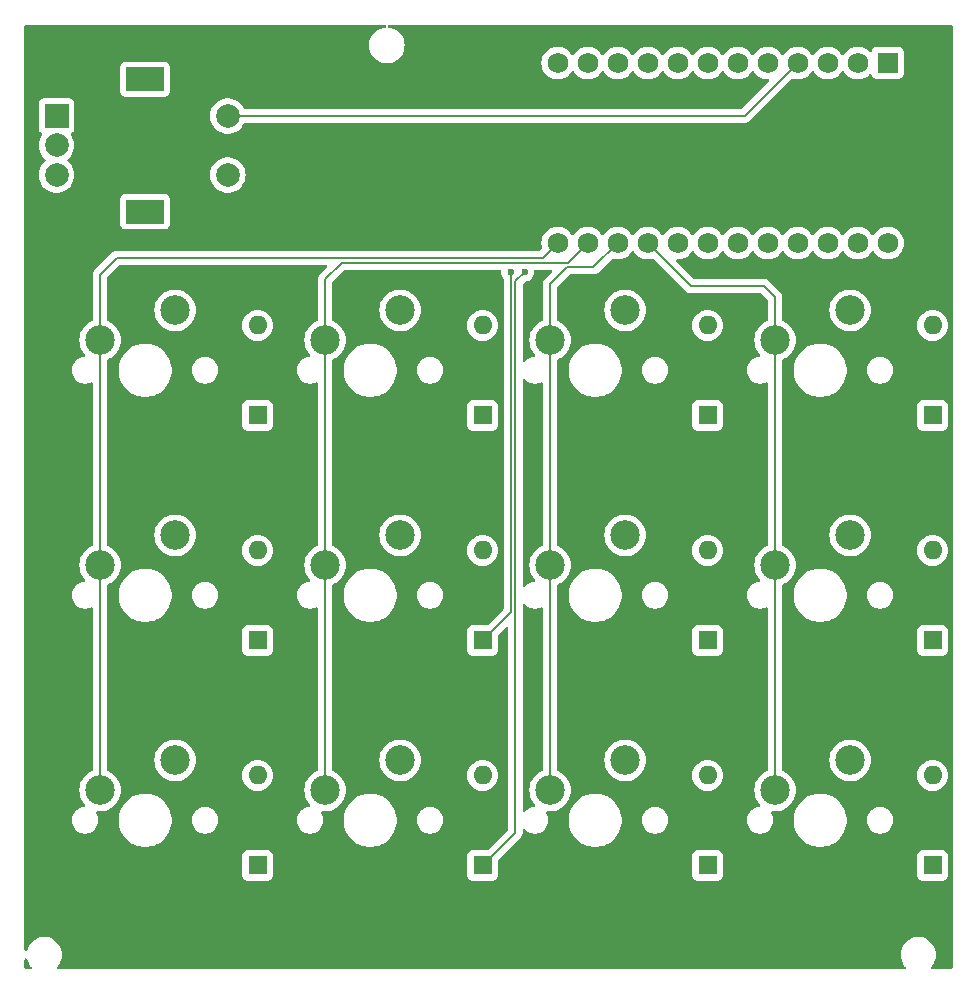
<source format=gbl>
G04 #@! TF.GenerationSoftware,KiCad,Pcbnew,8.0.8*
G04 #@! TF.CreationDate,2025-02-10T09:22:13+01:00*
G04 #@! TF.ProjectId,better,62657474-6572-42e6-9b69-6361645f7063,rev?*
G04 #@! TF.SameCoordinates,Original*
G04 #@! TF.FileFunction,Copper,L2,Bot*
G04 #@! TF.FilePolarity,Positive*
%FSLAX46Y46*%
G04 Gerber Fmt 4.6, Leading zero omitted, Abs format (unit mm)*
G04 Created by KiCad (PCBNEW 8.0.8) date 2025-02-10 09:22:13*
%MOMM*%
%LPD*%
G01*
G04 APERTURE LIST*
G04 #@! TA.AperFunction,ComponentPad*
%ADD10R,1.600000X1.600000*%
G04 #@! TD*
G04 #@! TA.AperFunction,ComponentPad*
%ADD11O,1.600000X1.600000*%
G04 #@! TD*
G04 #@! TA.AperFunction,ComponentPad*
%ADD12C,2.500000*%
G04 #@! TD*
G04 #@! TA.AperFunction,ComponentPad*
%ADD13R,1.752600X1.752600*%
G04 #@! TD*
G04 #@! TA.AperFunction,ComponentPad*
%ADD14C,1.752600*%
G04 #@! TD*
G04 #@! TA.AperFunction,ComponentPad*
%ADD15R,2.000000X2.000000*%
G04 #@! TD*
G04 #@! TA.AperFunction,ComponentPad*
%ADD16C,2.000000*%
G04 #@! TD*
G04 #@! TA.AperFunction,ComponentPad*
%ADD17R,3.200000X2.000000*%
G04 #@! TD*
G04 #@! TA.AperFunction,ViaPad*
%ADD18C,0.600000*%
G04 #@! TD*
G04 #@! TA.AperFunction,Conductor*
%ADD19C,0.200000*%
G04 #@! TD*
G04 APERTURE END LIST*
D10*
G04 #@! TO.P,D4,1,K*
G04 #@! TO.N,Row1*
X210435000Y-63500000D03*
D11*
G04 #@! TO.P,D4,2,A*
G04 #@! TO.N,Net-(D4-A)*
X210435000Y-55880000D03*
G04 #@! TD*
D10*
G04 #@! TO.P,D9,1,K*
G04 #@! TO.N,Row3*
X153285000Y-101600000D03*
D11*
G04 #@! TO.P,D9,2,A*
G04 #@! TO.N,Net-(D9-A)*
X153285000Y-93980000D03*
G04 #@! TD*
D12*
G04 #@! TO.P,S4,1,1*
G04 #@! TO.N,Col4*
X197100000Y-57150000D03*
G04 #@! TO.P,S4,2,2*
G04 #@! TO.N,Net-(D4-A)*
X203450000Y-54610000D03*
G04 #@! TD*
D13*
G04 #@! TO.P,U1,1,TX0/PD3*
G04 #@! TO.N,unconnected-(U1-TX0{slash}PD3-Pad1)*
X206625000Y-33655000D03*
D14*
G04 #@! TO.P,U1,2,RX1/PD2*
G04 #@! TO.N,unconnected-(U1-RX1{slash}PD2-Pad2)*
X204085000Y-33655000D03*
G04 #@! TO.P,U1,3,GND*
G04 #@! TO.N,unconnected-(U1-GND-Pad3)*
X201545000Y-33655000D03*
G04 #@! TO.P,U1,4,GND*
G04 #@! TO.N,GND*
X199005000Y-33655000D03*
G04 #@! TO.P,U1,5,2/PD1*
G04 #@! TO.N,ENCa*
X196465000Y-33655000D03*
G04 #@! TO.P,U1,6,3/PD0*
G04 #@! TO.N,ENCb*
X193925000Y-33655000D03*
G04 #@! TO.P,U1,7,4/PD4*
G04 #@! TO.N,ENCsw*
X191385000Y-33655000D03*
G04 #@! TO.P,U1,8,5/PC6*
G04 #@! TO.N,Row3*
X188845000Y-33655000D03*
G04 #@! TO.P,U1,9,6/PD7*
G04 #@! TO.N,Row2*
X186305000Y-33655000D03*
G04 #@! TO.P,U1,10,7/PE6*
G04 #@! TO.N,Row1*
X183765000Y-33655000D03*
G04 #@! TO.P,U1,11,8/PB4*
G04 #@! TO.N,unconnected-(U1-8{slash}PB4-Pad11)*
X181225000Y-33655000D03*
G04 #@! TO.P,U1,12,9/PB5*
G04 #@! TO.N,unconnected-(U1-9{slash}PB5-Pad12)*
X178685000Y-33655000D03*
G04 #@! TO.P,U1,13,10/PB6*
G04 #@! TO.N,Col1*
X178685000Y-48895000D03*
G04 #@! TO.P,U1,14,16/PB2*
G04 #@! TO.N,Col2*
X181225000Y-48895000D03*
G04 #@! TO.P,U1,15,14/PB3*
G04 #@! TO.N,Col3*
X183765000Y-48895000D03*
G04 #@! TO.P,U1,16,15/PB1*
G04 #@! TO.N,Col4*
X186305000Y-48895000D03*
G04 #@! TO.P,U1,17,A0/PF7*
G04 #@! TO.N,unconnected-(U1-A0{slash}PF7-Pad17)*
X188845000Y-48895000D03*
G04 #@! TO.P,U1,18,A1/PF6*
G04 #@! TO.N,unconnected-(U1-A1{slash}PF6-Pad18)*
X191385000Y-48895000D03*
G04 #@! TO.P,U1,19,A2/PF5*
G04 #@! TO.N,unconnected-(U1-A2{slash}PF5-Pad19)*
X193925000Y-48895000D03*
G04 #@! TO.P,U1,20,A3/PF4*
G04 #@! TO.N,unconnected-(U1-A3{slash}PF4-Pad20)*
X196465000Y-48895000D03*
G04 #@! TO.P,U1,21,VCC*
G04 #@! TO.N,unconnected-(U1-VCC-Pad21)*
X199005000Y-48895000D03*
G04 #@! TO.P,U1,22,RST*
G04 #@! TO.N,unconnected-(U1-RST-Pad22)*
X201545000Y-48895000D03*
G04 #@! TO.P,U1,23,GND*
G04 #@! TO.N,unconnected-(U1-GND-Pad23)*
X204085000Y-48895000D03*
G04 #@! TO.P,U1,24,RAW*
G04 #@! TO.N,unconnected-(U1-RAW-Pad24)*
X206625000Y-48895000D03*
G04 #@! TD*
D10*
G04 #@! TO.P,D10,1,K*
G04 #@! TO.N,Row3*
X172335000Y-101600000D03*
D11*
G04 #@! TO.P,D10,2,A*
G04 #@! TO.N,Net-(D10-A)*
X172335000Y-93980000D03*
G04 #@! TD*
D12*
G04 #@! TO.P,S9,1,1*
G04 #@! TO.N,Col1*
X139950000Y-95250000D03*
G04 #@! TO.P,S9,2,2*
G04 #@! TO.N,Net-(D9-A)*
X146300000Y-92710000D03*
G04 #@! TD*
G04 #@! TO.P,S2,1,1*
G04 #@! TO.N,Col2*
X159000000Y-57150000D03*
G04 #@! TO.P,S2,2,2*
G04 #@! TO.N,Net-(D2-A)*
X165350000Y-54610000D03*
G04 #@! TD*
D10*
G04 #@! TO.P,D5,1,K*
G04 #@! TO.N,Row2*
X153285000Y-82550000D03*
D11*
G04 #@! TO.P,D5,2,A*
G04 #@! TO.N,Net-(D5-A)*
X153285000Y-74930000D03*
G04 #@! TD*
D12*
G04 #@! TO.P,S10,1,1*
G04 #@! TO.N,Col2*
X159000000Y-95250000D03*
G04 #@! TO.P,S10,2,2*
G04 #@! TO.N,Net-(D10-A)*
X165350000Y-92710000D03*
G04 #@! TD*
D10*
G04 #@! TO.P,D8,1,K*
G04 #@! TO.N,Row2*
X210435000Y-82550000D03*
D11*
G04 #@! TO.P,D8,2,A*
G04 #@! TO.N,Net-(D8-A)*
X210435000Y-74930000D03*
G04 #@! TD*
D12*
G04 #@! TO.P,S1,1,1*
G04 #@! TO.N,Col1*
X139950000Y-57150000D03*
G04 #@! TO.P,S1,2,2*
G04 #@! TO.N,Net-(D1-A)*
X146300000Y-54610000D03*
G04 #@! TD*
G04 #@! TO.P,S3,1,1*
G04 #@! TO.N,Col3*
X178050000Y-57150000D03*
G04 #@! TO.P,S3,2,2*
G04 #@! TO.N,Net-(D3-A)*
X184400000Y-54610000D03*
G04 #@! TD*
D15*
G04 #@! TO.P,SW1,A,A*
G04 #@! TO.N,ENCa*
X136260000Y-38140000D03*
D16*
G04 #@! TO.P,SW1,B,B*
G04 #@! TO.N,ENCb*
X136260000Y-43140000D03*
G04 #@! TO.P,SW1,C,C*
G04 #@! TO.N,GND*
X136260000Y-40640000D03*
D17*
G04 #@! TO.P,SW1,MP*
G04 #@! TO.N,N/C*
X143760000Y-35040000D03*
X143760000Y-46240000D03*
D16*
G04 #@! TO.P,SW1,S1,S1*
G04 #@! TO.N,ENCsw*
X150760000Y-43140000D03*
G04 #@! TO.P,SW1,S2,S2*
G04 #@! TO.N,GND*
X150760000Y-38140000D03*
G04 #@! TD*
D10*
G04 #@! TO.P,D11,1,K*
G04 #@! TO.N,Row3*
X191385000Y-101600000D03*
D11*
G04 #@! TO.P,D11,2,A*
G04 #@! TO.N,Net-(D11-A)*
X191385000Y-93980000D03*
G04 #@! TD*
D10*
G04 #@! TO.P,D6,1,K*
G04 #@! TO.N,Row2*
X172335000Y-82550000D03*
D11*
G04 #@! TO.P,D6,2,A*
G04 #@! TO.N,Net-(D6-A)*
X172335000Y-74930000D03*
G04 #@! TD*
D10*
G04 #@! TO.P,D3,1,K*
G04 #@! TO.N,Row1*
X191385000Y-63500000D03*
D11*
G04 #@! TO.P,D3,2,A*
G04 #@! TO.N,Net-(D3-A)*
X191385000Y-55880000D03*
G04 #@! TD*
D10*
G04 #@! TO.P,D7,1,K*
G04 #@! TO.N,Row2*
X191385000Y-82550000D03*
D11*
G04 #@! TO.P,D7,2,A*
G04 #@! TO.N,Net-(D7-A)*
X191385000Y-74930000D03*
G04 #@! TD*
D12*
G04 #@! TO.P,S11,1,1*
G04 #@! TO.N,Col3*
X178050000Y-95250000D03*
G04 #@! TO.P,S11,2,2*
G04 #@! TO.N,Net-(D11-A)*
X184400000Y-92710000D03*
G04 #@! TD*
G04 #@! TO.P,S6,1,1*
G04 #@! TO.N,Col2*
X159000000Y-76200000D03*
G04 #@! TO.P,S6,2,2*
G04 #@! TO.N,Net-(D6-A)*
X165350000Y-73660000D03*
G04 #@! TD*
G04 #@! TO.P,S5,1,1*
G04 #@! TO.N,Col1*
X139950000Y-76200000D03*
G04 #@! TO.P,S5,2,2*
G04 #@! TO.N,Net-(D5-A)*
X146300000Y-73660000D03*
G04 #@! TD*
D10*
G04 #@! TO.P,D12,1,K*
G04 #@! TO.N,Row3*
X210435000Y-101600000D03*
D11*
G04 #@! TO.P,D12,2,A*
G04 #@! TO.N,Net-(D12-A)*
X210435000Y-93980000D03*
G04 #@! TD*
D10*
G04 #@! TO.P,D1,1,K*
G04 #@! TO.N,Row1*
X153285000Y-63500000D03*
D11*
G04 #@! TO.P,D1,2,A*
G04 #@! TO.N,Net-(D1-A)*
X153285000Y-55880000D03*
G04 #@! TD*
D10*
G04 #@! TO.P,D2,1,K*
G04 #@! TO.N,Row1*
X172335000Y-63500000D03*
D11*
G04 #@! TO.P,D2,2,A*
G04 #@! TO.N,Net-(D2-A)*
X172335000Y-55880000D03*
G04 #@! TD*
D12*
G04 #@! TO.P,S12,1,1*
G04 #@! TO.N,Col4*
X197100000Y-95250000D03*
G04 #@! TO.P,S12,2,2*
G04 #@! TO.N,Net-(D12-A)*
X203450000Y-92710000D03*
G04 #@! TD*
G04 #@! TO.P,S8,1,1*
G04 #@! TO.N,Col4*
X197100000Y-76200000D03*
G04 #@! TO.P,S8,2,2*
G04 #@! TO.N,Net-(D8-A)*
X203450000Y-73660000D03*
G04 #@! TD*
G04 #@! TO.P,S7,1,1*
G04 #@! TO.N,Col3*
X178050000Y-76200000D03*
G04 #@! TO.P,S7,2,2*
G04 #@! TO.N,Net-(D7-A)*
X184400000Y-73660000D03*
G04 #@! TD*
D18*
G04 #@! TO.N,Row2*
X174716250Y-51355625D03*
G04 #@! TO.N,Row3*
X175906875Y-51355625D03*
G04 #@! TD*
D19*
G04 #@! TO.N,Row2*
X174716250Y-80168750D02*
X172335000Y-82550000D01*
X174716250Y-51355625D02*
X174716250Y-80168750D01*
G04 #@! TO.N,Row3*
X175116250Y-98818750D02*
X172335000Y-101600000D01*
X175906875Y-51355625D02*
X175116250Y-52146250D01*
X175116250Y-52146250D02*
X175116250Y-98818750D01*
G04 #@! TO.N,Col1*
X139950000Y-95250000D02*
X139950000Y-76200000D01*
X139950000Y-57150000D02*
X139950000Y-51593750D01*
X177415000Y-50165000D02*
X178685000Y-48895000D01*
X139950000Y-51593750D02*
X141378750Y-50165000D01*
X141378750Y-50165000D02*
X177415000Y-50165000D01*
X139950000Y-76200000D02*
X139950000Y-57150000D01*
G04 #@! TO.N,Col2*
X159000000Y-51993750D02*
X160428750Y-50565000D01*
X179555000Y-50565000D02*
X181225000Y-48895000D01*
X159000000Y-76200000D02*
X159000000Y-95250000D01*
X160428750Y-50565000D02*
X179555000Y-50565000D01*
X159000000Y-57150000D02*
X159000000Y-51993750D01*
X159000000Y-57150000D02*
X159000000Y-76200000D01*
G04 #@! TO.N,Col3*
X181695000Y-50965000D02*
X183765000Y-48895000D01*
X178050000Y-95250000D02*
X178050000Y-76200000D01*
X178050000Y-52393750D02*
X179478750Y-50965000D01*
X178050000Y-76200000D02*
X178050000Y-57150000D01*
X179478750Y-50965000D02*
X181695000Y-50965000D01*
X178050000Y-57150000D02*
X178050000Y-52393750D01*
G04 #@! TO.N,Col4*
X196147500Y-52546250D02*
X189956250Y-52546250D01*
X197100000Y-53498750D02*
X196147500Y-52546250D01*
X197100000Y-57150000D02*
X197100000Y-76200000D01*
X197100000Y-57150000D02*
X197100000Y-53498750D01*
X197100000Y-95250000D02*
X197100000Y-76200000D01*
X189956250Y-52546250D02*
X186305000Y-48895000D01*
G04 #@! TO.N,GND*
X194520000Y-38140000D02*
X199005000Y-33655000D01*
X150760000Y-38140000D02*
X194520000Y-38140000D01*
G04 #@! TD*
G04 #@! TA.AperFunction,NonConductor*
G36*
X164117239Y-30444560D02*
G01*
X164162994Y-30497364D01*
X164172938Y-30566522D01*
X164143913Y-30630078D01*
X164085135Y-30667852D01*
X164070609Y-30671184D01*
X163865383Y-30705429D01*
X163630197Y-30786169D01*
X163630188Y-30786172D01*
X163411493Y-30904524D01*
X163215257Y-31057261D01*
X163046833Y-31240217D01*
X162910826Y-31448393D01*
X162810936Y-31676118D01*
X162749892Y-31917175D01*
X162749890Y-31917187D01*
X162729357Y-32164994D01*
X162729357Y-32165005D01*
X162749890Y-32412812D01*
X162749892Y-32412824D01*
X162810936Y-32653881D01*
X162910826Y-32881606D01*
X163046833Y-33089782D01*
X163046836Y-33089785D01*
X163215256Y-33272738D01*
X163411491Y-33425474D01*
X163411493Y-33425475D01*
X163622192Y-33539500D01*
X163630190Y-33543828D01*
X163865386Y-33624571D01*
X164110665Y-33665500D01*
X164359335Y-33665500D01*
X164604614Y-33624571D01*
X164839810Y-33543828D01*
X165058509Y-33425474D01*
X165254744Y-33272738D01*
X165423164Y-33089785D01*
X165559173Y-32881607D01*
X165659063Y-32653881D01*
X165720108Y-32412821D01*
X165722012Y-32389842D01*
X165740643Y-32165005D01*
X165740643Y-32164994D01*
X165720109Y-31917187D01*
X165720107Y-31917175D01*
X165659063Y-31676118D01*
X165559173Y-31448393D01*
X165423166Y-31240217D01*
X165401557Y-31216744D01*
X165254744Y-31057262D01*
X165058509Y-30904526D01*
X165058507Y-30904525D01*
X165058506Y-30904524D01*
X164839811Y-30786172D01*
X164839802Y-30786169D01*
X164604616Y-30705429D01*
X164399391Y-30671184D01*
X164336505Y-30640734D01*
X164300066Y-30581119D01*
X164301641Y-30511267D01*
X164340730Y-30453355D01*
X164404924Y-30425771D01*
X164419800Y-30424875D01*
X212001125Y-30424875D01*
X212068164Y-30444560D01*
X212113919Y-30497364D01*
X212125125Y-30548875D01*
X212125125Y-110262375D01*
X212105440Y-110329414D01*
X212052636Y-110375169D01*
X212001125Y-110386375D01*
X210432825Y-110386375D01*
X210365786Y-110366690D01*
X210320031Y-110313886D01*
X210310087Y-110244728D01*
X210339112Y-110181172D01*
X210341576Y-110178412D01*
X210423164Y-110089785D01*
X210559173Y-109881607D01*
X210659063Y-109653881D01*
X210720108Y-109412821D01*
X210720109Y-109412812D01*
X210740643Y-109165005D01*
X210740643Y-109164994D01*
X210720109Y-108917187D01*
X210720107Y-108917175D01*
X210659063Y-108676118D01*
X210559173Y-108448393D01*
X210423166Y-108240217D01*
X210401557Y-108216744D01*
X210254744Y-108057262D01*
X210058509Y-107904526D01*
X210058507Y-107904525D01*
X210058506Y-107904524D01*
X209839811Y-107786172D01*
X209839802Y-107786169D01*
X209604616Y-107705429D01*
X209359335Y-107664500D01*
X209110665Y-107664500D01*
X208865383Y-107705429D01*
X208630197Y-107786169D01*
X208630188Y-107786172D01*
X208411493Y-107904524D01*
X208215257Y-108057261D01*
X208046833Y-108240217D01*
X207910826Y-108448393D01*
X207810936Y-108676118D01*
X207749892Y-108917175D01*
X207749890Y-108917187D01*
X207729357Y-109164994D01*
X207729357Y-109165005D01*
X207749890Y-109412812D01*
X207749892Y-109412824D01*
X207810936Y-109653881D01*
X207910826Y-109881606D01*
X208046833Y-110089782D01*
X208046836Y-110089785D01*
X208128405Y-110178393D01*
X208159327Y-110241046D01*
X208151467Y-110310473D01*
X208107320Y-110364628D01*
X208040902Y-110386319D01*
X208037175Y-110386375D01*
X136432825Y-110386375D01*
X136365786Y-110366690D01*
X136320031Y-110313886D01*
X136310087Y-110244728D01*
X136339112Y-110181172D01*
X136341576Y-110178412D01*
X136423164Y-110089785D01*
X136559173Y-109881607D01*
X136659063Y-109653881D01*
X136720108Y-109412821D01*
X136720109Y-109412812D01*
X136740643Y-109165005D01*
X136740643Y-109164994D01*
X136720109Y-108917187D01*
X136720107Y-108917175D01*
X136659063Y-108676118D01*
X136559173Y-108448393D01*
X136423166Y-108240217D01*
X136401557Y-108216744D01*
X136254744Y-108057262D01*
X136058509Y-107904526D01*
X136058507Y-107904525D01*
X136058506Y-107904524D01*
X135839811Y-107786172D01*
X135839802Y-107786169D01*
X135604616Y-107705429D01*
X135359335Y-107664500D01*
X135110665Y-107664500D01*
X134865383Y-107705429D01*
X134630197Y-107786169D01*
X134630188Y-107786172D01*
X134411493Y-107904524D01*
X134215257Y-108057261D01*
X134046833Y-108240217D01*
X133910826Y-108448393D01*
X133810937Y-108676117D01*
X133789081Y-108762426D01*
X133753541Y-108822581D01*
X133691121Y-108853973D01*
X133621637Y-108846635D01*
X133567152Y-108802896D01*
X133544963Y-108736643D01*
X133544875Y-108731985D01*
X133544875Y-100752135D01*
X151984500Y-100752135D01*
X151984500Y-102447870D01*
X151984501Y-102447876D01*
X151990908Y-102507483D01*
X152041202Y-102642328D01*
X152041206Y-102642335D01*
X152127452Y-102757544D01*
X152127455Y-102757547D01*
X152242664Y-102843793D01*
X152242671Y-102843797D01*
X152377517Y-102894091D01*
X152377516Y-102894091D01*
X152384444Y-102894835D01*
X152437127Y-102900500D01*
X154132872Y-102900499D01*
X154192483Y-102894091D01*
X154327331Y-102843796D01*
X154442546Y-102757546D01*
X154528796Y-102642331D01*
X154579091Y-102507483D01*
X154585500Y-102447873D01*
X154585499Y-100752128D01*
X154579091Y-100692517D01*
X154528796Y-100557669D01*
X154528795Y-100557668D01*
X154528793Y-100557664D01*
X154442547Y-100442455D01*
X154442544Y-100442452D01*
X154327335Y-100356206D01*
X154327328Y-100356202D01*
X154192482Y-100305908D01*
X154192483Y-100305908D01*
X154132883Y-100299501D01*
X154132881Y-100299500D01*
X154132873Y-100299500D01*
X154132864Y-100299500D01*
X152437129Y-100299500D01*
X152437123Y-100299501D01*
X152377516Y-100305908D01*
X152242671Y-100356202D01*
X152242664Y-100356206D01*
X152127455Y-100442452D01*
X152127452Y-100442455D01*
X152041206Y-100557664D01*
X152041202Y-100557671D01*
X151990908Y-100692517D01*
X151984501Y-100752116D01*
X151984501Y-100752123D01*
X151984500Y-100752135D01*
X133544875Y-100752135D01*
X133544875Y-59601421D01*
X137554500Y-59601421D01*
X137554500Y-59778578D01*
X137582214Y-59953556D01*
X137636956Y-60122039D01*
X137636957Y-60122042D01*
X137717386Y-60279890D01*
X137821517Y-60423214D01*
X137946786Y-60548483D01*
X138090110Y-60652614D01*
X138158577Y-60687500D01*
X138247957Y-60733042D01*
X138247960Y-60733043D01*
X138332201Y-60760414D01*
X138416445Y-60787786D01*
X138591421Y-60815500D01*
X138591422Y-60815500D01*
X138768578Y-60815500D01*
X138768579Y-60815500D01*
X138943555Y-60787786D01*
X139112042Y-60733042D01*
X139169205Y-60703915D01*
X139237873Y-60691019D01*
X139302613Y-60717294D01*
X139342871Y-60774400D01*
X139349500Y-60814400D01*
X139349500Y-74468363D01*
X139329815Y-74535402D01*
X139279302Y-74580083D01*
X139072300Y-74679769D01*
X138855520Y-74827567D01*
X138663198Y-75006014D01*
X138499614Y-75211143D01*
X138368432Y-75438356D01*
X138272582Y-75682578D01*
X138272576Y-75682597D01*
X138214197Y-75938374D01*
X138214196Y-75938379D01*
X138194592Y-76199995D01*
X138194592Y-76200004D01*
X138214196Y-76461620D01*
X138214197Y-76461625D01*
X138272576Y-76717402D01*
X138272578Y-76717411D01*
X138272580Y-76717416D01*
X138368432Y-76961643D01*
X138499614Y-77188857D01*
X138550733Y-77252958D01*
X138663197Y-77393984D01*
X138669377Y-77399717D01*
X138705133Y-77459744D01*
X138702760Y-77529574D01*
X138663011Y-77587035D01*
X138598506Y-77613884D01*
X138594788Y-77614234D01*
X138591428Y-77614498D01*
X138416443Y-77642214D01*
X138247960Y-77696956D01*
X138247957Y-77696957D01*
X138090109Y-77777386D01*
X138031572Y-77819916D01*
X137946786Y-77881517D01*
X137946784Y-77881519D01*
X137946783Y-77881519D01*
X137821519Y-78006783D01*
X137821519Y-78006784D01*
X137821517Y-78006786D01*
X137805833Y-78028373D01*
X137717386Y-78150109D01*
X137636957Y-78307957D01*
X137636956Y-78307960D01*
X137582214Y-78476443D01*
X137554500Y-78651421D01*
X137554500Y-78828578D01*
X137582214Y-79003556D01*
X137636956Y-79172039D01*
X137636957Y-79172042D01*
X137717386Y-79329890D01*
X137821517Y-79473214D01*
X137946786Y-79598483D01*
X138090110Y-79702614D01*
X138158577Y-79737500D01*
X138247957Y-79783042D01*
X138247960Y-79783043D01*
X138332201Y-79810414D01*
X138416445Y-79837786D01*
X138591421Y-79865500D01*
X138591422Y-79865500D01*
X138768578Y-79865500D01*
X138768579Y-79865500D01*
X138943555Y-79837786D01*
X139112042Y-79783042D01*
X139169205Y-79753915D01*
X139237873Y-79741019D01*
X139302613Y-79767294D01*
X139342871Y-79824400D01*
X139349500Y-79864400D01*
X139349500Y-93518363D01*
X139329815Y-93585402D01*
X139279302Y-93630083D01*
X139072300Y-93729769D01*
X138855520Y-93877567D01*
X138663198Y-94056014D01*
X138499614Y-94261143D01*
X138368432Y-94488356D01*
X138272582Y-94732578D01*
X138272576Y-94732597D01*
X138214197Y-94988374D01*
X138214196Y-94988379D01*
X138194592Y-95249995D01*
X138194592Y-95250004D01*
X138214196Y-95511620D01*
X138214197Y-95511625D01*
X138272576Y-95767402D01*
X138272578Y-95767411D01*
X138272580Y-95767416D01*
X138368432Y-96011643D01*
X138499614Y-96238857D01*
X138550733Y-96302958D01*
X138663197Y-96443984D01*
X138669377Y-96449717D01*
X138705133Y-96509744D01*
X138702760Y-96579574D01*
X138663011Y-96637035D01*
X138598506Y-96663884D01*
X138594788Y-96664234D01*
X138591428Y-96664498D01*
X138416443Y-96692214D01*
X138247960Y-96746956D01*
X138247957Y-96746957D01*
X138090109Y-96827386D01*
X138012104Y-96884061D01*
X137946786Y-96931517D01*
X137946784Y-96931519D01*
X137946783Y-96931519D01*
X137821519Y-97056783D01*
X137821519Y-97056784D01*
X137821517Y-97056786D01*
X137805833Y-97078373D01*
X137717386Y-97200109D01*
X137636957Y-97357957D01*
X137636956Y-97357960D01*
X137582214Y-97526443D01*
X137554500Y-97701421D01*
X137554500Y-97878578D01*
X137582214Y-98053556D01*
X137636956Y-98222039D01*
X137636957Y-98222042D01*
X137717386Y-98379890D01*
X137821517Y-98523214D01*
X137946786Y-98648483D01*
X138090110Y-98752614D01*
X138158577Y-98787500D01*
X138247957Y-98833042D01*
X138247960Y-98833043D01*
X138332201Y-98860414D01*
X138416445Y-98887786D01*
X138591421Y-98915500D01*
X138591422Y-98915500D01*
X138768578Y-98915500D01*
X138768579Y-98915500D01*
X138943555Y-98887786D01*
X139112042Y-98833042D01*
X139269890Y-98752614D01*
X139413214Y-98648483D01*
X139538483Y-98523214D01*
X139642614Y-98379890D01*
X139723042Y-98222042D01*
X139777786Y-98053555D01*
X139805500Y-97878579D01*
X139805500Y-97701421D01*
X139796165Y-97642486D01*
X141509500Y-97642486D01*
X141509500Y-97937513D01*
X141524778Y-98053555D01*
X141548007Y-98229993D01*
X141624361Y-98514951D01*
X141624364Y-98514961D01*
X141737254Y-98787500D01*
X141737258Y-98787510D01*
X141884761Y-99042993D01*
X142064352Y-99277040D01*
X142064358Y-99277047D01*
X142272952Y-99485641D01*
X142272959Y-99485647D01*
X142507006Y-99665238D01*
X142762489Y-99812741D01*
X142762490Y-99812741D01*
X142762493Y-99812743D01*
X143035048Y-99925639D01*
X143320007Y-100001993D01*
X143612494Y-100040500D01*
X143612501Y-100040500D01*
X143907499Y-100040500D01*
X143907506Y-100040500D01*
X144199993Y-100001993D01*
X144484952Y-99925639D01*
X144757507Y-99812743D01*
X145012994Y-99665238D01*
X145247042Y-99485646D01*
X145455646Y-99277042D01*
X145635238Y-99042994D01*
X145782743Y-98787507D01*
X145895639Y-98514952D01*
X145971993Y-98229993D01*
X146010500Y-97937506D01*
X146010500Y-97701421D01*
X147714500Y-97701421D01*
X147714500Y-97878578D01*
X147742214Y-98053556D01*
X147796956Y-98222039D01*
X147796957Y-98222042D01*
X147877386Y-98379890D01*
X147981517Y-98523214D01*
X148106786Y-98648483D01*
X148250110Y-98752614D01*
X148318577Y-98787500D01*
X148407957Y-98833042D01*
X148407960Y-98833043D01*
X148492201Y-98860414D01*
X148576445Y-98887786D01*
X148751421Y-98915500D01*
X148751422Y-98915500D01*
X148928578Y-98915500D01*
X148928579Y-98915500D01*
X149103555Y-98887786D01*
X149272042Y-98833042D01*
X149429890Y-98752614D01*
X149573214Y-98648483D01*
X149698483Y-98523214D01*
X149802614Y-98379890D01*
X149883042Y-98222042D01*
X149937786Y-98053555D01*
X149965500Y-97878579D01*
X149965500Y-97701421D01*
X149937786Y-97526445D01*
X149883042Y-97357958D01*
X149883042Y-97357957D01*
X149802613Y-97200109D01*
X149792201Y-97185778D01*
X149698483Y-97056786D01*
X149573214Y-96931517D01*
X149429890Y-96827386D01*
X149272042Y-96746957D01*
X149272039Y-96746956D01*
X149103556Y-96692214D01*
X149016067Y-96678357D01*
X148928579Y-96664500D01*
X148751421Y-96664500D01*
X148693095Y-96673738D01*
X148576443Y-96692214D01*
X148407960Y-96746956D01*
X148407957Y-96746957D01*
X148250109Y-96827386D01*
X148172104Y-96884061D01*
X148106786Y-96931517D01*
X148106784Y-96931519D01*
X148106783Y-96931519D01*
X147981519Y-97056783D01*
X147981519Y-97056784D01*
X147981517Y-97056786D01*
X147965833Y-97078373D01*
X147877386Y-97200109D01*
X147796957Y-97357957D01*
X147796956Y-97357960D01*
X147742214Y-97526443D01*
X147714500Y-97701421D01*
X146010500Y-97701421D01*
X146010500Y-97642494D01*
X145971993Y-97350007D01*
X145895639Y-97065048D01*
X145883814Y-97036501D01*
X145840329Y-96931519D01*
X145782743Y-96792493D01*
X145769888Y-96770228D01*
X145635238Y-96537006D01*
X145455647Y-96302959D01*
X145455641Y-96302952D01*
X145247047Y-96094358D01*
X145247040Y-96094352D01*
X145012993Y-95914761D01*
X144757510Y-95767258D01*
X144757500Y-95767254D01*
X144484961Y-95654364D01*
X144484954Y-95654362D01*
X144484952Y-95654361D01*
X144199993Y-95578007D01*
X144151113Y-95571571D01*
X143907513Y-95539500D01*
X143907506Y-95539500D01*
X143612494Y-95539500D01*
X143612486Y-95539500D01*
X143334085Y-95576153D01*
X143320007Y-95578007D01*
X143035048Y-95654361D01*
X143035038Y-95654364D01*
X142762499Y-95767254D01*
X142762489Y-95767258D01*
X142507006Y-95914761D01*
X142272959Y-96094352D01*
X142272952Y-96094358D01*
X142064358Y-96302952D01*
X142064352Y-96302959D01*
X141884761Y-96537006D01*
X141737258Y-96792489D01*
X141737254Y-96792499D01*
X141624364Y-97065038D01*
X141624361Y-97065048D01*
X141588172Y-97200110D01*
X141548008Y-97350004D01*
X141548006Y-97350015D01*
X141509500Y-97642486D01*
X139796165Y-97642486D01*
X139777786Y-97526445D01*
X139723042Y-97357958D01*
X139723042Y-97357957D01*
X139695190Y-97303295D01*
X139642614Y-97200110D01*
X139641529Y-97198617D01*
X139632202Y-97185778D01*
X139608722Y-97119972D01*
X139624548Y-97051918D01*
X139674654Y-97003223D01*
X139743132Y-96989348D01*
X139750992Y-96990276D01*
X139818818Y-97000500D01*
X140081182Y-97000500D01*
X140340615Y-96961396D01*
X140591323Y-96884063D01*
X140827704Y-96770228D01*
X141044479Y-96622433D01*
X141236805Y-96443981D01*
X141400386Y-96238857D01*
X141531568Y-96011643D01*
X141627420Y-95767416D01*
X141685802Y-95511630D01*
X141702750Y-95285468D01*
X141705408Y-95250004D01*
X141705408Y-95249995D01*
X141685803Y-94988379D01*
X141685802Y-94988374D01*
X141685802Y-94988370D01*
X141627420Y-94732584D01*
X141531568Y-94488357D01*
X141400386Y-94261143D01*
X141236805Y-94056019D01*
X141236804Y-94056018D01*
X141236801Y-94056014D01*
X141044479Y-93877567D01*
X140862232Y-93753313D01*
X140827704Y-93729772D01*
X140827701Y-93729771D01*
X140827699Y-93729769D01*
X140620698Y-93630083D01*
X140568839Y-93583261D01*
X140550500Y-93518363D01*
X140550500Y-92709995D01*
X144544592Y-92709995D01*
X144544592Y-92710004D01*
X144564196Y-92971620D01*
X144564197Y-92971625D01*
X144622576Y-93227402D01*
X144622578Y-93227411D01*
X144622580Y-93227416D01*
X144718432Y-93471643D01*
X144849614Y-93698857D01*
X144981736Y-93864533D01*
X145013198Y-93903985D01*
X145095125Y-93980001D01*
X145205521Y-94082433D01*
X145422296Y-94230228D01*
X145422301Y-94230230D01*
X145422302Y-94230231D01*
X145422303Y-94230232D01*
X145547843Y-94290688D01*
X145658673Y-94344061D01*
X145658674Y-94344061D01*
X145658677Y-94344063D01*
X145909385Y-94421396D01*
X146168818Y-94460500D01*
X146431182Y-94460500D01*
X146690615Y-94421396D01*
X146941323Y-94344063D01*
X147177704Y-94230228D01*
X147394479Y-94082433D01*
X147504878Y-93979998D01*
X151979532Y-93979998D01*
X151979532Y-93980001D01*
X151999364Y-94206686D01*
X151999366Y-94206697D01*
X152058258Y-94426488D01*
X152058261Y-94426497D01*
X152154431Y-94632732D01*
X152154432Y-94632734D01*
X152284954Y-94819141D01*
X152445858Y-94980045D01*
X152457753Y-94988374D01*
X152632266Y-95110568D01*
X152838504Y-95206739D01*
X153058308Y-95265635D01*
X153220230Y-95279801D01*
X153284998Y-95285468D01*
X153285000Y-95285468D01*
X153285002Y-95285468D01*
X153341673Y-95280509D01*
X153511692Y-95265635D01*
X153731496Y-95206739D01*
X153937734Y-95110568D01*
X154124139Y-94980047D01*
X154285047Y-94819139D01*
X154415568Y-94632734D01*
X154511739Y-94426496D01*
X154570635Y-94206692D01*
X154590468Y-93980000D01*
X154570635Y-93753308D01*
X154511739Y-93533504D01*
X154415568Y-93327266D01*
X154285047Y-93140861D01*
X154285045Y-93140858D01*
X154124141Y-92979954D01*
X153937734Y-92849432D01*
X153937732Y-92849431D01*
X153731497Y-92753261D01*
X153731488Y-92753258D01*
X153511697Y-92694366D01*
X153511693Y-92694365D01*
X153511692Y-92694365D01*
X153511691Y-92694364D01*
X153511686Y-92694364D01*
X153285002Y-92674532D01*
X153284998Y-92674532D01*
X153058313Y-92694364D01*
X153058302Y-92694366D01*
X152838511Y-92753258D01*
X152838502Y-92753261D01*
X152632267Y-92849431D01*
X152632265Y-92849432D01*
X152445858Y-92979954D01*
X152284954Y-93140858D01*
X152154432Y-93327265D01*
X152154431Y-93327267D01*
X152058261Y-93533502D01*
X152058258Y-93533511D01*
X151999366Y-93753302D01*
X151999364Y-93753313D01*
X151979532Y-93979998D01*
X147504878Y-93979998D01*
X147586805Y-93903981D01*
X147750386Y-93698857D01*
X147881568Y-93471643D01*
X147977420Y-93227416D01*
X148035802Y-92971630D01*
X148035803Y-92971620D01*
X148055408Y-92710004D01*
X148055408Y-92709995D01*
X148035803Y-92448379D01*
X148035802Y-92448374D01*
X148035802Y-92448370D01*
X147977420Y-92192584D01*
X147881568Y-91948357D01*
X147750386Y-91721143D01*
X147586805Y-91516019D01*
X147586804Y-91516018D01*
X147586801Y-91516014D01*
X147394479Y-91337567D01*
X147177704Y-91189772D01*
X147177700Y-91189770D01*
X147177697Y-91189768D01*
X147177696Y-91189767D01*
X146941325Y-91075938D01*
X146941327Y-91075938D01*
X146690623Y-90998606D01*
X146690619Y-90998605D01*
X146690615Y-90998604D01*
X146565823Y-90979794D01*
X146431187Y-90959500D01*
X146431182Y-90959500D01*
X146168818Y-90959500D01*
X146168812Y-90959500D01*
X146007247Y-90983853D01*
X145909385Y-90998604D01*
X145909382Y-90998605D01*
X145909376Y-90998606D01*
X145658673Y-91075938D01*
X145422303Y-91189767D01*
X145422302Y-91189768D01*
X145205520Y-91337567D01*
X145013198Y-91516014D01*
X144849614Y-91721143D01*
X144718432Y-91948356D01*
X144622582Y-92192578D01*
X144622576Y-92192597D01*
X144564197Y-92448374D01*
X144564196Y-92448379D01*
X144544592Y-92709995D01*
X140550500Y-92709995D01*
X140550500Y-81702135D01*
X151984500Y-81702135D01*
X151984500Y-83397870D01*
X151984501Y-83397876D01*
X151990908Y-83457483D01*
X152041202Y-83592328D01*
X152041206Y-83592335D01*
X152127452Y-83707544D01*
X152127455Y-83707547D01*
X152242664Y-83793793D01*
X152242671Y-83793797D01*
X152377517Y-83844091D01*
X152377516Y-83844091D01*
X152384444Y-83844835D01*
X152437127Y-83850500D01*
X154132872Y-83850499D01*
X154192483Y-83844091D01*
X154327331Y-83793796D01*
X154442546Y-83707546D01*
X154528796Y-83592331D01*
X154579091Y-83457483D01*
X154585500Y-83397873D01*
X154585499Y-81702128D01*
X154579091Y-81642517D01*
X154529292Y-81509000D01*
X154528797Y-81507671D01*
X154528793Y-81507664D01*
X154442547Y-81392455D01*
X154442544Y-81392452D01*
X154327335Y-81306206D01*
X154327328Y-81306202D01*
X154192482Y-81255908D01*
X154192483Y-81255908D01*
X154132883Y-81249501D01*
X154132881Y-81249500D01*
X154132873Y-81249500D01*
X154132864Y-81249500D01*
X152437129Y-81249500D01*
X152437123Y-81249501D01*
X152377516Y-81255908D01*
X152242671Y-81306202D01*
X152242664Y-81306206D01*
X152127455Y-81392452D01*
X152127452Y-81392455D01*
X152041206Y-81507664D01*
X152041202Y-81507671D01*
X151990908Y-81642517D01*
X151984501Y-81702116D01*
X151984501Y-81702123D01*
X151984500Y-81702135D01*
X140550500Y-81702135D01*
X140550500Y-78592486D01*
X141509500Y-78592486D01*
X141509500Y-78887513D01*
X141524778Y-79003555D01*
X141548007Y-79179993D01*
X141624361Y-79464951D01*
X141624364Y-79464961D01*
X141737254Y-79737500D01*
X141737258Y-79737510D01*
X141884761Y-79992993D01*
X142064352Y-80227040D01*
X142064358Y-80227047D01*
X142272952Y-80435641D01*
X142272959Y-80435647D01*
X142507006Y-80615238D01*
X142762489Y-80762741D01*
X142762490Y-80762741D01*
X142762493Y-80762743D01*
X143035048Y-80875639D01*
X143320007Y-80951993D01*
X143612494Y-80990500D01*
X143612501Y-80990500D01*
X143907499Y-80990500D01*
X143907506Y-80990500D01*
X144199993Y-80951993D01*
X144484952Y-80875639D01*
X144757507Y-80762743D01*
X145012994Y-80615238D01*
X145247042Y-80435646D01*
X145455646Y-80227042D01*
X145635238Y-79992994D01*
X145782743Y-79737507D01*
X145895639Y-79464952D01*
X145971993Y-79179993D01*
X146010500Y-78887506D01*
X146010500Y-78651421D01*
X147714500Y-78651421D01*
X147714500Y-78828578D01*
X147742214Y-79003556D01*
X147796956Y-79172039D01*
X147796957Y-79172042D01*
X147877386Y-79329890D01*
X147981517Y-79473214D01*
X148106786Y-79598483D01*
X148250110Y-79702614D01*
X148318577Y-79737500D01*
X148407957Y-79783042D01*
X148407960Y-79783043D01*
X148492201Y-79810414D01*
X148576445Y-79837786D01*
X148751421Y-79865500D01*
X148751422Y-79865500D01*
X148928578Y-79865500D01*
X148928579Y-79865500D01*
X149103555Y-79837786D01*
X149272042Y-79783042D01*
X149429890Y-79702614D01*
X149573214Y-79598483D01*
X149698483Y-79473214D01*
X149802614Y-79329890D01*
X149883042Y-79172042D01*
X149937786Y-79003555D01*
X149965500Y-78828579D01*
X149965500Y-78651421D01*
X149937786Y-78476445D01*
X149883042Y-78307958D01*
X149883042Y-78307957D01*
X149802613Y-78150109D01*
X149698483Y-78006786D01*
X149573214Y-77881517D01*
X149429890Y-77777386D01*
X149272042Y-77696957D01*
X149272039Y-77696956D01*
X149103556Y-77642214D01*
X149016067Y-77628357D01*
X148928579Y-77614500D01*
X148751421Y-77614500D01*
X148693095Y-77623738D01*
X148576443Y-77642214D01*
X148407960Y-77696956D01*
X148407957Y-77696957D01*
X148250109Y-77777386D01*
X148191572Y-77819916D01*
X148106786Y-77881517D01*
X148106784Y-77881519D01*
X148106783Y-77881519D01*
X147981519Y-78006783D01*
X147981519Y-78006784D01*
X147981517Y-78006786D01*
X147965833Y-78028373D01*
X147877386Y-78150109D01*
X147796957Y-78307957D01*
X147796956Y-78307960D01*
X147742214Y-78476443D01*
X147714500Y-78651421D01*
X146010500Y-78651421D01*
X146010500Y-78592494D01*
X145971993Y-78300007D01*
X145895639Y-78015048D01*
X145883814Y-77986501D01*
X145840329Y-77881519D01*
X145782743Y-77742493D01*
X145769888Y-77720228D01*
X145635238Y-77487006D01*
X145455647Y-77252959D01*
X145455641Y-77252952D01*
X145247047Y-77044358D01*
X145247040Y-77044352D01*
X145012993Y-76864761D01*
X144757510Y-76717258D01*
X144757500Y-76717254D01*
X144484961Y-76604364D01*
X144484954Y-76604362D01*
X144484952Y-76604361D01*
X144199993Y-76528007D01*
X144151113Y-76521571D01*
X143907513Y-76489500D01*
X143907506Y-76489500D01*
X143612494Y-76489500D01*
X143612486Y-76489500D01*
X143334085Y-76526153D01*
X143320007Y-76528007D01*
X143035048Y-76604361D01*
X143035038Y-76604364D01*
X142762499Y-76717254D01*
X142762489Y-76717258D01*
X142507006Y-76864761D01*
X142272959Y-77044352D01*
X142272952Y-77044358D01*
X142064358Y-77252952D01*
X142064352Y-77252959D01*
X141884761Y-77487006D01*
X141737258Y-77742489D01*
X141737254Y-77742499D01*
X141624364Y-78015038D01*
X141624361Y-78015048D01*
X141588172Y-78150110D01*
X141548008Y-78300004D01*
X141548006Y-78300015D01*
X141509500Y-78592486D01*
X140550500Y-78592486D01*
X140550500Y-77931636D01*
X140570185Y-77864597D01*
X140620698Y-77819916D01*
X140827704Y-77720228D01*
X141044479Y-77572433D01*
X141236805Y-77393981D01*
X141400386Y-77188857D01*
X141531568Y-76961643D01*
X141627420Y-76717416D01*
X141685802Y-76461630D01*
X141702750Y-76235468D01*
X141705408Y-76200004D01*
X141705408Y-76199995D01*
X141685803Y-75938379D01*
X141685802Y-75938374D01*
X141685802Y-75938370D01*
X141627420Y-75682584D01*
X141531568Y-75438357D01*
X141400386Y-75211143D01*
X141236805Y-75006019D01*
X141236804Y-75006018D01*
X141236801Y-75006014D01*
X141044479Y-74827567D01*
X140862232Y-74703313D01*
X140827704Y-74679772D01*
X140827701Y-74679771D01*
X140827699Y-74679769D01*
X140620698Y-74580083D01*
X140568839Y-74533261D01*
X140550500Y-74468363D01*
X140550500Y-73659995D01*
X144544592Y-73659995D01*
X144544592Y-73660004D01*
X144564196Y-73921620D01*
X144564197Y-73921625D01*
X144622576Y-74177402D01*
X144622578Y-74177411D01*
X144622580Y-74177416D01*
X144718432Y-74421643D01*
X144849614Y-74648857D01*
X144981736Y-74814533D01*
X145013198Y-74853985D01*
X145095125Y-74930001D01*
X145205521Y-75032433D01*
X145422296Y-75180228D01*
X145422301Y-75180230D01*
X145422302Y-75180231D01*
X145422303Y-75180232D01*
X145547843Y-75240688D01*
X145658673Y-75294061D01*
X145658674Y-75294061D01*
X145658677Y-75294063D01*
X145909385Y-75371396D01*
X146168818Y-75410500D01*
X146431182Y-75410500D01*
X146690615Y-75371396D01*
X146941323Y-75294063D01*
X147177704Y-75180228D01*
X147394479Y-75032433D01*
X147504878Y-74929998D01*
X151979532Y-74929998D01*
X151979532Y-74930001D01*
X151999364Y-75156686D01*
X151999366Y-75156697D01*
X152058258Y-75376488D01*
X152058261Y-75376497D01*
X152154431Y-75582732D01*
X152154432Y-75582734D01*
X152284954Y-75769141D01*
X152445858Y-75930045D01*
X152457753Y-75938374D01*
X152632266Y-76060568D01*
X152838504Y-76156739D01*
X153058308Y-76215635D01*
X153220230Y-76229801D01*
X153284998Y-76235468D01*
X153285000Y-76235468D01*
X153285002Y-76235468D01*
X153341673Y-76230509D01*
X153511692Y-76215635D01*
X153731496Y-76156739D01*
X153937734Y-76060568D01*
X154124139Y-75930047D01*
X154285047Y-75769139D01*
X154415568Y-75582734D01*
X154511739Y-75376496D01*
X154570635Y-75156692D01*
X154590468Y-74930000D01*
X154570635Y-74703308D01*
X154511739Y-74483504D01*
X154415568Y-74277266D01*
X154285047Y-74090861D01*
X154285045Y-74090858D01*
X154124141Y-73929954D01*
X153937734Y-73799432D01*
X153937732Y-73799431D01*
X153731497Y-73703261D01*
X153731488Y-73703258D01*
X153511697Y-73644366D01*
X153511693Y-73644365D01*
X153511692Y-73644365D01*
X153511691Y-73644364D01*
X153511686Y-73644364D01*
X153285002Y-73624532D01*
X153284998Y-73624532D01*
X153058313Y-73644364D01*
X153058302Y-73644366D01*
X152838511Y-73703258D01*
X152838502Y-73703261D01*
X152632267Y-73799431D01*
X152632265Y-73799432D01*
X152445858Y-73929954D01*
X152284954Y-74090858D01*
X152154432Y-74277265D01*
X152154431Y-74277267D01*
X152058261Y-74483502D01*
X152058258Y-74483511D01*
X151999366Y-74703302D01*
X151999364Y-74703313D01*
X151979532Y-74929998D01*
X147504878Y-74929998D01*
X147586805Y-74853981D01*
X147750386Y-74648857D01*
X147881568Y-74421643D01*
X147977420Y-74177416D01*
X148035802Y-73921630D01*
X148035803Y-73921620D01*
X148055408Y-73660004D01*
X148055408Y-73659995D01*
X148035803Y-73398379D01*
X148035802Y-73398374D01*
X148035802Y-73398370D01*
X147977420Y-73142584D01*
X147881568Y-72898357D01*
X147750386Y-72671143D01*
X147586805Y-72466019D01*
X147586804Y-72466018D01*
X147586801Y-72466014D01*
X147394479Y-72287567D01*
X147177704Y-72139772D01*
X147177700Y-72139770D01*
X147177697Y-72139768D01*
X147177696Y-72139767D01*
X146941325Y-72025938D01*
X146941327Y-72025938D01*
X146690623Y-71948606D01*
X146690619Y-71948605D01*
X146690615Y-71948604D01*
X146565823Y-71929794D01*
X146431187Y-71909500D01*
X146431182Y-71909500D01*
X146168818Y-71909500D01*
X146168812Y-71909500D01*
X146007247Y-71933853D01*
X145909385Y-71948604D01*
X145909382Y-71948605D01*
X145909376Y-71948606D01*
X145658673Y-72025938D01*
X145422303Y-72139767D01*
X145422302Y-72139768D01*
X145205520Y-72287567D01*
X145013198Y-72466014D01*
X144849614Y-72671143D01*
X144718432Y-72898356D01*
X144622582Y-73142578D01*
X144622576Y-73142597D01*
X144564197Y-73398374D01*
X144564196Y-73398379D01*
X144544592Y-73659995D01*
X140550500Y-73659995D01*
X140550500Y-62652135D01*
X151984500Y-62652135D01*
X151984500Y-64347870D01*
X151984501Y-64347876D01*
X151990908Y-64407483D01*
X152041202Y-64542328D01*
X152041206Y-64542335D01*
X152127452Y-64657544D01*
X152127455Y-64657547D01*
X152242664Y-64743793D01*
X152242671Y-64743797D01*
X152377517Y-64794091D01*
X152377516Y-64794091D01*
X152384444Y-64794835D01*
X152437127Y-64800500D01*
X154132872Y-64800499D01*
X154192483Y-64794091D01*
X154327331Y-64743796D01*
X154442546Y-64657546D01*
X154528796Y-64542331D01*
X154579091Y-64407483D01*
X154585500Y-64347873D01*
X154585499Y-62652128D01*
X154579091Y-62592517D01*
X154528796Y-62457669D01*
X154528795Y-62457668D01*
X154528793Y-62457664D01*
X154442547Y-62342455D01*
X154442544Y-62342452D01*
X154327335Y-62256206D01*
X154327328Y-62256202D01*
X154192482Y-62205908D01*
X154192483Y-62205908D01*
X154132883Y-62199501D01*
X154132881Y-62199500D01*
X154132873Y-62199500D01*
X154132864Y-62199500D01*
X152437129Y-62199500D01*
X152437123Y-62199501D01*
X152377516Y-62205908D01*
X152242671Y-62256202D01*
X152242664Y-62256206D01*
X152127455Y-62342452D01*
X152127452Y-62342455D01*
X152041206Y-62457664D01*
X152041202Y-62457671D01*
X151990908Y-62592517D01*
X151984501Y-62652116D01*
X151984501Y-62652123D01*
X151984500Y-62652135D01*
X140550500Y-62652135D01*
X140550500Y-59542486D01*
X141509500Y-59542486D01*
X141509500Y-59837513D01*
X141524778Y-59953555D01*
X141548007Y-60129993D01*
X141624361Y-60414951D01*
X141624364Y-60414961D01*
X141737254Y-60687500D01*
X141737258Y-60687510D01*
X141884761Y-60942993D01*
X142064352Y-61177040D01*
X142064358Y-61177047D01*
X142272952Y-61385641D01*
X142272959Y-61385647D01*
X142507006Y-61565238D01*
X142762489Y-61712741D01*
X142762490Y-61712741D01*
X142762493Y-61712743D01*
X143035048Y-61825639D01*
X143320007Y-61901993D01*
X143612494Y-61940500D01*
X143612501Y-61940500D01*
X143907499Y-61940500D01*
X143907506Y-61940500D01*
X144199993Y-61901993D01*
X144484952Y-61825639D01*
X144757507Y-61712743D01*
X145012994Y-61565238D01*
X145247042Y-61385646D01*
X145455646Y-61177042D01*
X145635238Y-60942994D01*
X145782743Y-60687507D01*
X145895639Y-60414952D01*
X145971993Y-60129993D01*
X146010500Y-59837506D01*
X146010500Y-59601421D01*
X147714500Y-59601421D01*
X147714500Y-59778578D01*
X147742214Y-59953556D01*
X147796956Y-60122039D01*
X147796957Y-60122042D01*
X147877386Y-60279890D01*
X147981517Y-60423214D01*
X148106786Y-60548483D01*
X148250110Y-60652614D01*
X148318577Y-60687500D01*
X148407957Y-60733042D01*
X148407960Y-60733043D01*
X148492201Y-60760414D01*
X148576445Y-60787786D01*
X148751421Y-60815500D01*
X148751422Y-60815500D01*
X148928578Y-60815500D01*
X148928579Y-60815500D01*
X149103555Y-60787786D01*
X149272042Y-60733042D01*
X149429890Y-60652614D01*
X149573214Y-60548483D01*
X149698483Y-60423214D01*
X149802614Y-60279890D01*
X149883042Y-60122042D01*
X149937786Y-59953555D01*
X149965500Y-59778579D01*
X149965500Y-59601421D01*
X149937786Y-59426445D01*
X149883042Y-59257958D01*
X149883042Y-59257957D01*
X149802613Y-59100109D01*
X149698483Y-58956786D01*
X149573214Y-58831517D01*
X149429890Y-58727386D01*
X149272042Y-58646957D01*
X149272039Y-58646956D01*
X149103556Y-58592214D01*
X149016067Y-58578357D01*
X148928579Y-58564500D01*
X148751421Y-58564500D01*
X148693095Y-58573738D01*
X148576443Y-58592214D01*
X148407960Y-58646956D01*
X148407957Y-58646957D01*
X148250109Y-58727386D01*
X148191572Y-58769916D01*
X148106786Y-58831517D01*
X148106784Y-58831519D01*
X148106783Y-58831519D01*
X147981519Y-58956783D01*
X147981519Y-58956784D01*
X147981517Y-58956786D01*
X147965833Y-58978373D01*
X147877386Y-59100109D01*
X147796957Y-59257957D01*
X147796956Y-59257960D01*
X147742214Y-59426443D01*
X147714500Y-59601421D01*
X146010500Y-59601421D01*
X146010500Y-59542494D01*
X145971993Y-59250007D01*
X145895639Y-58965048D01*
X145883814Y-58936501D01*
X145840329Y-58831519D01*
X145782743Y-58692493D01*
X145769888Y-58670228D01*
X145635238Y-58437006D01*
X145455647Y-58202959D01*
X145455641Y-58202952D01*
X145247047Y-57994358D01*
X145247040Y-57994352D01*
X145012993Y-57814761D01*
X144757510Y-57667258D01*
X144757500Y-57667254D01*
X144484961Y-57554364D01*
X144484954Y-57554362D01*
X144484952Y-57554361D01*
X144199993Y-57478007D01*
X144151113Y-57471571D01*
X143907513Y-57439500D01*
X143907506Y-57439500D01*
X143612494Y-57439500D01*
X143612486Y-57439500D01*
X143334085Y-57476153D01*
X143320007Y-57478007D01*
X143035048Y-57554361D01*
X143035038Y-57554364D01*
X142762499Y-57667254D01*
X142762489Y-57667258D01*
X142507006Y-57814761D01*
X142272959Y-57994352D01*
X142272952Y-57994358D01*
X142064358Y-58202952D01*
X142064352Y-58202959D01*
X141884761Y-58437006D01*
X141737258Y-58692489D01*
X141737254Y-58692499D01*
X141624364Y-58965038D01*
X141624361Y-58965048D01*
X141588172Y-59100110D01*
X141548008Y-59250004D01*
X141548006Y-59250015D01*
X141509500Y-59542486D01*
X140550500Y-59542486D01*
X140550500Y-58881636D01*
X140570185Y-58814597D01*
X140620698Y-58769916D01*
X140827704Y-58670228D01*
X141044479Y-58522433D01*
X141236805Y-58343981D01*
X141400386Y-58138857D01*
X141531568Y-57911643D01*
X141627420Y-57667416D01*
X141685802Y-57411630D01*
X141702750Y-57185468D01*
X141705408Y-57150004D01*
X141705408Y-57149995D01*
X141685803Y-56888379D01*
X141685802Y-56888374D01*
X141685802Y-56888370D01*
X141627420Y-56632584D01*
X141531568Y-56388357D01*
X141400386Y-56161143D01*
X141236805Y-55956019D01*
X141236804Y-55956018D01*
X141236801Y-55956014D01*
X141044479Y-55777567D01*
X140862232Y-55653313D01*
X140827704Y-55629772D01*
X140827701Y-55629771D01*
X140827699Y-55629769D01*
X140620698Y-55530083D01*
X140568839Y-55483261D01*
X140550500Y-55418363D01*
X140550500Y-54609995D01*
X144544592Y-54609995D01*
X144544592Y-54610004D01*
X144564196Y-54871620D01*
X144564197Y-54871625D01*
X144622576Y-55127402D01*
X144622578Y-55127411D01*
X144622580Y-55127416D01*
X144718432Y-55371643D01*
X144849614Y-55598857D01*
X144981736Y-55764533D01*
X145013198Y-55803985D01*
X145095125Y-55880001D01*
X145205521Y-55982433D01*
X145422296Y-56130228D01*
X145422301Y-56130230D01*
X145422302Y-56130231D01*
X145422303Y-56130232D01*
X145547843Y-56190688D01*
X145658673Y-56244061D01*
X145658674Y-56244061D01*
X145658677Y-56244063D01*
X145909385Y-56321396D01*
X146168818Y-56360500D01*
X146431182Y-56360500D01*
X146690615Y-56321396D01*
X146941323Y-56244063D01*
X147177704Y-56130228D01*
X147394479Y-55982433D01*
X147504878Y-55879998D01*
X151979532Y-55879998D01*
X151979532Y-55880001D01*
X151999364Y-56106686D01*
X151999366Y-56106697D01*
X152058258Y-56326488D01*
X152058261Y-56326497D01*
X152154431Y-56532732D01*
X152154432Y-56532734D01*
X152284954Y-56719141D01*
X152445858Y-56880045D01*
X152457753Y-56888374D01*
X152632266Y-57010568D01*
X152838504Y-57106739D01*
X153058308Y-57165635D01*
X153220230Y-57179801D01*
X153284998Y-57185468D01*
X153285000Y-57185468D01*
X153285002Y-57185468D01*
X153341673Y-57180509D01*
X153511692Y-57165635D01*
X153731496Y-57106739D01*
X153937734Y-57010568D01*
X154124139Y-56880047D01*
X154285047Y-56719139D01*
X154415568Y-56532734D01*
X154511739Y-56326496D01*
X154570635Y-56106692D01*
X154590468Y-55880000D01*
X154570635Y-55653308D01*
X154511739Y-55433504D01*
X154415568Y-55227266D01*
X154285047Y-55040861D01*
X154285045Y-55040858D01*
X154124141Y-54879954D01*
X153937734Y-54749432D01*
X153937732Y-54749431D01*
X153731497Y-54653261D01*
X153731488Y-54653258D01*
X153511697Y-54594366D01*
X153511693Y-54594365D01*
X153511692Y-54594365D01*
X153511691Y-54594364D01*
X153511686Y-54594364D01*
X153285002Y-54574532D01*
X153284998Y-54574532D01*
X153058313Y-54594364D01*
X153058302Y-54594366D01*
X152838511Y-54653258D01*
X152838502Y-54653261D01*
X152632267Y-54749431D01*
X152632265Y-54749432D01*
X152445858Y-54879954D01*
X152284954Y-55040858D01*
X152154432Y-55227265D01*
X152154431Y-55227267D01*
X152058261Y-55433502D01*
X152058258Y-55433511D01*
X151999366Y-55653302D01*
X151999364Y-55653313D01*
X151979532Y-55879998D01*
X147504878Y-55879998D01*
X147586805Y-55803981D01*
X147750386Y-55598857D01*
X147881568Y-55371643D01*
X147977420Y-55127416D01*
X148035802Y-54871630D01*
X148035803Y-54871620D01*
X148055408Y-54610004D01*
X148055408Y-54609995D01*
X148035803Y-54348379D01*
X148035802Y-54348374D01*
X148035802Y-54348370D01*
X147977420Y-54092584D01*
X147881568Y-53848357D01*
X147750386Y-53621143D01*
X147586805Y-53416019D01*
X147586804Y-53416018D01*
X147586801Y-53416014D01*
X147394479Y-53237567D01*
X147314545Y-53183069D01*
X147177704Y-53089772D01*
X147177700Y-53089770D01*
X147177697Y-53089768D01*
X147177696Y-53089767D01*
X146941325Y-52975938D01*
X146941327Y-52975938D01*
X146690623Y-52898606D01*
X146690619Y-52898605D01*
X146690615Y-52898604D01*
X146565823Y-52879794D01*
X146431187Y-52859500D01*
X146431182Y-52859500D01*
X146168818Y-52859500D01*
X146168812Y-52859500D01*
X146007247Y-52883853D01*
X145909385Y-52898604D01*
X145909382Y-52898605D01*
X145909376Y-52898606D01*
X145658673Y-52975938D01*
X145422303Y-53089767D01*
X145422302Y-53089768D01*
X145205520Y-53237567D01*
X145013198Y-53416014D01*
X144849614Y-53621143D01*
X144718432Y-53848356D01*
X144622582Y-54092578D01*
X144622576Y-54092597D01*
X144564197Y-54348374D01*
X144564196Y-54348379D01*
X144544592Y-54609995D01*
X140550500Y-54609995D01*
X140550500Y-51893847D01*
X140570185Y-51826808D01*
X140586819Y-51806166D01*
X141591167Y-50801819D01*
X141652490Y-50768334D01*
X141678848Y-50765500D01*
X159079652Y-50765500D01*
X159146691Y-50785185D01*
X159192446Y-50837989D01*
X159202390Y-50907147D01*
X159173365Y-50970703D01*
X159167333Y-50977181D01*
X158519481Y-51625032D01*
X158519475Y-51625040D01*
X158473227Y-51705146D01*
X158473227Y-51705147D01*
X158440423Y-51761965D01*
X158399499Y-51914693D01*
X158399499Y-51914695D01*
X158399499Y-52082796D01*
X158399500Y-52082809D01*
X158399500Y-55418363D01*
X158379815Y-55485402D01*
X158329302Y-55530083D01*
X158122300Y-55629769D01*
X157905520Y-55777567D01*
X157713198Y-55956014D01*
X157549614Y-56161143D01*
X157418432Y-56388356D01*
X157322582Y-56632578D01*
X157322576Y-56632597D01*
X157264197Y-56888374D01*
X157264196Y-56888379D01*
X157244592Y-57149995D01*
X157244592Y-57150004D01*
X157264196Y-57411620D01*
X157264197Y-57411625D01*
X157322576Y-57667402D01*
X157322578Y-57667411D01*
X157322580Y-57667416D01*
X157418432Y-57911643D01*
X157549614Y-58138857D01*
X157600733Y-58202958D01*
X157713197Y-58343984D01*
X157719377Y-58349717D01*
X157755133Y-58409744D01*
X157752760Y-58479574D01*
X157713011Y-58537035D01*
X157648506Y-58563884D01*
X157644788Y-58564234D01*
X157641428Y-58564498D01*
X157466443Y-58592214D01*
X157297960Y-58646956D01*
X157297957Y-58646957D01*
X157140109Y-58727386D01*
X157081572Y-58769916D01*
X156996786Y-58831517D01*
X156996784Y-58831519D01*
X156996783Y-58831519D01*
X156871519Y-58956783D01*
X156871519Y-58956784D01*
X156871517Y-58956786D01*
X156855833Y-58978373D01*
X156767386Y-59100109D01*
X156686957Y-59257957D01*
X156686956Y-59257960D01*
X156632214Y-59426443D01*
X156604500Y-59601421D01*
X156604500Y-59778578D01*
X156632214Y-59953556D01*
X156686956Y-60122039D01*
X156686957Y-60122042D01*
X156767386Y-60279890D01*
X156871517Y-60423214D01*
X156996786Y-60548483D01*
X157140110Y-60652614D01*
X157208577Y-60687500D01*
X157297957Y-60733042D01*
X157297960Y-60733043D01*
X157382201Y-60760414D01*
X157466445Y-60787786D01*
X157641421Y-60815500D01*
X157641422Y-60815500D01*
X157818578Y-60815500D01*
X157818579Y-60815500D01*
X157993555Y-60787786D01*
X158162042Y-60733042D01*
X158219205Y-60703915D01*
X158287873Y-60691019D01*
X158352613Y-60717294D01*
X158392871Y-60774400D01*
X158399500Y-60814400D01*
X158399500Y-74468363D01*
X158379815Y-74535402D01*
X158329302Y-74580083D01*
X158122300Y-74679769D01*
X157905520Y-74827567D01*
X157713198Y-75006014D01*
X157549614Y-75211143D01*
X157418432Y-75438356D01*
X157322582Y-75682578D01*
X157322576Y-75682597D01*
X157264197Y-75938374D01*
X157264196Y-75938379D01*
X157244592Y-76199995D01*
X157244592Y-76200004D01*
X157264196Y-76461620D01*
X157264197Y-76461625D01*
X157322576Y-76717402D01*
X157322578Y-76717411D01*
X157322580Y-76717416D01*
X157418432Y-76961643D01*
X157549614Y-77188857D01*
X157600733Y-77252958D01*
X157713197Y-77393984D01*
X157719377Y-77399717D01*
X157755133Y-77459744D01*
X157752760Y-77529574D01*
X157713011Y-77587035D01*
X157648506Y-77613884D01*
X157644788Y-77614234D01*
X157641428Y-77614498D01*
X157466443Y-77642214D01*
X157297960Y-77696956D01*
X157297957Y-77696957D01*
X157140109Y-77777386D01*
X157081572Y-77819916D01*
X156996786Y-77881517D01*
X156996784Y-77881519D01*
X156996783Y-77881519D01*
X156871519Y-78006783D01*
X156871519Y-78006784D01*
X156871517Y-78006786D01*
X156855833Y-78028373D01*
X156767386Y-78150109D01*
X156686957Y-78307957D01*
X156686956Y-78307960D01*
X156632214Y-78476443D01*
X156604500Y-78651421D01*
X156604500Y-78828578D01*
X156632214Y-79003556D01*
X156686956Y-79172039D01*
X156686957Y-79172042D01*
X156767386Y-79329890D01*
X156871517Y-79473214D01*
X156996786Y-79598483D01*
X157140110Y-79702614D01*
X157208577Y-79737500D01*
X157297957Y-79783042D01*
X157297960Y-79783043D01*
X157382201Y-79810414D01*
X157466445Y-79837786D01*
X157641421Y-79865500D01*
X157641422Y-79865500D01*
X157818578Y-79865500D01*
X157818579Y-79865500D01*
X157993555Y-79837786D01*
X158162042Y-79783042D01*
X158219205Y-79753915D01*
X158287873Y-79741019D01*
X158352613Y-79767294D01*
X158392871Y-79824400D01*
X158399500Y-79864400D01*
X158399500Y-93518363D01*
X158379815Y-93585402D01*
X158329302Y-93630083D01*
X158122300Y-93729769D01*
X157905520Y-93877567D01*
X157713198Y-94056014D01*
X157549614Y-94261143D01*
X157418432Y-94488356D01*
X157322582Y-94732578D01*
X157322576Y-94732597D01*
X157264197Y-94988374D01*
X157264196Y-94988379D01*
X157244592Y-95249995D01*
X157244592Y-95250004D01*
X157264196Y-95511620D01*
X157264197Y-95511625D01*
X157322576Y-95767402D01*
X157322578Y-95767411D01*
X157322580Y-95767416D01*
X157418432Y-96011643D01*
X157549614Y-96238857D01*
X157600733Y-96302958D01*
X157713197Y-96443984D01*
X157719377Y-96449717D01*
X157755133Y-96509744D01*
X157752760Y-96579574D01*
X157713011Y-96637035D01*
X157648506Y-96663884D01*
X157644788Y-96664234D01*
X157641428Y-96664498D01*
X157466443Y-96692214D01*
X157297960Y-96746956D01*
X157297957Y-96746957D01*
X157140109Y-96827386D01*
X157062104Y-96884061D01*
X156996786Y-96931517D01*
X156996784Y-96931519D01*
X156996783Y-96931519D01*
X156871519Y-97056783D01*
X156871519Y-97056784D01*
X156871517Y-97056786D01*
X156855833Y-97078373D01*
X156767386Y-97200109D01*
X156686957Y-97357957D01*
X156686956Y-97357960D01*
X156632214Y-97526443D01*
X156604500Y-97701421D01*
X156604500Y-97878578D01*
X156632214Y-98053556D01*
X156686956Y-98222039D01*
X156686957Y-98222042D01*
X156767386Y-98379890D01*
X156871517Y-98523214D01*
X156996786Y-98648483D01*
X157140110Y-98752614D01*
X157208577Y-98787500D01*
X157297957Y-98833042D01*
X157297960Y-98833043D01*
X157382201Y-98860414D01*
X157466445Y-98887786D01*
X157641421Y-98915500D01*
X157641422Y-98915500D01*
X157818578Y-98915500D01*
X157818579Y-98915500D01*
X157993555Y-98887786D01*
X158162042Y-98833042D01*
X158319890Y-98752614D01*
X158463214Y-98648483D01*
X158588483Y-98523214D01*
X158692614Y-98379890D01*
X158773042Y-98222042D01*
X158827786Y-98053555D01*
X158855500Y-97878579D01*
X158855500Y-97701421D01*
X158846165Y-97642486D01*
X160559500Y-97642486D01*
X160559500Y-97937513D01*
X160574778Y-98053555D01*
X160598007Y-98229993D01*
X160674361Y-98514951D01*
X160674364Y-98514961D01*
X160787254Y-98787500D01*
X160787258Y-98787510D01*
X160934761Y-99042993D01*
X161114352Y-99277040D01*
X161114358Y-99277047D01*
X161322952Y-99485641D01*
X161322959Y-99485647D01*
X161557006Y-99665238D01*
X161812489Y-99812741D01*
X161812490Y-99812741D01*
X161812493Y-99812743D01*
X162085048Y-99925639D01*
X162370007Y-100001993D01*
X162662494Y-100040500D01*
X162662501Y-100040500D01*
X162957499Y-100040500D01*
X162957506Y-100040500D01*
X163249993Y-100001993D01*
X163534952Y-99925639D01*
X163807507Y-99812743D01*
X164062994Y-99665238D01*
X164297042Y-99485646D01*
X164505646Y-99277042D01*
X164685238Y-99042994D01*
X164832743Y-98787507D01*
X164945639Y-98514952D01*
X165021993Y-98229993D01*
X165060500Y-97937506D01*
X165060500Y-97701421D01*
X166764500Y-97701421D01*
X166764500Y-97878578D01*
X166792214Y-98053556D01*
X166846956Y-98222039D01*
X166846957Y-98222042D01*
X166927386Y-98379890D01*
X167031517Y-98523214D01*
X167156786Y-98648483D01*
X167300110Y-98752614D01*
X167368577Y-98787500D01*
X167457957Y-98833042D01*
X167457960Y-98833043D01*
X167542201Y-98860414D01*
X167626445Y-98887786D01*
X167801421Y-98915500D01*
X167801422Y-98915500D01*
X167978578Y-98915500D01*
X167978579Y-98915500D01*
X168153555Y-98887786D01*
X168322042Y-98833042D01*
X168479890Y-98752614D01*
X168623214Y-98648483D01*
X168748483Y-98523214D01*
X168852614Y-98379890D01*
X168933042Y-98222042D01*
X168987786Y-98053555D01*
X169015500Y-97878579D01*
X169015500Y-97701421D01*
X168987786Y-97526445D01*
X168933042Y-97357958D01*
X168933042Y-97357957D01*
X168852613Y-97200109D01*
X168842201Y-97185778D01*
X168748483Y-97056786D01*
X168623214Y-96931517D01*
X168479890Y-96827386D01*
X168322042Y-96746957D01*
X168322039Y-96746956D01*
X168153556Y-96692214D01*
X168066067Y-96678357D01*
X167978579Y-96664500D01*
X167801421Y-96664500D01*
X167743095Y-96673738D01*
X167626443Y-96692214D01*
X167457960Y-96746956D01*
X167457957Y-96746957D01*
X167300109Y-96827386D01*
X167222104Y-96884061D01*
X167156786Y-96931517D01*
X167156784Y-96931519D01*
X167156783Y-96931519D01*
X167031519Y-97056783D01*
X167031519Y-97056784D01*
X167031517Y-97056786D01*
X167015833Y-97078373D01*
X166927386Y-97200109D01*
X166846957Y-97357957D01*
X166846956Y-97357960D01*
X166792214Y-97526443D01*
X166764500Y-97701421D01*
X165060500Y-97701421D01*
X165060500Y-97642494D01*
X165021993Y-97350007D01*
X164945639Y-97065048D01*
X164933814Y-97036501D01*
X164890329Y-96931519D01*
X164832743Y-96792493D01*
X164819888Y-96770228D01*
X164685238Y-96537006D01*
X164505647Y-96302959D01*
X164505641Y-96302952D01*
X164297047Y-96094358D01*
X164297040Y-96094352D01*
X164062993Y-95914761D01*
X163807510Y-95767258D01*
X163807500Y-95767254D01*
X163534961Y-95654364D01*
X163534954Y-95654362D01*
X163534952Y-95654361D01*
X163249993Y-95578007D01*
X163201113Y-95571571D01*
X162957513Y-95539500D01*
X162957506Y-95539500D01*
X162662494Y-95539500D01*
X162662486Y-95539500D01*
X162384085Y-95576153D01*
X162370007Y-95578007D01*
X162085048Y-95654361D01*
X162085038Y-95654364D01*
X161812499Y-95767254D01*
X161812489Y-95767258D01*
X161557006Y-95914761D01*
X161322959Y-96094352D01*
X161322952Y-96094358D01*
X161114358Y-96302952D01*
X161114352Y-96302959D01*
X160934761Y-96537006D01*
X160787258Y-96792489D01*
X160787254Y-96792499D01*
X160674364Y-97065038D01*
X160674361Y-97065048D01*
X160638172Y-97200110D01*
X160598008Y-97350004D01*
X160598006Y-97350015D01*
X160559500Y-97642486D01*
X158846165Y-97642486D01*
X158827786Y-97526445D01*
X158773042Y-97357958D01*
X158773042Y-97357957D01*
X158745190Y-97303295D01*
X158692614Y-97200110D01*
X158691529Y-97198617D01*
X158682202Y-97185778D01*
X158658722Y-97119972D01*
X158674548Y-97051918D01*
X158724654Y-97003223D01*
X158793132Y-96989348D01*
X158800992Y-96990276D01*
X158868818Y-97000500D01*
X159131182Y-97000500D01*
X159390615Y-96961396D01*
X159641323Y-96884063D01*
X159877704Y-96770228D01*
X160094479Y-96622433D01*
X160286805Y-96443981D01*
X160450386Y-96238857D01*
X160581568Y-96011643D01*
X160677420Y-95767416D01*
X160735802Y-95511630D01*
X160752750Y-95285468D01*
X160755408Y-95250004D01*
X160755408Y-95249995D01*
X160735803Y-94988379D01*
X160735802Y-94988374D01*
X160735802Y-94988370D01*
X160677420Y-94732584D01*
X160581568Y-94488357D01*
X160450386Y-94261143D01*
X160286805Y-94056019D01*
X160286804Y-94056018D01*
X160286801Y-94056014D01*
X160094479Y-93877567D01*
X159912232Y-93753313D01*
X159877704Y-93729772D01*
X159877701Y-93729771D01*
X159877699Y-93729769D01*
X159670698Y-93630083D01*
X159618839Y-93583261D01*
X159600500Y-93518363D01*
X159600500Y-92709995D01*
X163594592Y-92709995D01*
X163594592Y-92710004D01*
X163614196Y-92971620D01*
X163614197Y-92971625D01*
X163672576Y-93227402D01*
X163672578Y-93227411D01*
X163672580Y-93227416D01*
X163768432Y-93471643D01*
X163899614Y-93698857D01*
X164031736Y-93864533D01*
X164063198Y-93903985D01*
X164145125Y-93980001D01*
X164255521Y-94082433D01*
X164472296Y-94230228D01*
X164472301Y-94230230D01*
X164472302Y-94230231D01*
X164472303Y-94230232D01*
X164597843Y-94290688D01*
X164708673Y-94344061D01*
X164708674Y-94344061D01*
X164708677Y-94344063D01*
X164959385Y-94421396D01*
X165218818Y-94460500D01*
X165481182Y-94460500D01*
X165740615Y-94421396D01*
X165991323Y-94344063D01*
X166227704Y-94230228D01*
X166444479Y-94082433D01*
X166554878Y-93979998D01*
X171029532Y-93979998D01*
X171029532Y-93980001D01*
X171049364Y-94206686D01*
X171049366Y-94206697D01*
X171108258Y-94426488D01*
X171108261Y-94426497D01*
X171204431Y-94632732D01*
X171204432Y-94632734D01*
X171334954Y-94819141D01*
X171495858Y-94980045D01*
X171507753Y-94988374D01*
X171682266Y-95110568D01*
X171888504Y-95206739D01*
X172108308Y-95265635D01*
X172270230Y-95279801D01*
X172334998Y-95285468D01*
X172335000Y-95285468D01*
X172335002Y-95285468D01*
X172391673Y-95280509D01*
X172561692Y-95265635D01*
X172781496Y-95206739D01*
X172987734Y-95110568D01*
X173174139Y-94980047D01*
X173335047Y-94819139D01*
X173465568Y-94632734D01*
X173561739Y-94426496D01*
X173620635Y-94206692D01*
X173640468Y-93980000D01*
X173620635Y-93753308D01*
X173561739Y-93533504D01*
X173465568Y-93327266D01*
X173335047Y-93140861D01*
X173335045Y-93140858D01*
X173174141Y-92979954D01*
X172987734Y-92849432D01*
X172987732Y-92849431D01*
X172781497Y-92753261D01*
X172781488Y-92753258D01*
X172561697Y-92694366D01*
X172561693Y-92694365D01*
X172561692Y-92694365D01*
X172561691Y-92694364D01*
X172561686Y-92694364D01*
X172335002Y-92674532D01*
X172334998Y-92674532D01*
X172108313Y-92694364D01*
X172108302Y-92694366D01*
X171888511Y-92753258D01*
X171888502Y-92753261D01*
X171682267Y-92849431D01*
X171682265Y-92849432D01*
X171495858Y-92979954D01*
X171334954Y-93140858D01*
X171204432Y-93327265D01*
X171204431Y-93327267D01*
X171108261Y-93533502D01*
X171108258Y-93533511D01*
X171049366Y-93753302D01*
X171049364Y-93753313D01*
X171029532Y-93979998D01*
X166554878Y-93979998D01*
X166636805Y-93903981D01*
X166800386Y-93698857D01*
X166931568Y-93471643D01*
X167027420Y-93227416D01*
X167085802Y-92971630D01*
X167085803Y-92971620D01*
X167105408Y-92710004D01*
X167105408Y-92709995D01*
X167085803Y-92448379D01*
X167085802Y-92448374D01*
X167085802Y-92448370D01*
X167027420Y-92192584D01*
X166931568Y-91948357D01*
X166800386Y-91721143D01*
X166636805Y-91516019D01*
X166636804Y-91516018D01*
X166636801Y-91516014D01*
X166444479Y-91337567D01*
X166227704Y-91189772D01*
X166227700Y-91189770D01*
X166227697Y-91189768D01*
X166227696Y-91189767D01*
X165991325Y-91075938D01*
X165991327Y-91075938D01*
X165740623Y-90998606D01*
X165740619Y-90998605D01*
X165740615Y-90998604D01*
X165615823Y-90979794D01*
X165481187Y-90959500D01*
X165481182Y-90959500D01*
X165218818Y-90959500D01*
X165218812Y-90959500D01*
X165057247Y-90983853D01*
X164959385Y-90998604D01*
X164959382Y-90998605D01*
X164959376Y-90998606D01*
X164708673Y-91075938D01*
X164472303Y-91189767D01*
X164472302Y-91189768D01*
X164255520Y-91337567D01*
X164063198Y-91516014D01*
X163899614Y-91721143D01*
X163768432Y-91948356D01*
X163672582Y-92192578D01*
X163672576Y-92192597D01*
X163614197Y-92448374D01*
X163614196Y-92448379D01*
X163594592Y-92709995D01*
X159600500Y-92709995D01*
X159600500Y-78592486D01*
X160559500Y-78592486D01*
X160559500Y-78887513D01*
X160574778Y-79003555D01*
X160598007Y-79179993D01*
X160674361Y-79464951D01*
X160674364Y-79464961D01*
X160787254Y-79737500D01*
X160787258Y-79737510D01*
X160934761Y-79992993D01*
X161114352Y-80227040D01*
X161114358Y-80227047D01*
X161322952Y-80435641D01*
X161322959Y-80435647D01*
X161557006Y-80615238D01*
X161812489Y-80762741D01*
X161812490Y-80762741D01*
X161812493Y-80762743D01*
X162085048Y-80875639D01*
X162370007Y-80951993D01*
X162662494Y-80990500D01*
X162662501Y-80990500D01*
X162957499Y-80990500D01*
X162957506Y-80990500D01*
X163249993Y-80951993D01*
X163534952Y-80875639D01*
X163807507Y-80762743D01*
X164062994Y-80615238D01*
X164297042Y-80435646D01*
X164505646Y-80227042D01*
X164685238Y-79992994D01*
X164832743Y-79737507D01*
X164945639Y-79464952D01*
X165021993Y-79179993D01*
X165060500Y-78887506D01*
X165060500Y-78651421D01*
X166764500Y-78651421D01*
X166764500Y-78828578D01*
X166792214Y-79003556D01*
X166846956Y-79172039D01*
X166846957Y-79172042D01*
X166927386Y-79329890D01*
X167031517Y-79473214D01*
X167156786Y-79598483D01*
X167300110Y-79702614D01*
X167368577Y-79737500D01*
X167457957Y-79783042D01*
X167457960Y-79783043D01*
X167542201Y-79810414D01*
X167626445Y-79837786D01*
X167801421Y-79865500D01*
X167801422Y-79865500D01*
X167978578Y-79865500D01*
X167978579Y-79865500D01*
X168153555Y-79837786D01*
X168322042Y-79783042D01*
X168479890Y-79702614D01*
X168623214Y-79598483D01*
X168748483Y-79473214D01*
X168852614Y-79329890D01*
X168933042Y-79172042D01*
X168987786Y-79003555D01*
X169015500Y-78828579D01*
X169015500Y-78651421D01*
X168987786Y-78476445D01*
X168933042Y-78307958D01*
X168933042Y-78307957D01*
X168852613Y-78150109D01*
X168748483Y-78006786D01*
X168623214Y-77881517D01*
X168479890Y-77777386D01*
X168322042Y-77696957D01*
X168322039Y-77696956D01*
X168153556Y-77642214D01*
X168066067Y-77628357D01*
X167978579Y-77614500D01*
X167801421Y-77614500D01*
X167743095Y-77623738D01*
X167626443Y-77642214D01*
X167457960Y-77696956D01*
X167457957Y-77696957D01*
X167300109Y-77777386D01*
X167241572Y-77819916D01*
X167156786Y-77881517D01*
X167156784Y-77881519D01*
X167156783Y-77881519D01*
X167031519Y-78006783D01*
X167031519Y-78006784D01*
X167031517Y-78006786D01*
X167015833Y-78028373D01*
X166927386Y-78150109D01*
X166846957Y-78307957D01*
X166846956Y-78307960D01*
X166792214Y-78476443D01*
X166764500Y-78651421D01*
X165060500Y-78651421D01*
X165060500Y-78592494D01*
X165021993Y-78300007D01*
X164945639Y-78015048D01*
X164933814Y-77986501D01*
X164890329Y-77881519D01*
X164832743Y-77742493D01*
X164819888Y-77720228D01*
X164685238Y-77487006D01*
X164505647Y-77252959D01*
X164505641Y-77252952D01*
X164297047Y-77044358D01*
X164297040Y-77044352D01*
X164062993Y-76864761D01*
X163807510Y-76717258D01*
X163807500Y-76717254D01*
X163534961Y-76604364D01*
X163534954Y-76604362D01*
X163534952Y-76604361D01*
X163249993Y-76528007D01*
X163201113Y-76521571D01*
X162957513Y-76489500D01*
X162957506Y-76489500D01*
X162662494Y-76489500D01*
X162662486Y-76489500D01*
X162384085Y-76526153D01*
X162370007Y-76528007D01*
X162085048Y-76604361D01*
X162085038Y-76604364D01*
X161812499Y-76717254D01*
X161812489Y-76717258D01*
X161557006Y-76864761D01*
X161322959Y-77044352D01*
X161322952Y-77044358D01*
X161114358Y-77252952D01*
X161114352Y-77252959D01*
X160934761Y-77487006D01*
X160787258Y-77742489D01*
X160787254Y-77742499D01*
X160674364Y-78015038D01*
X160674361Y-78015048D01*
X160638172Y-78150110D01*
X160598008Y-78300004D01*
X160598006Y-78300015D01*
X160559500Y-78592486D01*
X159600500Y-78592486D01*
X159600500Y-77931636D01*
X159620185Y-77864597D01*
X159670698Y-77819916D01*
X159877704Y-77720228D01*
X160094479Y-77572433D01*
X160286805Y-77393981D01*
X160450386Y-77188857D01*
X160581568Y-76961643D01*
X160677420Y-76717416D01*
X160735802Y-76461630D01*
X160752750Y-76235468D01*
X160755408Y-76200004D01*
X160755408Y-76199995D01*
X160735803Y-75938379D01*
X160735802Y-75938374D01*
X160735802Y-75938370D01*
X160677420Y-75682584D01*
X160581568Y-75438357D01*
X160450386Y-75211143D01*
X160286805Y-75006019D01*
X160286804Y-75006018D01*
X160286801Y-75006014D01*
X160094479Y-74827567D01*
X159912232Y-74703313D01*
X159877704Y-74679772D01*
X159877701Y-74679771D01*
X159877699Y-74679769D01*
X159670698Y-74580083D01*
X159618839Y-74533261D01*
X159600500Y-74468363D01*
X159600500Y-73659995D01*
X163594592Y-73659995D01*
X163594592Y-73660004D01*
X163614196Y-73921620D01*
X163614197Y-73921625D01*
X163672576Y-74177402D01*
X163672578Y-74177411D01*
X163672580Y-74177416D01*
X163768432Y-74421643D01*
X163899614Y-74648857D01*
X164031736Y-74814533D01*
X164063198Y-74853985D01*
X164145125Y-74930001D01*
X164255521Y-75032433D01*
X164472296Y-75180228D01*
X164472301Y-75180230D01*
X164472302Y-75180231D01*
X164472303Y-75180232D01*
X164597843Y-75240688D01*
X164708673Y-75294061D01*
X164708674Y-75294061D01*
X164708677Y-75294063D01*
X164959385Y-75371396D01*
X165218818Y-75410500D01*
X165481182Y-75410500D01*
X165740615Y-75371396D01*
X165991323Y-75294063D01*
X166227704Y-75180228D01*
X166444479Y-75032433D01*
X166554878Y-74929998D01*
X171029532Y-74929998D01*
X171029532Y-74930001D01*
X171049364Y-75156686D01*
X171049366Y-75156697D01*
X171108258Y-75376488D01*
X171108261Y-75376497D01*
X171204431Y-75582732D01*
X171204432Y-75582734D01*
X171334954Y-75769141D01*
X171495858Y-75930045D01*
X171507753Y-75938374D01*
X171682266Y-76060568D01*
X171888504Y-76156739D01*
X172108308Y-76215635D01*
X172270230Y-76229801D01*
X172334998Y-76235468D01*
X172335000Y-76235468D01*
X172335002Y-76235468D01*
X172391673Y-76230509D01*
X172561692Y-76215635D01*
X172781496Y-76156739D01*
X172987734Y-76060568D01*
X173174139Y-75930047D01*
X173335047Y-75769139D01*
X173465568Y-75582734D01*
X173561739Y-75376496D01*
X173620635Y-75156692D01*
X173640468Y-74930000D01*
X173620635Y-74703308D01*
X173561739Y-74483504D01*
X173465568Y-74277266D01*
X173335047Y-74090861D01*
X173335045Y-74090858D01*
X173174141Y-73929954D01*
X172987734Y-73799432D01*
X172987732Y-73799431D01*
X172781497Y-73703261D01*
X172781488Y-73703258D01*
X172561697Y-73644366D01*
X172561693Y-73644365D01*
X172561692Y-73644365D01*
X172561691Y-73644364D01*
X172561686Y-73644364D01*
X172335002Y-73624532D01*
X172334998Y-73624532D01*
X172108313Y-73644364D01*
X172108302Y-73644366D01*
X171888511Y-73703258D01*
X171888502Y-73703261D01*
X171682267Y-73799431D01*
X171682265Y-73799432D01*
X171495858Y-73929954D01*
X171334954Y-74090858D01*
X171204432Y-74277265D01*
X171204431Y-74277267D01*
X171108261Y-74483502D01*
X171108258Y-74483511D01*
X171049366Y-74703302D01*
X171049364Y-74703313D01*
X171029532Y-74929998D01*
X166554878Y-74929998D01*
X166636805Y-74853981D01*
X166800386Y-74648857D01*
X166931568Y-74421643D01*
X167027420Y-74177416D01*
X167085802Y-73921630D01*
X167085803Y-73921620D01*
X167105408Y-73660004D01*
X167105408Y-73659995D01*
X167085803Y-73398379D01*
X167085802Y-73398374D01*
X167085802Y-73398370D01*
X167027420Y-73142584D01*
X166931568Y-72898357D01*
X166800386Y-72671143D01*
X166636805Y-72466019D01*
X166636804Y-72466018D01*
X166636801Y-72466014D01*
X166444479Y-72287567D01*
X166227704Y-72139772D01*
X166227700Y-72139770D01*
X166227697Y-72139768D01*
X166227696Y-72139767D01*
X165991325Y-72025938D01*
X165991327Y-72025938D01*
X165740623Y-71948606D01*
X165740619Y-71948605D01*
X165740615Y-71948604D01*
X165615823Y-71929794D01*
X165481187Y-71909500D01*
X165481182Y-71909500D01*
X165218818Y-71909500D01*
X165218812Y-71909500D01*
X165057247Y-71933853D01*
X164959385Y-71948604D01*
X164959382Y-71948605D01*
X164959376Y-71948606D01*
X164708673Y-72025938D01*
X164472303Y-72139767D01*
X164472302Y-72139768D01*
X164255520Y-72287567D01*
X164063198Y-72466014D01*
X163899614Y-72671143D01*
X163768432Y-72898356D01*
X163672582Y-73142578D01*
X163672576Y-73142597D01*
X163614197Y-73398374D01*
X163614196Y-73398379D01*
X163594592Y-73659995D01*
X159600500Y-73659995D01*
X159600500Y-62652135D01*
X171034500Y-62652135D01*
X171034500Y-64347870D01*
X171034501Y-64347876D01*
X171040908Y-64407483D01*
X171091202Y-64542328D01*
X171091206Y-64542335D01*
X171177452Y-64657544D01*
X171177455Y-64657547D01*
X171292664Y-64743793D01*
X171292671Y-64743797D01*
X171427517Y-64794091D01*
X171427516Y-64794091D01*
X171434444Y-64794835D01*
X171487127Y-64800500D01*
X173182872Y-64800499D01*
X173242483Y-64794091D01*
X173377331Y-64743796D01*
X173492546Y-64657546D01*
X173578796Y-64542331D01*
X173629091Y-64407483D01*
X173635500Y-64347873D01*
X173635499Y-62652128D01*
X173629091Y-62592517D01*
X173578796Y-62457669D01*
X173578795Y-62457668D01*
X173578793Y-62457664D01*
X173492547Y-62342455D01*
X173492544Y-62342452D01*
X173377335Y-62256206D01*
X173377328Y-62256202D01*
X173242482Y-62205908D01*
X173242483Y-62205908D01*
X173182883Y-62199501D01*
X173182881Y-62199500D01*
X173182873Y-62199500D01*
X173182864Y-62199500D01*
X171487129Y-62199500D01*
X171487123Y-62199501D01*
X171427516Y-62205908D01*
X171292671Y-62256202D01*
X171292664Y-62256206D01*
X171177455Y-62342452D01*
X171177452Y-62342455D01*
X171091206Y-62457664D01*
X171091202Y-62457671D01*
X171040908Y-62592517D01*
X171034501Y-62652116D01*
X171034501Y-62652123D01*
X171034500Y-62652135D01*
X159600500Y-62652135D01*
X159600500Y-59542486D01*
X160559500Y-59542486D01*
X160559500Y-59837513D01*
X160574778Y-59953555D01*
X160598007Y-60129993D01*
X160674361Y-60414951D01*
X160674364Y-60414961D01*
X160787254Y-60687500D01*
X160787258Y-60687510D01*
X160934761Y-60942993D01*
X161114352Y-61177040D01*
X161114358Y-61177047D01*
X161322952Y-61385641D01*
X161322959Y-61385647D01*
X161557006Y-61565238D01*
X161812489Y-61712741D01*
X161812490Y-61712741D01*
X161812493Y-61712743D01*
X162085048Y-61825639D01*
X162370007Y-61901993D01*
X162662494Y-61940500D01*
X162662501Y-61940500D01*
X162957499Y-61940500D01*
X162957506Y-61940500D01*
X163249993Y-61901993D01*
X163534952Y-61825639D01*
X163807507Y-61712743D01*
X164062994Y-61565238D01*
X164297042Y-61385646D01*
X164505646Y-61177042D01*
X164685238Y-60942994D01*
X164832743Y-60687507D01*
X164945639Y-60414952D01*
X165021993Y-60129993D01*
X165060500Y-59837506D01*
X165060500Y-59601421D01*
X166764500Y-59601421D01*
X166764500Y-59778578D01*
X166792214Y-59953556D01*
X166846956Y-60122039D01*
X166846957Y-60122042D01*
X166927386Y-60279890D01*
X167031517Y-60423214D01*
X167156786Y-60548483D01*
X167300110Y-60652614D01*
X167368577Y-60687500D01*
X167457957Y-60733042D01*
X167457960Y-60733043D01*
X167542201Y-60760414D01*
X167626445Y-60787786D01*
X167801421Y-60815500D01*
X167801422Y-60815500D01*
X167978578Y-60815500D01*
X167978579Y-60815500D01*
X168153555Y-60787786D01*
X168322042Y-60733042D01*
X168479890Y-60652614D01*
X168623214Y-60548483D01*
X168748483Y-60423214D01*
X168852614Y-60279890D01*
X168933042Y-60122042D01*
X168987786Y-59953555D01*
X169015500Y-59778579D01*
X169015500Y-59601421D01*
X168987786Y-59426445D01*
X168933042Y-59257958D01*
X168933042Y-59257957D01*
X168852613Y-59100109D01*
X168748483Y-58956786D01*
X168623214Y-58831517D01*
X168479890Y-58727386D01*
X168322042Y-58646957D01*
X168322039Y-58646956D01*
X168153556Y-58592214D01*
X168066067Y-58578357D01*
X167978579Y-58564500D01*
X167801421Y-58564500D01*
X167743095Y-58573738D01*
X167626443Y-58592214D01*
X167457960Y-58646956D01*
X167457957Y-58646957D01*
X167300109Y-58727386D01*
X167241572Y-58769916D01*
X167156786Y-58831517D01*
X167156784Y-58831519D01*
X167156783Y-58831519D01*
X167031519Y-58956783D01*
X167031519Y-58956784D01*
X167031517Y-58956786D01*
X167015833Y-58978373D01*
X166927386Y-59100109D01*
X166846957Y-59257957D01*
X166846956Y-59257960D01*
X166792214Y-59426443D01*
X166764500Y-59601421D01*
X165060500Y-59601421D01*
X165060500Y-59542494D01*
X165021993Y-59250007D01*
X164945639Y-58965048D01*
X164933814Y-58936501D01*
X164890329Y-58831519D01*
X164832743Y-58692493D01*
X164819888Y-58670228D01*
X164685238Y-58437006D01*
X164505647Y-58202959D01*
X164505641Y-58202952D01*
X164297047Y-57994358D01*
X164297040Y-57994352D01*
X164062993Y-57814761D01*
X163807510Y-57667258D01*
X163807500Y-57667254D01*
X163534961Y-57554364D01*
X163534954Y-57554362D01*
X163534952Y-57554361D01*
X163249993Y-57478007D01*
X163201113Y-57471571D01*
X162957513Y-57439500D01*
X162957506Y-57439500D01*
X162662494Y-57439500D01*
X162662486Y-57439500D01*
X162384085Y-57476153D01*
X162370007Y-57478007D01*
X162085048Y-57554361D01*
X162085038Y-57554364D01*
X161812499Y-57667254D01*
X161812489Y-57667258D01*
X161557006Y-57814761D01*
X161322959Y-57994352D01*
X161322952Y-57994358D01*
X161114358Y-58202952D01*
X161114352Y-58202959D01*
X160934761Y-58437006D01*
X160787258Y-58692489D01*
X160787254Y-58692499D01*
X160674364Y-58965038D01*
X160674361Y-58965048D01*
X160638172Y-59100110D01*
X160598008Y-59250004D01*
X160598006Y-59250015D01*
X160559500Y-59542486D01*
X159600500Y-59542486D01*
X159600500Y-58881636D01*
X159620185Y-58814597D01*
X159670698Y-58769916D01*
X159877704Y-58670228D01*
X160094479Y-58522433D01*
X160286805Y-58343981D01*
X160450386Y-58138857D01*
X160581568Y-57911643D01*
X160677420Y-57667416D01*
X160735802Y-57411630D01*
X160752750Y-57185468D01*
X160755408Y-57150004D01*
X160755408Y-57149995D01*
X160735803Y-56888379D01*
X160735802Y-56888374D01*
X160735802Y-56888370D01*
X160677420Y-56632584D01*
X160581568Y-56388357D01*
X160450386Y-56161143D01*
X160286805Y-55956019D01*
X160286804Y-55956018D01*
X160286801Y-55956014D01*
X160094479Y-55777567D01*
X159912232Y-55653313D01*
X159877704Y-55629772D01*
X159877701Y-55629771D01*
X159877699Y-55629769D01*
X159670698Y-55530083D01*
X159618839Y-55483261D01*
X159600500Y-55418363D01*
X159600500Y-54609995D01*
X163594592Y-54609995D01*
X163594592Y-54610004D01*
X163614196Y-54871620D01*
X163614197Y-54871625D01*
X163672576Y-55127402D01*
X163672578Y-55127411D01*
X163672580Y-55127416D01*
X163768432Y-55371643D01*
X163899614Y-55598857D01*
X164031736Y-55764533D01*
X164063198Y-55803985D01*
X164145125Y-55880001D01*
X164255521Y-55982433D01*
X164472296Y-56130228D01*
X164472301Y-56130230D01*
X164472302Y-56130231D01*
X164472303Y-56130232D01*
X164597843Y-56190688D01*
X164708673Y-56244061D01*
X164708674Y-56244061D01*
X164708677Y-56244063D01*
X164959385Y-56321396D01*
X165218818Y-56360500D01*
X165481182Y-56360500D01*
X165740615Y-56321396D01*
X165991323Y-56244063D01*
X166227704Y-56130228D01*
X166444479Y-55982433D01*
X166554878Y-55879998D01*
X171029532Y-55879998D01*
X171029532Y-55880001D01*
X171049364Y-56106686D01*
X171049366Y-56106697D01*
X171108258Y-56326488D01*
X171108261Y-56326497D01*
X171204431Y-56532732D01*
X171204432Y-56532734D01*
X171334954Y-56719141D01*
X171495858Y-56880045D01*
X171507753Y-56888374D01*
X171682266Y-57010568D01*
X171888504Y-57106739D01*
X172108308Y-57165635D01*
X172270230Y-57179801D01*
X172334998Y-57185468D01*
X172335000Y-57185468D01*
X172335002Y-57185468D01*
X172391673Y-57180509D01*
X172561692Y-57165635D01*
X172781496Y-57106739D01*
X172987734Y-57010568D01*
X173174139Y-56880047D01*
X173335047Y-56719139D01*
X173465568Y-56532734D01*
X173561739Y-56326496D01*
X173620635Y-56106692D01*
X173640468Y-55880000D01*
X173620635Y-55653308D01*
X173561739Y-55433504D01*
X173465568Y-55227266D01*
X173335047Y-55040861D01*
X173335045Y-55040858D01*
X173174141Y-54879954D01*
X172987734Y-54749432D01*
X172987732Y-54749431D01*
X172781497Y-54653261D01*
X172781488Y-54653258D01*
X172561697Y-54594366D01*
X172561693Y-54594365D01*
X172561692Y-54594365D01*
X172561691Y-54594364D01*
X172561686Y-54594364D01*
X172335002Y-54574532D01*
X172334998Y-54574532D01*
X172108313Y-54594364D01*
X172108302Y-54594366D01*
X171888511Y-54653258D01*
X171888502Y-54653261D01*
X171682267Y-54749431D01*
X171682265Y-54749432D01*
X171495858Y-54879954D01*
X171334954Y-55040858D01*
X171204432Y-55227265D01*
X171204431Y-55227267D01*
X171108261Y-55433502D01*
X171108258Y-55433511D01*
X171049366Y-55653302D01*
X171049364Y-55653313D01*
X171029532Y-55879998D01*
X166554878Y-55879998D01*
X166636805Y-55803981D01*
X166800386Y-55598857D01*
X166931568Y-55371643D01*
X167027420Y-55127416D01*
X167085802Y-54871630D01*
X167085803Y-54871620D01*
X167105408Y-54610004D01*
X167105408Y-54609995D01*
X167085803Y-54348379D01*
X167085802Y-54348374D01*
X167085802Y-54348370D01*
X167027420Y-54092584D01*
X166931568Y-53848357D01*
X166800386Y-53621143D01*
X166636805Y-53416019D01*
X166636804Y-53416018D01*
X166636801Y-53416014D01*
X166444479Y-53237567D01*
X166364545Y-53183069D01*
X166227704Y-53089772D01*
X166227700Y-53089770D01*
X166227697Y-53089768D01*
X166227696Y-53089767D01*
X165991325Y-52975938D01*
X165991327Y-52975938D01*
X165740623Y-52898606D01*
X165740619Y-52898605D01*
X165740615Y-52898604D01*
X165615823Y-52879794D01*
X165481187Y-52859500D01*
X165481182Y-52859500D01*
X165218818Y-52859500D01*
X165218812Y-52859500D01*
X165057247Y-52883853D01*
X164959385Y-52898604D01*
X164959382Y-52898605D01*
X164959376Y-52898606D01*
X164708673Y-52975938D01*
X164472303Y-53089767D01*
X164472302Y-53089768D01*
X164255520Y-53237567D01*
X164063198Y-53416014D01*
X163899614Y-53621143D01*
X163768432Y-53848356D01*
X163672582Y-54092578D01*
X163672576Y-54092597D01*
X163614197Y-54348374D01*
X163614196Y-54348379D01*
X163594592Y-54609995D01*
X159600500Y-54609995D01*
X159600500Y-52293847D01*
X159620185Y-52226808D01*
X159636819Y-52206166D01*
X160641167Y-51201819D01*
X160702490Y-51168334D01*
X160728848Y-51165500D01*
X173793351Y-51165500D01*
X173860390Y-51185185D01*
X173906145Y-51237989D01*
X173916571Y-51303384D01*
X173910685Y-51355622D01*
X173910685Y-51355628D01*
X173930880Y-51534874D01*
X173930881Y-51534879D01*
X173990461Y-51705148D01*
X174026161Y-51761963D01*
X174076756Y-51842485D01*
X174086435Y-51857888D01*
X174088695Y-51860722D01*
X174089584Y-51862900D01*
X174090139Y-51863783D01*
X174089984Y-51863880D01*
X174115105Y-51925408D01*
X174115750Y-51938037D01*
X174115750Y-79868652D01*
X174096065Y-79935691D01*
X174079431Y-79956333D01*
X172822582Y-81213181D01*
X172761259Y-81246666D01*
X172734901Y-81249500D01*
X171487129Y-81249500D01*
X171487123Y-81249501D01*
X171427516Y-81255908D01*
X171292671Y-81306202D01*
X171292664Y-81306206D01*
X171177455Y-81392452D01*
X171177452Y-81392455D01*
X171091206Y-81507664D01*
X171091202Y-81507671D01*
X171040908Y-81642517D01*
X171034501Y-81702116D01*
X171034501Y-81702123D01*
X171034500Y-81702135D01*
X171034500Y-83397870D01*
X171034501Y-83397876D01*
X171040908Y-83457483D01*
X171091202Y-83592328D01*
X171091206Y-83592335D01*
X171177452Y-83707544D01*
X171177455Y-83707547D01*
X171292664Y-83793793D01*
X171292671Y-83793797D01*
X171427517Y-83844091D01*
X171427516Y-83844091D01*
X171434444Y-83844835D01*
X171487127Y-83850500D01*
X173182872Y-83850499D01*
X173242483Y-83844091D01*
X173377331Y-83793796D01*
X173492546Y-83707546D01*
X173578796Y-83592331D01*
X173629091Y-83457483D01*
X173635500Y-83397873D01*
X173635499Y-82150096D01*
X173655184Y-82083058D01*
X173671818Y-82062416D01*
X174032118Y-81702116D01*
X174304070Y-81430164D01*
X174365392Y-81396680D01*
X174435084Y-81401664D01*
X174491017Y-81443536D01*
X174515434Y-81509000D01*
X174515750Y-81517846D01*
X174515750Y-98518652D01*
X174496065Y-98585691D01*
X174479431Y-98606333D01*
X172822582Y-100263181D01*
X172761259Y-100296666D01*
X172734901Y-100299500D01*
X171487129Y-100299500D01*
X171487123Y-100299501D01*
X171427516Y-100305908D01*
X171292671Y-100356202D01*
X171292664Y-100356206D01*
X171177455Y-100442452D01*
X171177452Y-100442455D01*
X171091206Y-100557664D01*
X171091202Y-100557671D01*
X171040908Y-100692517D01*
X171034501Y-100752116D01*
X171034501Y-100752123D01*
X171034500Y-100752135D01*
X171034500Y-102447870D01*
X171034501Y-102447876D01*
X171040908Y-102507483D01*
X171091202Y-102642328D01*
X171091206Y-102642335D01*
X171177452Y-102757544D01*
X171177455Y-102757547D01*
X171292664Y-102843793D01*
X171292671Y-102843797D01*
X171427517Y-102894091D01*
X171427516Y-102894091D01*
X171434444Y-102894835D01*
X171487127Y-102900500D01*
X173182872Y-102900499D01*
X173242483Y-102894091D01*
X173377331Y-102843796D01*
X173492546Y-102757546D01*
X173578796Y-102642331D01*
X173629091Y-102507483D01*
X173635500Y-102447873D01*
X173635499Y-101200095D01*
X173655184Y-101133057D01*
X173671813Y-101112420D01*
X174032098Y-100752135D01*
X190084500Y-100752135D01*
X190084500Y-102447870D01*
X190084501Y-102447876D01*
X190090908Y-102507483D01*
X190141202Y-102642328D01*
X190141206Y-102642335D01*
X190227452Y-102757544D01*
X190227455Y-102757547D01*
X190342664Y-102843793D01*
X190342671Y-102843797D01*
X190477517Y-102894091D01*
X190477516Y-102894091D01*
X190484444Y-102894835D01*
X190537127Y-102900500D01*
X192232872Y-102900499D01*
X192292483Y-102894091D01*
X192427331Y-102843796D01*
X192542546Y-102757546D01*
X192628796Y-102642331D01*
X192679091Y-102507483D01*
X192685500Y-102447873D01*
X192685499Y-100752135D01*
X209134500Y-100752135D01*
X209134500Y-102447870D01*
X209134501Y-102447876D01*
X209140908Y-102507483D01*
X209191202Y-102642328D01*
X209191206Y-102642335D01*
X209277452Y-102757544D01*
X209277455Y-102757547D01*
X209392664Y-102843793D01*
X209392671Y-102843797D01*
X209527517Y-102894091D01*
X209527516Y-102894091D01*
X209534444Y-102894835D01*
X209587127Y-102900500D01*
X211282872Y-102900499D01*
X211342483Y-102894091D01*
X211477331Y-102843796D01*
X211592546Y-102757546D01*
X211678796Y-102642331D01*
X211729091Y-102507483D01*
X211735500Y-102447873D01*
X211735499Y-100752128D01*
X211729091Y-100692517D01*
X211678796Y-100557669D01*
X211678795Y-100557668D01*
X211678793Y-100557664D01*
X211592547Y-100442455D01*
X211592544Y-100442452D01*
X211477335Y-100356206D01*
X211477328Y-100356202D01*
X211342482Y-100305908D01*
X211342483Y-100305908D01*
X211282883Y-100299501D01*
X211282881Y-100299500D01*
X211282873Y-100299500D01*
X211282864Y-100299500D01*
X209587129Y-100299500D01*
X209587123Y-100299501D01*
X209527516Y-100305908D01*
X209392671Y-100356202D01*
X209392664Y-100356206D01*
X209277455Y-100442452D01*
X209277452Y-100442455D01*
X209191206Y-100557664D01*
X209191202Y-100557671D01*
X209140908Y-100692517D01*
X209134501Y-100752116D01*
X209134501Y-100752123D01*
X209134500Y-100752135D01*
X192685499Y-100752135D01*
X192685499Y-100752128D01*
X192679091Y-100692517D01*
X192628796Y-100557669D01*
X192628795Y-100557668D01*
X192628793Y-100557664D01*
X192542547Y-100442455D01*
X192542544Y-100442452D01*
X192427335Y-100356206D01*
X192427328Y-100356202D01*
X192292482Y-100305908D01*
X192292483Y-100305908D01*
X192232883Y-100299501D01*
X192232881Y-100299500D01*
X192232873Y-100299500D01*
X192232864Y-100299500D01*
X190537129Y-100299500D01*
X190537123Y-100299501D01*
X190477516Y-100305908D01*
X190342671Y-100356202D01*
X190342664Y-100356206D01*
X190227455Y-100442452D01*
X190227452Y-100442455D01*
X190141206Y-100557664D01*
X190141202Y-100557671D01*
X190090908Y-100692517D01*
X190084501Y-100752116D01*
X190084501Y-100752123D01*
X190084500Y-100752135D01*
X174032098Y-100752135D01*
X175474756Y-99309478D01*
X175474761Y-99309474D01*
X175484964Y-99299270D01*
X175484966Y-99299270D01*
X175596770Y-99187466D01*
X175675827Y-99050534D01*
X175716750Y-98897807D01*
X175716750Y-98617809D01*
X175736435Y-98550770D01*
X175789239Y-98505015D01*
X175858397Y-98495071D01*
X175921953Y-98524096D01*
X175928431Y-98530128D01*
X176046786Y-98648483D01*
X176190110Y-98752614D01*
X176258577Y-98787500D01*
X176347957Y-98833042D01*
X176347960Y-98833043D01*
X176432201Y-98860414D01*
X176516445Y-98887786D01*
X176691421Y-98915500D01*
X176691422Y-98915500D01*
X176868578Y-98915500D01*
X176868579Y-98915500D01*
X177043555Y-98887786D01*
X177212042Y-98833042D01*
X177369890Y-98752614D01*
X177513214Y-98648483D01*
X177638483Y-98523214D01*
X177742614Y-98379890D01*
X177823042Y-98222042D01*
X177877786Y-98053555D01*
X177905500Y-97878579D01*
X177905500Y-97701421D01*
X177896165Y-97642486D01*
X179609500Y-97642486D01*
X179609500Y-97937513D01*
X179624778Y-98053555D01*
X179648007Y-98229993D01*
X179724361Y-98514951D01*
X179724364Y-98514961D01*
X179837254Y-98787500D01*
X179837258Y-98787510D01*
X179984761Y-99042993D01*
X180164352Y-99277040D01*
X180164358Y-99277047D01*
X180372952Y-99485641D01*
X180372959Y-99485647D01*
X180607006Y-99665238D01*
X180862489Y-99812741D01*
X180862490Y-99812741D01*
X180862493Y-99812743D01*
X181135048Y-99925639D01*
X181420007Y-100001993D01*
X181712494Y-100040500D01*
X181712501Y-100040500D01*
X182007499Y-100040500D01*
X182007506Y-100040500D01*
X182299993Y-100001993D01*
X182584952Y-99925639D01*
X182857507Y-99812743D01*
X183112994Y-99665238D01*
X183347042Y-99485646D01*
X183555646Y-99277042D01*
X183735238Y-99042994D01*
X183882743Y-98787507D01*
X183995639Y-98514952D01*
X184071993Y-98229993D01*
X184110500Y-97937506D01*
X184110500Y-97701421D01*
X185814500Y-97701421D01*
X185814500Y-97878578D01*
X185842214Y-98053556D01*
X185896956Y-98222039D01*
X185896957Y-98222042D01*
X185977386Y-98379890D01*
X186081517Y-98523214D01*
X186206786Y-98648483D01*
X186350110Y-98752614D01*
X186418577Y-98787500D01*
X186507957Y-98833042D01*
X186507960Y-98833043D01*
X186592201Y-98860414D01*
X186676445Y-98887786D01*
X186851421Y-98915500D01*
X186851422Y-98915500D01*
X187028578Y-98915500D01*
X187028579Y-98915500D01*
X187203555Y-98887786D01*
X187372042Y-98833042D01*
X187529890Y-98752614D01*
X187673214Y-98648483D01*
X187798483Y-98523214D01*
X187902614Y-98379890D01*
X187983042Y-98222042D01*
X188037786Y-98053555D01*
X188065500Y-97878579D01*
X188065500Y-97701421D01*
X188037786Y-97526445D01*
X187983042Y-97357958D01*
X187983042Y-97357957D01*
X187902613Y-97200109D01*
X187892201Y-97185778D01*
X187798483Y-97056786D01*
X187673214Y-96931517D01*
X187529890Y-96827386D01*
X187372042Y-96746957D01*
X187372039Y-96746956D01*
X187203556Y-96692214D01*
X187116067Y-96678357D01*
X187028579Y-96664500D01*
X186851421Y-96664500D01*
X186793095Y-96673738D01*
X186676443Y-96692214D01*
X186507960Y-96746956D01*
X186507957Y-96746957D01*
X186350109Y-96827386D01*
X186272104Y-96884061D01*
X186206786Y-96931517D01*
X186206784Y-96931519D01*
X186206783Y-96931519D01*
X186081519Y-97056783D01*
X186081519Y-97056784D01*
X186081517Y-97056786D01*
X186065833Y-97078373D01*
X185977386Y-97200109D01*
X185896957Y-97357957D01*
X185896956Y-97357960D01*
X185842214Y-97526443D01*
X185814500Y-97701421D01*
X184110500Y-97701421D01*
X184110500Y-97642494D01*
X184071993Y-97350007D01*
X183995639Y-97065048D01*
X183983814Y-97036501D01*
X183940329Y-96931519D01*
X183882743Y-96792493D01*
X183869888Y-96770228D01*
X183735238Y-96537006D01*
X183555647Y-96302959D01*
X183555641Y-96302952D01*
X183347047Y-96094358D01*
X183347040Y-96094352D01*
X183112993Y-95914761D01*
X182857510Y-95767258D01*
X182857500Y-95767254D01*
X182584961Y-95654364D01*
X182584954Y-95654362D01*
X182584952Y-95654361D01*
X182299993Y-95578007D01*
X182251113Y-95571571D01*
X182007513Y-95539500D01*
X182007506Y-95539500D01*
X181712494Y-95539500D01*
X181712486Y-95539500D01*
X181434085Y-95576153D01*
X181420007Y-95578007D01*
X181135048Y-95654361D01*
X181135038Y-95654364D01*
X180862499Y-95767254D01*
X180862489Y-95767258D01*
X180607006Y-95914761D01*
X180372959Y-96094352D01*
X180372952Y-96094358D01*
X180164358Y-96302952D01*
X180164352Y-96302959D01*
X179984761Y-96537006D01*
X179837258Y-96792489D01*
X179837254Y-96792499D01*
X179724364Y-97065038D01*
X179724361Y-97065048D01*
X179688172Y-97200110D01*
X179648008Y-97350004D01*
X179648006Y-97350015D01*
X179609500Y-97642486D01*
X177896165Y-97642486D01*
X177877786Y-97526445D01*
X177823042Y-97357958D01*
X177823042Y-97357957D01*
X177795190Y-97303295D01*
X177742614Y-97200110D01*
X177741529Y-97198617D01*
X177732202Y-97185778D01*
X177708722Y-97119972D01*
X177724548Y-97051918D01*
X177774654Y-97003223D01*
X177843132Y-96989348D01*
X177850992Y-96990276D01*
X177918818Y-97000500D01*
X178181182Y-97000500D01*
X178440615Y-96961396D01*
X178691323Y-96884063D01*
X178927704Y-96770228D01*
X179144479Y-96622433D01*
X179336805Y-96443981D01*
X179500386Y-96238857D01*
X179631568Y-96011643D01*
X179727420Y-95767416D01*
X179785802Y-95511630D01*
X179802750Y-95285468D01*
X179805408Y-95250004D01*
X179805408Y-95249995D01*
X179785803Y-94988379D01*
X179785802Y-94988374D01*
X179785802Y-94988370D01*
X179727420Y-94732584D01*
X179631568Y-94488357D01*
X179500386Y-94261143D01*
X179336805Y-94056019D01*
X179336804Y-94056018D01*
X179336801Y-94056014D01*
X179144479Y-93877567D01*
X178962232Y-93753313D01*
X178927704Y-93729772D01*
X178927701Y-93729771D01*
X178927699Y-93729769D01*
X178720698Y-93630083D01*
X178668839Y-93583261D01*
X178650500Y-93518363D01*
X178650500Y-92709995D01*
X182644592Y-92709995D01*
X182644592Y-92710004D01*
X182664196Y-92971620D01*
X182664197Y-92971625D01*
X182722576Y-93227402D01*
X182722578Y-93227411D01*
X182722580Y-93227416D01*
X182818432Y-93471643D01*
X182949614Y-93698857D01*
X183081736Y-93864533D01*
X183113198Y-93903985D01*
X183195125Y-93980001D01*
X183305521Y-94082433D01*
X183522296Y-94230228D01*
X183522301Y-94230230D01*
X183522302Y-94230231D01*
X183522303Y-94230232D01*
X183647843Y-94290688D01*
X183758673Y-94344061D01*
X183758674Y-94344061D01*
X183758677Y-94344063D01*
X184009385Y-94421396D01*
X184268818Y-94460500D01*
X184531182Y-94460500D01*
X184790615Y-94421396D01*
X185041323Y-94344063D01*
X185277704Y-94230228D01*
X185494479Y-94082433D01*
X185604878Y-93979998D01*
X190079532Y-93979998D01*
X190079532Y-93980001D01*
X190099364Y-94206686D01*
X190099366Y-94206697D01*
X190158258Y-94426488D01*
X190158261Y-94426497D01*
X190254431Y-94632732D01*
X190254432Y-94632734D01*
X190384954Y-94819141D01*
X190545858Y-94980045D01*
X190557753Y-94988374D01*
X190732266Y-95110568D01*
X190938504Y-95206739D01*
X191158308Y-95265635D01*
X191320230Y-95279801D01*
X191384998Y-95285468D01*
X191385000Y-95285468D01*
X191385002Y-95285468D01*
X191441673Y-95280509D01*
X191611692Y-95265635D01*
X191831496Y-95206739D01*
X192037734Y-95110568D01*
X192224139Y-94980047D01*
X192385047Y-94819139D01*
X192515568Y-94632734D01*
X192611739Y-94426496D01*
X192670635Y-94206692D01*
X192690468Y-93980000D01*
X192670635Y-93753308D01*
X192611739Y-93533504D01*
X192515568Y-93327266D01*
X192385047Y-93140861D01*
X192385045Y-93140858D01*
X192224141Y-92979954D01*
X192037734Y-92849432D01*
X192037732Y-92849431D01*
X191831497Y-92753261D01*
X191831488Y-92753258D01*
X191611697Y-92694366D01*
X191611693Y-92694365D01*
X191611692Y-92694365D01*
X191611691Y-92694364D01*
X191611686Y-92694364D01*
X191385002Y-92674532D01*
X191384998Y-92674532D01*
X191158313Y-92694364D01*
X191158302Y-92694366D01*
X190938511Y-92753258D01*
X190938502Y-92753261D01*
X190732267Y-92849431D01*
X190732265Y-92849432D01*
X190545858Y-92979954D01*
X190384954Y-93140858D01*
X190254432Y-93327265D01*
X190254431Y-93327267D01*
X190158261Y-93533502D01*
X190158258Y-93533511D01*
X190099366Y-93753302D01*
X190099364Y-93753313D01*
X190079532Y-93979998D01*
X185604878Y-93979998D01*
X185686805Y-93903981D01*
X185850386Y-93698857D01*
X185981568Y-93471643D01*
X186077420Y-93227416D01*
X186135802Y-92971630D01*
X186135803Y-92971620D01*
X186155408Y-92710004D01*
X186155408Y-92709995D01*
X186135803Y-92448379D01*
X186135802Y-92448374D01*
X186135802Y-92448370D01*
X186077420Y-92192584D01*
X185981568Y-91948357D01*
X185850386Y-91721143D01*
X185686805Y-91516019D01*
X185686804Y-91516018D01*
X185686801Y-91516014D01*
X185494479Y-91337567D01*
X185277704Y-91189772D01*
X185277700Y-91189770D01*
X185277697Y-91189768D01*
X185277696Y-91189767D01*
X185041325Y-91075938D01*
X185041327Y-91075938D01*
X184790623Y-90998606D01*
X184790619Y-90998605D01*
X184790615Y-90998604D01*
X184665823Y-90979794D01*
X184531187Y-90959500D01*
X184531182Y-90959500D01*
X184268818Y-90959500D01*
X184268812Y-90959500D01*
X184107247Y-90983853D01*
X184009385Y-90998604D01*
X184009382Y-90998605D01*
X184009376Y-90998606D01*
X183758673Y-91075938D01*
X183522303Y-91189767D01*
X183522302Y-91189768D01*
X183305520Y-91337567D01*
X183113198Y-91516014D01*
X182949614Y-91721143D01*
X182818432Y-91948356D01*
X182722582Y-92192578D01*
X182722576Y-92192597D01*
X182664197Y-92448374D01*
X182664196Y-92448379D01*
X182644592Y-92709995D01*
X178650500Y-92709995D01*
X178650500Y-81702135D01*
X190084500Y-81702135D01*
X190084500Y-83397870D01*
X190084501Y-83397876D01*
X190090908Y-83457483D01*
X190141202Y-83592328D01*
X190141206Y-83592335D01*
X190227452Y-83707544D01*
X190227455Y-83707547D01*
X190342664Y-83793793D01*
X190342671Y-83793797D01*
X190477517Y-83844091D01*
X190477516Y-83844091D01*
X190484444Y-83844835D01*
X190537127Y-83850500D01*
X192232872Y-83850499D01*
X192292483Y-83844091D01*
X192427331Y-83793796D01*
X192542546Y-83707546D01*
X192628796Y-83592331D01*
X192679091Y-83457483D01*
X192685500Y-83397873D01*
X192685499Y-81702128D01*
X192679091Y-81642517D01*
X192629292Y-81509000D01*
X192628797Y-81507671D01*
X192628793Y-81507664D01*
X192542547Y-81392455D01*
X192542544Y-81392452D01*
X192427335Y-81306206D01*
X192427328Y-81306202D01*
X192292482Y-81255908D01*
X192292483Y-81255908D01*
X192232883Y-81249501D01*
X192232881Y-81249500D01*
X192232873Y-81249500D01*
X192232864Y-81249500D01*
X190537129Y-81249500D01*
X190537123Y-81249501D01*
X190477516Y-81255908D01*
X190342671Y-81306202D01*
X190342664Y-81306206D01*
X190227455Y-81392452D01*
X190227452Y-81392455D01*
X190141206Y-81507664D01*
X190141202Y-81507671D01*
X190090908Y-81642517D01*
X190084501Y-81702116D01*
X190084501Y-81702123D01*
X190084500Y-81702135D01*
X178650500Y-81702135D01*
X178650500Y-78592486D01*
X179609500Y-78592486D01*
X179609500Y-78887513D01*
X179624778Y-79003555D01*
X179648007Y-79179993D01*
X179724361Y-79464951D01*
X179724364Y-79464961D01*
X179837254Y-79737500D01*
X179837258Y-79737510D01*
X179984761Y-79992993D01*
X180164352Y-80227040D01*
X180164358Y-80227047D01*
X180372952Y-80435641D01*
X180372959Y-80435647D01*
X180607006Y-80615238D01*
X180862489Y-80762741D01*
X180862490Y-80762741D01*
X180862493Y-80762743D01*
X181135048Y-80875639D01*
X181420007Y-80951993D01*
X181712494Y-80990500D01*
X181712501Y-80990500D01*
X182007499Y-80990500D01*
X182007506Y-80990500D01*
X182299993Y-80951993D01*
X182584952Y-80875639D01*
X182857507Y-80762743D01*
X183112994Y-80615238D01*
X183347042Y-80435646D01*
X183555646Y-80227042D01*
X183735238Y-79992994D01*
X183882743Y-79737507D01*
X183995639Y-79464952D01*
X184071993Y-79179993D01*
X184110500Y-78887506D01*
X184110500Y-78651421D01*
X185814500Y-78651421D01*
X185814500Y-78828578D01*
X185842214Y-79003556D01*
X185896956Y-79172039D01*
X185896957Y-79172042D01*
X185977386Y-79329890D01*
X186081517Y-79473214D01*
X186206786Y-79598483D01*
X186350110Y-79702614D01*
X186418577Y-79737500D01*
X186507957Y-79783042D01*
X186507960Y-79783043D01*
X186592201Y-79810414D01*
X186676445Y-79837786D01*
X186851421Y-79865500D01*
X186851422Y-79865500D01*
X187028578Y-79865500D01*
X187028579Y-79865500D01*
X187203555Y-79837786D01*
X187372042Y-79783042D01*
X187529890Y-79702614D01*
X187673214Y-79598483D01*
X187798483Y-79473214D01*
X187902614Y-79329890D01*
X187983042Y-79172042D01*
X188037786Y-79003555D01*
X188065500Y-78828579D01*
X188065500Y-78651421D01*
X188037786Y-78476445D01*
X187983042Y-78307958D01*
X187983042Y-78307957D01*
X187902613Y-78150109D01*
X187798483Y-78006786D01*
X187673214Y-77881517D01*
X187529890Y-77777386D01*
X187372042Y-77696957D01*
X187372039Y-77696956D01*
X187203556Y-77642214D01*
X187116067Y-77628357D01*
X187028579Y-77614500D01*
X186851421Y-77614500D01*
X186793095Y-77623738D01*
X186676443Y-77642214D01*
X186507960Y-77696956D01*
X186507957Y-77696957D01*
X186350109Y-77777386D01*
X186291572Y-77819916D01*
X186206786Y-77881517D01*
X186206784Y-77881519D01*
X186206783Y-77881519D01*
X186081519Y-78006783D01*
X186081519Y-78006784D01*
X186081517Y-78006786D01*
X186065833Y-78028373D01*
X185977386Y-78150109D01*
X185896957Y-78307957D01*
X185896956Y-78307960D01*
X185842214Y-78476443D01*
X185814500Y-78651421D01*
X184110500Y-78651421D01*
X184110500Y-78592494D01*
X184071993Y-78300007D01*
X183995639Y-78015048D01*
X183983814Y-77986501D01*
X183940329Y-77881519D01*
X183882743Y-77742493D01*
X183869888Y-77720228D01*
X183735238Y-77487006D01*
X183555647Y-77252959D01*
X183555641Y-77252952D01*
X183347047Y-77044358D01*
X183347040Y-77044352D01*
X183112993Y-76864761D01*
X182857510Y-76717258D01*
X182857500Y-76717254D01*
X182584961Y-76604364D01*
X182584954Y-76604362D01*
X182584952Y-76604361D01*
X182299993Y-76528007D01*
X182251113Y-76521571D01*
X182007513Y-76489500D01*
X182007506Y-76489500D01*
X181712494Y-76489500D01*
X181712486Y-76489500D01*
X181434085Y-76526153D01*
X181420007Y-76528007D01*
X181135048Y-76604361D01*
X181135038Y-76604364D01*
X180862499Y-76717254D01*
X180862489Y-76717258D01*
X180607006Y-76864761D01*
X180372959Y-77044352D01*
X180372952Y-77044358D01*
X180164358Y-77252952D01*
X180164352Y-77252959D01*
X179984761Y-77487006D01*
X179837258Y-77742489D01*
X179837254Y-77742499D01*
X179724364Y-78015038D01*
X179724361Y-78015048D01*
X179688172Y-78150110D01*
X179648008Y-78300004D01*
X179648006Y-78300015D01*
X179609500Y-78592486D01*
X178650500Y-78592486D01*
X178650500Y-77931636D01*
X178670185Y-77864597D01*
X178720698Y-77819916D01*
X178927704Y-77720228D01*
X179144479Y-77572433D01*
X179336805Y-77393981D01*
X179500386Y-77188857D01*
X179631568Y-76961643D01*
X179727420Y-76717416D01*
X179785802Y-76461630D01*
X179802750Y-76235468D01*
X179805408Y-76200004D01*
X179805408Y-76199995D01*
X179785803Y-75938379D01*
X179785802Y-75938374D01*
X179785802Y-75938370D01*
X179727420Y-75682584D01*
X179631568Y-75438357D01*
X179500386Y-75211143D01*
X179336805Y-75006019D01*
X179336804Y-75006018D01*
X179336801Y-75006014D01*
X179144479Y-74827567D01*
X178962232Y-74703313D01*
X178927704Y-74679772D01*
X178927701Y-74679771D01*
X178927699Y-74679769D01*
X178720698Y-74580083D01*
X178668839Y-74533261D01*
X178650500Y-74468363D01*
X178650500Y-73659995D01*
X182644592Y-73659995D01*
X182644592Y-73660004D01*
X182664196Y-73921620D01*
X182664197Y-73921625D01*
X182722576Y-74177402D01*
X182722578Y-74177411D01*
X182722580Y-74177416D01*
X182818432Y-74421643D01*
X182949614Y-74648857D01*
X183081736Y-74814533D01*
X183113198Y-74853985D01*
X183195125Y-74930001D01*
X183305521Y-75032433D01*
X183522296Y-75180228D01*
X183522301Y-75180230D01*
X183522302Y-75180231D01*
X183522303Y-75180232D01*
X183647843Y-75240688D01*
X183758673Y-75294061D01*
X183758674Y-75294061D01*
X183758677Y-75294063D01*
X184009385Y-75371396D01*
X184268818Y-75410500D01*
X184531182Y-75410500D01*
X184790615Y-75371396D01*
X185041323Y-75294063D01*
X185277704Y-75180228D01*
X185494479Y-75032433D01*
X185604878Y-74929998D01*
X190079532Y-74929998D01*
X190079532Y-74930001D01*
X190099364Y-75156686D01*
X190099366Y-75156697D01*
X190158258Y-75376488D01*
X190158261Y-75376497D01*
X190254431Y-75582732D01*
X190254432Y-75582734D01*
X190384954Y-75769141D01*
X190545858Y-75930045D01*
X190557753Y-75938374D01*
X190732266Y-76060568D01*
X190938504Y-76156739D01*
X191158308Y-76215635D01*
X191320230Y-76229801D01*
X191384998Y-76235468D01*
X191385000Y-76235468D01*
X191385002Y-76235468D01*
X191441673Y-76230509D01*
X191611692Y-76215635D01*
X191831496Y-76156739D01*
X192037734Y-76060568D01*
X192224139Y-75930047D01*
X192385047Y-75769139D01*
X192515568Y-75582734D01*
X192611739Y-75376496D01*
X192670635Y-75156692D01*
X192690468Y-74930000D01*
X192670635Y-74703308D01*
X192611739Y-74483504D01*
X192515568Y-74277266D01*
X192385047Y-74090861D01*
X192385045Y-74090858D01*
X192224141Y-73929954D01*
X192037734Y-73799432D01*
X192037732Y-73799431D01*
X191831497Y-73703261D01*
X191831488Y-73703258D01*
X191611697Y-73644366D01*
X191611693Y-73644365D01*
X191611692Y-73644365D01*
X191611691Y-73644364D01*
X191611686Y-73644364D01*
X191385002Y-73624532D01*
X191384998Y-73624532D01*
X191158313Y-73644364D01*
X191158302Y-73644366D01*
X190938511Y-73703258D01*
X190938502Y-73703261D01*
X190732267Y-73799431D01*
X190732265Y-73799432D01*
X190545858Y-73929954D01*
X190384954Y-74090858D01*
X190254432Y-74277265D01*
X190254431Y-74277267D01*
X190158261Y-74483502D01*
X190158258Y-74483511D01*
X190099366Y-74703302D01*
X190099364Y-74703313D01*
X190079532Y-74929998D01*
X185604878Y-74929998D01*
X185686805Y-74853981D01*
X185850386Y-74648857D01*
X185981568Y-74421643D01*
X186077420Y-74177416D01*
X186135802Y-73921630D01*
X186135803Y-73921620D01*
X186155408Y-73660004D01*
X186155408Y-73659995D01*
X186135803Y-73398379D01*
X186135802Y-73398374D01*
X186135802Y-73398370D01*
X186077420Y-73142584D01*
X185981568Y-72898357D01*
X185850386Y-72671143D01*
X185686805Y-72466019D01*
X185686804Y-72466018D01*
X185686801Y-72466014D01*
X185494479Y-72287567D01*
X185277704Y-72139772D01*
X185277700Y-72139770D01*
X185277697Y-72139768D01*
X185277696Y-72139767D01*
X185041325Y-72025938D01*
X185041327Y-72025938D01*
X184790623Y-71948606D01*
X184790619Y-71948605D01*
X184790615Y-71948604D01*
X184665823Y-71929794D01*
X184531187Y-71909500D01*
X184531182Y-71909500D01*
X184268818Y-71909500D01*
X184268812Y-71909500D01*
X184107247Y-71933853D01*
X184009385Y-71948604D01*
X184009382Y-71948605D01*
X184009376Y-71948606D01*
X183758673Y-72025938D01*
X183522303Y-72139767D01*
X183522302Y-72139768D01*
X183305520Y-72287567D01*
X183113198Y-72466014D01*
X182949614Y-72671143D01*
X182818432Y-72898356D01*
X182722582Y-73142578D01*
X182722576Y-73142597D01*
X182664197Y-73398374D01*
X182664196Y-73398379D01*
X182644592Y-73659995D01*
X178650500Y-73659995D01*
X178650500Y-62652135D01*
X190084500Y-62652135D01*
X190084500Y-64347870D01*
X190084501Y-64347876D01*
X190090908Y-64407483D01*
X190141202Y-64542328D01*
X190141206Y-64542335D01*
X190227452Y-64657544D01*
X190227455Y-64657547D01*
X190342664Y-64743793D01*
X190342671Y-64743797D01*
X190477517Y-64794091D01*
X190477516Y-64794091D01*
X190484444Y-64794835D01*
X190537127Y-64800500D01*
X192232872Y-64800499D01*
X192292483Y-64794091D01*
X192427331Y-64743796D01*
X192542546Y-64657546D01*
X192628796Y-64542331D01*
X192679091Y-64407483D01*
X192685500Y-64347873D01*
X192685499Y-62652128D01*
X192679091Y-62592517D01*
X192628796Y-62457669D01*
X192628795Y-62457668D01*
X192628793Y-62457664D01*
X192542547Y-62342455D01*
X192542544Y-62342452D01*
X192427335Y-62256206D01*
X192427328Y-62256202D01*
X192292482Y-62205908D01*
X192292483Y-62205908D01*
X192232883Y-62199501D01*
X192232881Y-62199500D01*
X192232873Y-62199500D01*
X192232864Y-62199500D01*
X190537129Y-62199500D01*
X190537123Y-62199501D01*
X190477516Y-62205908D01*
X190342671Y-62256202D01*
X190342664Y-62256206D01*
X190227455Y-62342452D01*
X190227452Y-62342455D01*
X190141206Y-62457664D01*
X190141202Y-62457671D01*
X190090908Y-62592517D01*
X190084501Y-62652116D01*
X190084501Y-62652123D01*
X190084500Y-62652135D01*
X178650500Y-62652135D01*
X178650500Y-59542486D01*
X179609500Y-59542486D01*
X179609500Y-59837513D01*
X179624778Y-59953555D01*
X179648007Y-60129993D01*
X179724361Y-60414951D01*
X179724364Y-60414961D01*
X179837254Y-60687500D01*
X179837258Y-60687510D01*
X179984761Y-60942993D01*
X180164352Y-61177040D01*
X180164358Y-61177047D01*
X180372952Y-61385641D01*
X180372959Y-61385647D01*
X180607006Y-61565238D01*
X180862489Y-61712741D01*
X180862490Y-61712741D01*
X180862493Y-61712743D01*
X181135048Y-61825639D01*
X181420007Y-61901993D01*
X181712494Y-61940500D01*
X181712501Y-61940500D01*
X182007499Y-61940500D01*
X182007506Y-61940500D01*
X182299993Y-61901993D01*
X182584952Y-61825639D01*
X182857507Y-61712743D01*
X183112994Y-61565238D01*
X183347042Y-61385646D01*
X183555646Y-61177042D01*
X183735238Y-60942994D01*
X183882743Y-60687507D01*
X183995639Y-60414952D01*
X184071993Y-60129993D01*
X184110500Y-59837506D01*
X184110500Y-59601421D01*
X185814500Y-59601421D01*
X185814500Y-59778578D01*
X185842214Y-59953556D01*
X185896956Y-60122039D01*
X185896957Y-60122042D01*
X185977386Y-60279890D01*
X186081517Y-60423214D01*
X186206786Y-60548483D01*
X186350110Y-60652614D01*
X186418577Y-60687500D01*
X186507957Y-60733042D01*
X186507960Y-60733043D01*
X186592201Y-60760414D01*
X186676445Y-60787786D01*
X186851421Y-60815500D01*
X186851422Y-60815500D01*
X187028578Y-60815500D01*
X187028579Y-60815500D01*
X187203555Y-60787786D01*
X187372042Y-60733042D01*
X187529890Y-60652614D01*
X187673214Y-60548483D01*
X187798483Y-60423214D01*
X187902614Y-60279890D01*
X187983042Y-60122042D01*
X188037786Y-59953555D01*
X188065500Y-59778579D01*
X188065500Y-59601421D01*
X188037786Y-59426445D01*
X187983042Y-59257958D01*
X187983042Y-59257957D01*
X187902613Y-59100109D01*
X187798483Y-58956786D01*
X187673214Y-58831517D01*
X187529890Y-58727386D01*
X187372042Y-58646957D01*
X187372039Y-58646956D01*
X187203556Y-58592214D01*
X187116067Y-58578357D01*
X187028579Y-58564500D01*
X186851421Y-58564500D01*
X186793095Y-58573738D01*
X186676443Y-58592214D01*
X186507960Y-58646956D01*
X186507957Y-58646957D01*
X186350109Y-58727386D01*
X186291572Y-58769916D01*
X186206786Y-58831517D01*
X186206784Y-58831519D01*
X186206783Y-58831519D01*
X186081519Y-58956783D01*
X186081519Y-58956784D01*
X186081517Y-58956786D01*
X186065833Y-58978373D01*
X185977386Y-59100109D01*
X185896957Y-59257957D01*
X185896956Y-59257960D01*
X185842214Y-59426443D01*
X185814500Y-59601421D01*
X184110500Y-59601421D01*
X184110500Y-59542494D01*
X184071993Y-59250007D01*
X183995639Y-58965048D01*
X183983814Y-58936501D01*
X183940329Y-58831519D01*
X183882743Y-58692493D01*
X183869888Y-58670228D01*
X183735238Y-58437006D01*
X183555647Y-58202959D01*
X183555641Y-58202952D01*
X183347047Y-57994358D01*
X183347040Y-57994352D01*
X183112993Y-57814761D01*
X182857510Y-57667258D01*
X182857500Y-57667254D01*
X182584961Y-57554364D01*
X182584954Y-57554362D01*
X182584952Y-57554361D01*
X182299993Y-57478007D01*
X182251113Y-57471571D01*
X182007513Y-57439500D01*
X182007506Y-57439500D01*
X181712494Y-57439500D01*
X181712486Y-57439500D01*
X181434085Y-57476153D01*
X181420007Y-57478007D01*
X181135048Y-57554361D01*
X181135038Y-57554364D01*
X180862499Y-57667254D01*
X180862489Y-57667258D01*
X180607006Y-57814761D01*
X180372959Y-57994352D01*
X180372952Y-57994358D01*
X180164358Y-58202952D01*
X180164352Y-58202959D01*
X179984761Y-58437006D01*
X179837258Y-58692489D01*
X179837254Y-58692499D01*
X179724364Y-58965038D01*
X179724361Y-58965048D01*
X179688172Y-59100110D01*
X179648008Y-59250004D01*
X179648006Y-59250015D01*
X179609500Y-59542486D01*
X178650500Y-59542486D01*
X178650500Y-58881636D01*
X178670185Y-58814597D01*
X178720698Y-58769916D01*
X178927704Y-58670228D01*
X179144479Y-58522433D01*
X179336805Y-58343981D01*
X179500386Y-58138857D01*
X179631568Y-57911643D01*
X179727420Y-57667416D01*
X179785802Y-57411630D01*
X179802750Y-57185468D01*
X179805408Y-57150004D01*
X179805408Y-57149995D01*
X179785803Y-56888379D01*
X179785802Y-56888374D01*
X179785802Y-56888370D01*
X179727420Y-56632584D01*
X179631568Y-56388357D01*
X179500386Y-56161143D01*
X179336805Y-55956019D01*
X179336804Y-55956018D01*
X179336801Y-55956014D01*
X179144479Y-55777567D01*
X178962232Y-55653313D01*
X178927704Y-55629772D01*
X178927701Y-55629771D01*
X178927699Y-55629769D01*
X178720698Y-55530083D01*
X178668839Y-55483261D01*
X178650500Y-55418363D01*
X178650500Y-54609995D01*
X182644592Y-54609995D01*
X182644592Y-54610004D01*
X182664196Y-54871620D01*
X182664197Y-54871625D01*
X182722576Y-55127402D01*
X182722578Y-55127411D01*
X182722580Y-55127416D01*
X182818432Y-55371643D01*
X182949614Y-55598857D01*
X183081736Y-55764533D01*
X183113198Y-55803985D01*
X183195125Y-55880001D01*
X183305521Y-55982433D01*
X183522296Y-56130228D01*
X183522301Y-56130230D01*
X183522302Y-56130231D01*
X183522303Y-56130232D01*
X183647843Y-56190688D01*
X183758673Y-56244061D01*
X183758674Y-56244061D01*
X183758677Y-56244063D01*
X184009385Y-56321396D01*
X184268818Y-56360500D01*
X184531182Y-56360500D01*
X184790615Y-56321396D01*
X185041323Y-56244063D01*
X185277704Y-56130228D01*
X185494479Y-55982433D01*
X185604878Y-55879998D01*
X190079532Y-55879998D01*
X190079532Y-55880001D01*
X190099364Y-56106686D01*
X190099366Y-56106697D01*
X190158258Y-56326488D01*
X190158261Y-56326497D01*
X190254431Y-56532732D01*
X190254432Y-56532734D01*
X190384954Y-56719141D01*
X190545858Y-56880045D01*
X190557753Y-56888374D01*
X190732266Y-57010568D01*
X190938504Y-57106739D01*
X191158308Y-57165635D01*
X191320230Y-57179801D01*
X191384998Y-57185468D01*
X191385000Y-57185468D01*
X191385002Y-57185468D01*
X191441673Y-57180509D01*
X191611692Y-57165635D01*
X191831496Y-57106739D01*
X192037734Y-57010568D01*
X192224139Y-56880047D01*
X192385047Y-56719139D01*
X192515568Y-56532734D01*
X192611739Y-56326496D01*
X192670635Y-56106692D01*
X192690468Y-55880000D01*
X192670635Y-55653308D01*
X192611739Y-55433504D01*
X192515568Y-55227266D01*
X192385047Y-55040861D01*
X192385045Y-55040858D01*
X192224141Y-54879954D01*
X192037734Y-54749432D01*
X192037732Y-54749431D01*
X191831497Y-54653261D01*
X191831488Y-54653258D01*
X191611697Y-54594366D01*
X191611693Y-54594365D01*
X191611692Y-54594365D01*
X191611691Y-54594364D01*
X191611686Y-54594364D01*
X191385002Y-54574532D01*
X191384998Y-54574532D01*
X191158313Y-54594364D01*
X191158302Y-54594366D01*
X190938511Y-54653258D01*
X190938502Y-54653261D01*
X190732267Y-54749431D01*
X190732265Y-54749432D01*
X190545858Y-54879954D01*
X190384954Y-55040858D01*
X190254432Y-55227265D01*
X190254431Y-55227267D01*
X190158261Y-55433502D01*
X190158258Y-55433511D01*
X190099366Y-55653302D01*
X190099364Y-55653313D01*
X190079532Y-55879998D01*
X185604878Y-55879998D01*
X185686805Y-55803981D01*
X185850386Y-55598857D01*
X185981568Y-55371643D01*
X186077420Y-55127416D01*
X186135802Y-54871630D01*
X186135803Y-54871620D01*
X186155408Y-54610004D01*
X186155408Y-54609995D01*
X186135803Y-54348379D01*
X186135802Y-54348374D01*
X186135802Y-54348370D01*
X186077420Y-54092584D01*
X185981568Y-53848357D01*
X185850386Y-53621143D01*
X185686805Y-53416019D01*
X185686804Y-53416018D01*
X185686801Y-53416014D01*
X185494479Y-53237567D01*
X185414545Y-53183069D01*
X185277704Y-53089772D01*
X185277700Y-53089770D01*
X185277697Y-53089768D01*
X185277696Y-53089767D01*
X185041325Y-52975938D01*
X185041327Y-52975938D01*
X184790623Y-52898606D01*
X184790619Y-52898605D01*
X184790615Y-52898604D01*
X184665823Y-52879794D01*
X184531187Y-52859500D01*
X184531182Y-52859500D01*
X184268818Y-52859500D01*
X184268812Y-52859500D01*
X184107247Y-52883853D01*
X184009385Y-52898604D01*
X184009382Y-52898605D01*
X184009376Y-52898606D01*
X183758673Y-52975938D01*
X183522303Y-53089767D01*
X183522302Y-53089768D01*
X183305520Y-53237567D01*
X183113198Y-53416014D01*
X182949614Y-53621143D01*
X182818432Y-53848356D01*
X182722582Y-54092578D01*
X182722576Y-54092597D01*
X182664197Y-54348374D01*
X182664196Y-54348379D01*
X182644592Y-54609995D01*
X178650500Y-54609995D01*
X178650500Y-52693847D01*
X178670185Y-52626808D01*
X178686819Y-52606166D01*
X179691167Y-51601819D01*
X179752490Y-51568334D01*
X179778848Y-51565500D01*
X181608331Y-51565500D01*
X181608347Y-51565501D01*
X181615943Y-51565501D01*
X181774054Y-51565501D01*
X181774057Y-51565501D01*
X181926785Y-51524577D01*
X181976904Y-51495639D01*
X182063716Y-51445520D01*
X182175520Y-51333716D01*
X182175520Y-51333714D01*
X182185728Y-51323507D01*
X182185730Y-51323504D01*
X183258814Y-50250419D01*
X183320135Y-50216936D01*
X183386757Y-50220821D01*
X183425857Y-50234245D01*
X183650915Y-50271800D01*
X183879085Y-50271800D01*
X184104143Y-50234245D01*
X184319950Y-50160158D01*
X184520619Y-50051561D01*
X184700677Y-49911417D01*
X184855213Y-49743547D01*
X184931191Y-49627252D01*
X184984337Y-49581896D01*
X185053568Y-49572472D01*
X185116904Y-49601973D01*
X185138809Y-49627253D01*
X185214787Y-49743548D01*
X185369319Y-49911413D01*
X185369323Y-49911417D01*
X185549381Y-50051561D01*
X185750050Y-50160158D01*
X185965857Y-50234245D01*
X186190915Y-50271800D01*
X186419085Y-50271800D01*
X186644143Y-50234245D01*
X186683242Y-50220821D01*
X186753038Y-50217670D01*
X186811186Y-50250421D01*
X189471389Y-52910624D01*
X189471399Y-52910635D01*
X189475729Y-52914965D01*
X189475730Y-52914966D01*
X189587534Y-53026770D01*
X189674345Y-53076889D01*
X189674347Y-53076891D01*
X189724463Y-53105826D01*
X189724465Y-53105827D01*
X189877192Y-53146750D01*
X189877193Y-53146750D01*
X195847403Y-53146750D01*
X195914442Y-53166435D01*
X195935084Y-53183069D01*
X196463181Y-53711166D01*
X196496666Y-53772489D01*
X196499500Y-53798847D01*
X196499500Y-55418363D01*
X196479815Y-55485402D01*
X196429302Y-55530083D01*
X196222300Y-55629769D01*
X196005520Y-55777567D01*
X195813198Y-55956014D01*
X195649614Y-56161143D01*
X195518432Y-56388356D01*
X195422582Y-56632578D01*
X195422576Y-56632597D01*
X195364197Y-56888374D01*
X195364196Y-56888379D01*
X195344592Y-57149995D01*
X195344592Y-57150004D01*
X195364196Y-57411620D01*
X195364197Y-57411625D01*
X195422576Y-57667402D01*
X195422578Y-57667411D01*
X195422580Y-57667416D01*
X195518432Y-57911643D01*
X195649614Y-58138857D01*
X195700733Y-58202958D01*
X195813197Y-58343984D01*
X195819377Y-58349717D01*
X195855133Y-58409744D01*
X195852760Y-58479574D01*
X195813011Y-58537035D01*
X195748506Y-58563884D01*
X195744788Y-58564234D01*
X195741428Y-58564498D01*
X195566443Y-58592214D01*
X195397960Y-58646956D01*
X195397957Y-58646957D01*
X195240109Y-58727386D01*
X195181572Y-58769916D01*
X195096786Y-58831517D01*
X195096784Y-58831519D01*
X195096783Y-58831519D01*
X194971519Y-58956783D01*
X194971519Y-58956784D01*
X194971517Y-58956786D01*
X194955833Y-58978373D01*
X194867386Y-59100109D01*
X194786957Y-59257957D01*
X194786956Y-59257960D01*
X194732214Y-59426443D01*
X194704500Y-59601421D01*
X194704500Y-59778578D01*
X194732214Y-59953556D01*
X194786956Y-60122039D01*
X194786957Y-60122042D01*
X194867386Y-60279890D01*
X194971517Y-60423214D01*
X195096786Y-60548483D01*
X195240110Y-60652614D01*
X195308577Y-60687500D01*
X195397957Y-60733042D01*
X195397960Y-60733043D01*
X195482201Y-60760414D01*
X195566445Y-60787786D01*
X195741421Y-60815500D01*
X195741422Y-60815500D01*
X195918578Y-60815500D01*
X195918579Y-60815500D01*
X196093555Y-60787786D01*
X196262042Y-60733042D01*
X196319205Y-60703915D01*
X196387873Y-60691019D01*
X196452613Y-60717294D01*
X196492871Y-60774400D01*
X196499500Y-60814400D01*
X196499500Y-74468363D01*
X196479815Y-74535402D01*
X196429302Y-74580083D01*
X196222300Y-74679769D01*
X196005520Y-74827567D01*
X195813198Y-75006014D01*
X195649614Y-75211143D01*
X195518432Y-75438356D01*
X195422582Y-75682578D01*
X195422576Y-75682597D01*
X195364197Y-75938374D01*
X195364196Y-75938379D01*
X195344592Y-76199995D01*
X195344592Y-76200004D01*
X195364196Y-76461620D01*
X195364197Y-76461625D01*
X195422576Y-76717402D01*
X195422578Y-76717411D01*
X195422580Y-76717416D01*
X195518432Y-76961643D01*
X195649614Y-77188857D01*
X195700733Y-77252958D01*
X195813197Y-77393984D01*
X195819377Y-77399717D01*
X195855133Y-77459744D01*
X195852760Y-77529574D01*
X195813011Y-77587035D01*
X195748506Y-77613884D01*
X195744788Y-77614234D01*
X195741428Y-77614498D01*
X195566443Y-77642214D01*
X195397960Y-77696956D01*
X195397957Y-77696957D01*
X195240109Y-77777386D01*
X195181572Y-77819916D01*
X195096786Y-77881517D01*
X195096784Y-77881519D01*
X195096783Y-77881519D01*
X194971519Y-78006783D01*
X194971519Y-78006784D01*
X194971517Y-78006786D01*
X194955833Y-78028373D01*
X194867386Y-78150109D01*
X194786957Y-78307957D01*
X194786956Y-78307960D01*
X194732214Y-78476443D01*
X194704500Y-78651421D01*
X194704500Y-78828578D01*
X194732214Y-79003556D01*
X194786956Y-79172039D01*
X194786957Y-79172042D01*
X194867386Y-79329890D01*
X194971517Y-79473214D01*
X195096786Y-79598483D01*
X195240110Y-79702614D01*
X195308577Y-79737500D01*
X195397957Y-79783042D01*
X195397960Y-79783043D01*
X195482201Y-79810414D01*
X195566445Y-79837786D01*
X195741421Y-79865500D01*
X195741422Y-79865500D01*
X195918578Y-79865500D01*
X195918579Y-79865500D01*
X196093555Y-79837786D01*
X196262042Y-79783042D01*
X196319205Y-79753915D01*
X196387873Y-79741019D01*
X196452613Y-79767294D01*
X196492871Y-79824400D01*
X196499500Y-79864400D01*
X196499500Y-93518363D01*
X196479815Y-93585402D01*
X196429302Y-93630083D01*
X196222300Y-93729769D01*
X196005520Y-93877567D01*
X195813198Y-94056014D01*
X195649614Y-94261143D01*
X195518432Y-94488356D01*
X195422582Y-94732578D01*
X195422576Y-94732597D01*
X195364197Y-94988374D01*
X195364196Y-94988379D01*
X195344592Y-95249995D01*
X195344592Y-95250004D01*
X195364196Y-95511620D01*
X195364197Y-95511625D01*
X195422576Y-95767402D01*
X195422578Y-95767411D01*
X195422580Y-95767416D01*
X195518432Y-96011643D01*
X195649614Y-96238857D01*
X195700733Y-96302958D01*
X195813197Y-96443984D01*
X195819377Y-96449717D01*
X195855133Y-96509744D01*
X195852760Y-96579574D01*
X195813011Y-96637035D01*
X195748506Y-96663884D01*
X195744788Y-96664234D01*
X195741428Y-96664498D01*
X195566443Y-96692214D01*
X195397960Y-96746956D01*
X195397957Y-96746957D01*
X195240109Y-96827386D01*
X195162104Y-96884061D01*
X195096786Y-96931517D01*
X195096784Y-96931519D01*
X195096783Y-96931519D01*
X194971519Y-97056783D01*
X194971519Y-97056784D01*
X194971517Y-97056786D01*
X194955833Y-97078373D01*
X194867386Y-97200109D01*
X194786957Y-97357957D01*
X194786956Y-97357960D01*
X194732214Y-97526443D01*
X194704500Y-97701421D01*
X194704500Y-97878578D01*
X194732214Y-98053556D01*
X194786956Y-98222039D01*
X194786957Y-98222042D01*
X194867386Y-98379890D01*
X194971517Y-98523214D01*
X195096786Y-98648483D01*
X195240110Y-98752614D01*
X195308577Y-98787500D01*
X195397957Y-98833042D01*
X195397960Y-98833043D01*
X195482201Y-98860414D01*
X195566445Y-98887786D01*
X195741421Y-98915500D01*
X195741422Y-98915500D01*
X195918578Y-98915500D01*
X195918579Y-98915500D01*
X196093555Y-98887786D01*
X196262042Y-98833042D01*
X196419890Y-98752614D01*
X196563214Y-98648483D01*
X196688483Y-98523214D01*
X196792614Y-98379890D01*
X196873042Y-98222042D01*
X196927786Y-98053555D01*
X196955500Y-97878579D01*
X196955500Y-97701421D01*
X196946165Y-97642486D01*
X198659500Y-97642486D01*
X198659500Y-97937513D01*
X198674778Y-98053555D01*
X198698007Y-98229993D01*
X198774361Y-98514951D01*
X198774364Y-98514961D01*
X198887254Y-98787500D01*
X198887258Y-98787510D01*
X199034761Y-99042993D01*
X199214352Y-99277040D01*
X199214358Y-99277047D01*
X199422952Y-99485641D01*
X199422959Y-99485647D01*
X199657006Y-99665238D01*
X199912489Y-99812741D01*
X199912490Y-99812741D01*
X199912493Y-99812743D01*
X200185048Y-99925639D01*
X200470007Y-100001993D01*
X200762494Y-100040500D01*
X200762501Y-100040500D01*
X201057499Y-100040500D01*
X201057506Y-100040500D01*
X201349993Y-100001993D01*
X201634952Y-99925639D01*
X201907507Y-99812743D01*
X202162994Y-99665238D01*
X202397042Y-99485646D01*
X202605646Y-99277042D01*
X202785238Y-99042994D01*
X202932743Y-98787507D01*
X203045639Y-98514952D01*
X203121993Y-98229993D01*
X203160500Y-97937506D01*
X203160500Y-97701421D01*
X204864500Y-97701421D01*
X204864500Y-97878578D01*
X204892214Y-98053556D01*
X204946956Y-98222039D01*
X204946957Y-98222042D01*
X205027386Y-98379890D01*
X205131517Y-98523214D01*
X205256786Y-98648483D01*
X205400110Y-98752614D01*
X205468577Y-98787500D01*
X205557957Y-98833042D01*
X205557960Y-98833043D01*
X205642201Y-98860414D01*
X205726445Y-98887786D01*
X205901421Y-98915500D01*
X205901422Y-98915500D01*
X206078578Y-98915500D01*
X206078579Y-98915500D01*
X206253555Y-98887786D01*
X206422042Y-98833042D01*
X206579890Y-98752614D01*
X206723214Y-98648483D01*
X206848483Y-98523214D01*
X206952614Y-98379890D01*
X207033042Y-98222042D01*
X207087786Y-98053555D01*
X207115500Y-97878579D01*
X207115500Y-97701421D01*
X207087786Y-97526445D01*
X207033042Y-97357958D01*
X207033042Y-97357957D01*
X206952613Y-97200109D01*
X206942201Y-97185778D01*
X206848483Y-97056786D01*
X206723214Y-96931517D01*
X206579890Y-96827386D01*
X206422042Y-96746957D01*
X206422039Y-96746956D01*
X206253556Y-96692214D01*
X206166067Y-96678357D01*
X206078579Y-96664500D01*
X205901421Y-96664500D01*
X205843095Y-96673738D01*
X205726443Y-96692214D01*
X205557960Y-96746956D01*
X205557957Y-96746957D01*
X205400109Y-96827386D01*
X205322104Y-96884061D01*
X205256786Y-96931517D01*
X205256784Y-96931519D01*
X205256783Y-96931519D01*
X205131519Y-97056783D01*
X205131519Y-97056784D01*
X205131517Y-97056786D01*
X205115833Y-97078373D01*
X205027386Y-97200109D01*
X204946957Y-97357957D01*
X204946956Y-97357960D01*
X204892214Y-97526443D01*
X204864500Y-97701421D01*
X203160500Y-97701421D01*
X203160500Y-97642494D01*
X203121993Y-97350007D01*
X203045639Y-97065048D01*
X203033814Y-97036501D01*
X202990329Y-96931519D01*
X202932743Y-96792493D01*
X202919888Y-96770228D01*
X202785238Y-96537006D01*
X202605647Y-96302959D01*
X202605641Y-96302952D01*
X202397047Y-96094358D01*
X202397040Y-96094352D01*
X202162993Y-95914761D01*
X201907510Y-95767258D01*
X201907500Y-95767254D01*
X201634961Y-95654364D01*
X201634954Y-95654362D01*
X201634952Y-95654361D01*
X201349993Y-95578007D01*
X201301113Y-95571571D01*
X201057513Y-95539500D01*
X201057506Y-95539500D01*
X200762494Y-95539500D01*
X200762486Y-95539500D01*
X200484085Y-95576153D01*
X200470007Y-95578007D01*
X200185048Y-95654361D01*
X200185038Y-95654364D01*
X199912499Y-95767254D01*
X199912489Y-95767258D01*
X199657006Y-95914761D01*
X199422959Y-96094352D01*
X199422952Y-96094358D01*
X199214358Y-96302952D01*
X199214352Y-96302959D01*
X199034761Y-96537006D01*
X198887258Y-96792489D01*
X198887254Y-96792499D01*
X198774364Y-97065038D01*
X198774361Y-97065048D01*
X198738172Y-97200110D01*
X198698008Y-97350004D01*
X198698006Y-97350015D01*
X198659500Y-97642486D01*
X196946165Y-97642486D01*
X196927786Y-97526445D01*
X196873042Y-97357958D01*
X196873042Y-97357957D01*
X196845190Y-97303295D01*
X196792614Y-97200110D01*
X196791529Y-97198617D01*
X196782202Y-97185778D01*
X196758722Y-97119972D01*
X196774548Y-97051918D01*
X196824654Y-97003223D01*
X196893132Y-96989348D01*
X196900992Y-96990276D01*
X196968818Y-97000500D01*
X197231182Y-97000500D01*
X197490615Y-96961396D01*
X197741323Y-96884063D01*
X197977704Y-96770228D01*
X198194479Y-96622433D01*
X198386805Y-96443981D01*
X198550386Y-96238857D01*
X198681568Y-96011643D01*
X198777420Y-95767416D01*
X198835802Y-95511630D01*
X198852750Y-95285468D01*
X198855408Y-95250004D01*
X198855408Y-95249995D01*
X198835803Y-94988379D01*
X198835802Y-94988374D01*
X198835802Y-94988370D01*
X198777420Y-94732584D01*
X198681568Y-94488357D01*
X198550386Y-94261143D01*
X198386805Y-94056019D01*
X198386804Y-94056018D01*
X198386801Y-94056014D01*
X198194479Y-93877567D01*
X198012232Y-93753313D01*
X197977704Y-93729772D01*
X197977701Y-93729771D01*
X197977699Y-93729769D01*
X197770698Y-93630083D01*
X197718839Y-93583261D01*
X197700500Y-93518363D01*
X197700500Y-92709995D01*
X201694592Y-92709995D01*
X201694592Y-92710004D01*
X201714196Y-92971620D01*
X201714197Y-92971625D01*
X201772576Y-93227402D01*
X201772578Y-93227411D01*
X201772580Y-93227416D01*
X201868432Y-93471643D01*
X201999614Y-93698857D01*
X202131736Y-93864533D01*
X202163198Y-93903985D01*
X202245125Y-93980001D01*
X202355521Y-94082433D01*
X202572296Y-94230228D01*
X202572301Y-94230230D01*
X202572302Y-94230231D01*
X202572303Y-94230232D01*
X202697843Y-94290688D01*
X202808673Y-94344061D01*
X202808674Y-94344061D01*
X202808677Y-94344063D01*
X203059385Y-94421396D01*
X203318818Y-94460500D01*
X203581182Y-94460500D01*
X203840615Y-94421396D01*
X204091323Y-94344063D01*
X204327704Y-94230228D01*
X204544479Y-94082433D01*
X204654878Y-93979998D01*
X209129532Y-93979998D01*
X209129532Y-93980001D01*
X209149364Y-94206686D01*
X209149366Y-94206697D01*
X209208258Y-94426488D01*
X209208261Y-94426497D01*
X209304431Y-94632732D01*
X209304432Y-94632734D01*
X209434954Y-94819141D01*
X209595858Y-94980045D01*
X209607753Y-94988374D01*
X209782266Y-95110568D01*
X209988504Y-95206739D01*
X210208308Y-95265635D01*
X210370230Y-95279801D01*
X210434998Y-95285468D01*
X210435000Y-95285468D01*
X210435002Y-95285468D01*
X210491673Y-95280509D01*
X210661692Y-95265635D01*
X210881496Y-95206739D01*
X211087734Y-95110568D01*
X211274139Y-94980047D01*
X211435047Y-94819139D01*
X211565568Y-94632734D01*
X211661739Y-94426496D01*
X211720635Y-94206692D01*
X211740468Y-93980000D01*
X211720635Y-93753308D01*
X211661739Y-93533504D01*
X211565568Y-93327266D01*
X211435047Y-93140861D01*
X211435045Y-93140858D01*
X211274141Y-92979954D01*
X211087734Y-92849432D01*
X211087732Y-92849431D01*
X210881497Y-92753261D01*
X210881488Y-92753258D01*
X210661697Y-92694366D01*
X210661693Y-92694365D01*
X210661692Y-92694365D01*
X210661691Y-92694364D01*
X210661686Y-92694364D01*
X210435002Y-92674532D01*
X210434998Y-92674532D01*
X210208313Y-92694364D01*
X210208302Y-92694366D01*
X209988511Y-92753258D01*
X209988502Y-92753261D01*
X209782267Y-92849431D01*
X209782265Y-92849432D01*
X209595858Y-92979954D01*
X209434954Y-93140858D01*
X209304432Y-93327265D01*
X209304431Y-93327267D01*
X209208261Y-93533502D01*
X209208258Y-93533511D01*
X209149366Y-93753302D01*
X209149364Y-93753313D01*
X209129532Y-93979998D01*
X204654878Y-93979998D01*
X204736805Y-93903981D01*
X204900386Y-93698857D01*
X205031568Y-93471643D01*
X205127420Y-93227416D01*
X205185802Y-92971630D01*
X205185803Y-92971620D01*
X205205408Y-92710004D01*
X205205408Y-92709995D01*
X205185803Y-92448379D01*
X205185802Y-92448374D01*
X205185802Y-92448370D01*
X205127420Y-92192584D01*
X205031568Y-91948357D01*
X204900386Y-91721143D01*
X204736805Y-91516019D01*
X204736804Y-91516018D01*
X204736801Y-91516014D01*
X204544479Y-91337567D01*
X204327704Y-91189772D01*
X204327700Y-91189770D01*
X204327697Y-91189768D01*
X204327696Y-91189767D01*
X204091325Y-91075938D01*
X204091327Y-91075938D01*
X203840623Y-90998606D01*
X203840619Y-90998605D01*
X203840615Y-90998604D01*
X203715823Y-90979794D01*
X203581187Y-90959500D01*
X203581182Y-90959500D01*
X203318818Y-90959500D01*
X203318812Y-90959500D01*
X203157247Y-90983853D01*
X203059385Y-90998604D01*
X203059382Y-90998605D01*
X203059376Y-90998606D01*
X202808673Y-91075938D01*
X202572303Y-91189767D01*
X202572302Y-91189768D01*
X202355520Y-91337567D01*
X202163198Y-91516014D01*
X201999614Y-91721143D01*
X201868432Y-91948356D01*
X201772582Y-92192578D01*
X201772576Y-92192597D01*
X201714197Y-92448374D01*
X201714196Y-92448379D01*
X201694592Y-92709995D01*
X197700500Y-92709995D01*
X197700500Y-81702135D01*
X209134500Y-81702135D01*
X209134500Y-83397870D01*
X209134501Y-83397876D01*
X209140908Y-83457483D01*
X209191202Y-83592328D01*
X209191206Y-83592335D01*
X209277452Y-83707544D01*
X209277455Y-83707547D01*
X209392664Y-83793793D01*
X209392671Y-83793797D01*
X209527517Y-83844091D01*
X209527516Y-83844091D01*
X209534444Y-83844835D01*
X209587127Y-83850500D01*
X211282872Y-83850499D01*
X211342483Y-83844091D01*
X211477331Y-83793796D01*
X211592546Y-83707546D01*
X211678796Y-83592331D01*
X211729091Y-83457483D01*
X211735500Y-83397873D01*
X211735499Y-81702128D01*
X211729091Y-81642517D01*
X211679292Y-81509000D01*
X211678797Y-81507671D01*
X211678793Y-81507664D01*
X211592547Y-81392455D01*
X211592544Y-81392452D01*
X211477335Y-81306206D01*
X211477328Y-81306202D01*
X211342482Y-81255908D01*
X211342483Y-81255908D01*
X211282883Y-81249501D01*
X211282881Y-81249500D01*
X211282873Y-81249500D01*
X211282864Y-81249500D01*
X209587129Y-81249500D01*
X209587123Y-81249501D01*
X209527516Y-81255908D01*
X209392671Y-81306202D01*
X209392664Y-81306206D01*
X209277455Y-81392452D01*
X209277452Y-81392455D01*
X209191206Y-81507664D01*
X209191202Y-81507671D01*
X209140908Y-81642517D01*
X209134501Y-81702116D01*
X209134501Y-81702123D01*
X209134500Y-81702135D01*
X197700500Y-81702135D01*
X197700500Y-78592486D01*
X198659500Y-78592486D01*
X198659500Y-78887513D01*
X198674778Y-79003555D01*
X198698007Y-79179993D01*
X198774361Y-79464951D01*
X198774364Y-79464961D01*
X198887254Y-79737500D01*
X198887258Y-79737510D01*
X199034761Y-79992993D01*
X199214352Y-80227040D01*
X199214358Y-80227047D01*
X199422952Y-80435641D01*
X199422959Y-80435647D01*
X199657006Y-80615238D01*
X199912489Y-80762741D01*
X199912490Y-80762741D01*
X199912493Y-80762743D01*
X200185048Y-80875639D01*
X200470007Y-80951993D01*
X200762494Y-80990500D01*
X200762501Y-80990500D01*
X201057499Y-80990500D01*
X201057506Y-80990500D01*
X201349993Y-80951993D01*
X201634952Y-80875639D01*
X201907507Y-80762743D01*
X202162994Y-80615238D01*
X202397042Y-80435646D01*
X202605646Y-80227042D01*
X202785238Y-79992994D01*
X202932743Y-79737507D01*
X203045639Y-79464952D01*
X203121993Y-79179993D01*
X203160500Y-78887506D01*
X203160500Y-78651421D01*
X204864500Y-78651421D01*
X204864500Y-78828578D01*
X204892214Y-79003556D01*
X204946956Y-79172039D01*
X204946957Y-79172042D01*
X205027386Y-79329890D01*
X205131517Y-79473214D01*
X205256786Y-79598483D01*
X205400110Y-79702614D01*
X205468577Y-79737500D01*
X205557957Y-79783042D01*
X205557960Y-79783043D01*
X205642201Y-79810414D01*
X205726445Y-79837786D01*
X205901421Y-79865500D01*
X205901422Y-79865500D01*
X206078578Y-79865500D01*
X206078579Y-79865500D01*
X206253555Y-79837786D01*
X206422042Y-79783042D01*
X206579890Y-79702614D01*
X206723214Y-79598483D01*
X206848483Y-79473214D01*
X206952614Y-79329890D01*
X207033042Y-79172042D01*
X207087786Y-79003555D01*
X207115500Y-78828579D01*
X207115500Y-78651421D01*
X207087786Y-78476445D01*
X207033042Y-78307958D01*
X207033042Y-78307957D01*
X206952613Y-78150109D01*
X206848483Y-78006786D01*
X206723214Y-77881517D01*
X206579890Y-77777386D01*
X206422042Y-77696957D01*
X206422039Y-77696956D01*
X206253556Y-77642214D01*
X206166067Y-77628357D01*
X206078579Y-77614500D01*
X205901421Y-77614500D01*
X205843095Y-77623738D01*
X205726443Y-77642214D01*
X205557960Y-77696956D01*
X205557957Y-77696957D01*
X205400109Y-77777386D01*
X205341572Y-77819916D01*
X205256786Y-77881517D01*
X205256784Y-77881519D01*
X205256783Y-77881519D01*
X205131519Y-78006783D01*
X205131519Y-78006784D01*
X205131517Y-78006786D01*
X205115833Y-78028373D01*
X205027386Y-78150109D01*
X204946957Y-78307957D01*
X204946956Y-78307960D01*
X204892214Y-78476443D01*
X204864500Y-78651421D01*
X203160500Y-78651421D01*
X203160500Y-78592494D01*
X203121993Y-78300007D01*
X203045639Y-78015048D01*
X203033814Y-77986501D01*
X202990329Y-77881519D01*
X202932743Y-77742493D01*
X202919888Y-77720228D01*
X202785238Y-77487006D01*
X202605647Y-77252959D01*
X202605641Y-77252952D01*
X202397047Y-77044358D01*
X202397040Y-77044352D01*
X202162993Y-76864761D01*
X201907510Y-76717258D01*
X201907500Y-76717254D01*
X201634961Y-76604364D01*
X201634954Y-76604362D01*
X201634952Y-76604361D01*
X201349993Y-76528007D01*
X201301113Y-76521571D01*
X201057513Y-76489500D01*
X201057506Y-76489500D01*
X200762494Y-76489500D01*
X200762486Y-76489500D01*
X200484085Y-76526153D01*
X200470007Y-76528007D01*
X200185048Y-76604361D01*
X200185038Y-76604364D01*
X199912499Y-76717254D01*
X199912489Y-76717258D01*
X199657006Y-76864761D01*
X199422959Y-77044352D01*
X199422952Y-77044358D01*
X199214358Y-77252952D01*
X199214352Y-77252959D01*
X199034761Y-77487006D01*
X198887258Y-77742489D01*
X198887254Y-77742499D01*
X198774364Y-78015038D01*
X198774361Y-78015048D01*
X198738172Y-78150110D01*
X198698008Y-78300004D01*
X198698006Y-78300015D01*
X198659500Y-78592486D01*
X197700500Y-78592486D01*
X197700500Y-77931636D01*
X197720185Y-77864597D01*
X197770698Y-77819916D01*
X197977704Y-77720228D01*
X198194479Y-77572433D01*
X198386805Y-77393981D01*
X198550386Y-77188857D01*
X198681568Y-76961643D01*
X198777420Y-76717416D01*
X198835802Y-76461630D01*
X198852750Y-76235468D01*
X198855408Y-76200004D01*
X198855408Y-76199995D01*
X198835803Y-75938379D01*
X198835802Y-75938374D01*
X198835802Y-75938370D01*
X198777420Y-75682584D01*
X198681568Y-75438357D01*
X198550386Y-75211143D01*
X198386805Y-75006019D01*
X198386804Y-75006018D01*
X198386801Y-75006014D01*
X198194479Y-74827567D01*
X198012232Y-74703313D01*
X197977704Y-74679772D01*
X197977701Y-74679771D01*
X197977699Y-74679769D01*
X197770698Y-74580083D01*
X197718839Y-74533261D01*
X197700500Y-74468363D01*
X197700500Y-73659995D01*
X201694592Y-73659995D01*
X201694592Y-73660004D01*
X201714196Y-73921620D01*
X201714197Y-73921625D01*
X201772576Y-74177402D01*
X201772578Y-74177411D01*
X201772580Y-74177416D01*
X201868432Y-74421643D01*
X201999614Y-74648857D01*
X202131736Y-74814533D01*
X202163198Y-74853985D01*
X202245125Y-74930001D01*
X202355521Y-75032433D01*
X202572296Y-75180228D01*
X202572301Y-75180230D01*
X202572302Y-75180231D01*
X202572303Y-75180232D01*
X202697843Y-75240688D01*
X202808673Y-75294061D01*
X202808674Y-75294061D01*
X202808677Y-75294063D01*
X203059385Y-75371396D01*
X203318818Y-75410500D01*
X203581182Y-75410500D01*
X203840615Y-75371396D01*
X204091323Y-75294063D01*
X204327704Y-75180228D01*
X204544479Y-75032433D01*
X204654878Y-74929998D01*
X209129532Y-74929998D01*
X209129532Y-74930001D01*
X209149364Y-75156686D01*
X209149366Y-75156697D01*
X209208258Y-75376488D01*
X209208261Y-75376497D01*
X209304431Y-75582732D01*
X209304432Y-75582734D01*
X209434954Y-75769141D01*
X209595858Y-75930045D01*
X209607753Y-75938374D01*
X209782266Y-76060568D01*
X209988504Y-76156739D01*
X210208308Y-76215635D01*
X210370230Y-76229801D01*
X210434998Y-76235468D01*
X210435000Y-76235468D01*
X210435002Y-76235468D01*
X210491673Y-76230509D01*
X210661692Y-76215635D01*
X210881496Y-76156739D01*
X211087734Y-76060568D01*
X211274139Y-75930047D01*
X211435047Y-75769139D01*
X211565568Y-75582734D01*
X211661739Y-75376496D01*
X211720635Y-75156692D01*
X211740468Y-74930000D01*
X211720635Y-74703308D01*
X211661739Y-74483504D01*
X211565568Y-74277266D01*
X211435047Y-74090861D01*
X211435045Y-74090858D01*
X211274141Y-73929954D01*
X211087734Y-73799432D01*
X211087732Y-73799431D01*
X210881497Y-73703261D01*
X210881488Y-73703258D01*
X210661697Y-73644366D01*
X210661693Y-73644365D01*
X210661692Y-73644365D01*
X210661691Y-73644364D01*
X210661686Y-73644364D01*
X210435002Y-73624532D01*
X210434998Y-73624532D01*
X210208313Y-73644364D01*
X210208302Y-73644366D01*
X209988511Y-73703258D01*
X209988502Y-73703261D01*
X209782267Y-73799431D01*
X209782265Y-73799432D01*
X209595858Y-73929954D01*
X209434954Y-74090858D01*
X209304432Y-74277265D01*
X209304431Y-74277267D01*
X209208261Y-74483502D01*
X209208258Y-74483511D01*
X209149366Y-74703302D01*
X209149364Y-74703313D01*
X209129532Y-74929998D01*
X204654878Y-74929998D01*
X204736805Y-74853981D01*
X204900386Y-74648857D01*
X205031568Y-74421643D01*
X205127420Y-74177416D01*
X205185802Y-73921630D01*
X205185803Y-73921620D01*
X205205408Y-73660004D01*
X205205408Y-73659995D01*
X205185803Y-73398379D01*
X205185802Y-73398374D01*
X205185802Y-73398370D01*
X205127420Y-73142584D01*
X205031568Y-72898357D01*
X204900386Y-72671143D01*
X204736805Y-72466019D01*
X204736804Y-72466018D01*
X204736801Y-72466014D01*
X204544479Y-72287567D01*
X204327704Y-72139772D01*
X204327700Y-72139770D01*
X204327697Y-72139768D01*
X204327696Y-72139767D01*
X204091325Y-72025938D01*
X204091327Y-72025938D01*
X203840623Y-71948606D01*
X203840619Y-71948605D01*
X203840615Y-71948604D01*
X203715823Y-71929794D01*
X203581187Y-71909500D01*
X203581182Y-71909500D01*
X203318818Y-71909500D01*
X203318812Y-71909500D01*
X203157247Y-71933853D01*
X203059385Y-71948604D01*
X203059382Y-71948605D01*
X203059376Y-71948606D01*
X202808673Y-72025938D01*
X202572303Y-72139767D01*
X202572302Y-72139768D01*
X202355520Y-72287567D01*
X202163198Y-72466014D01*
X201999614Y-72671143D01*
X201868432Y-72898356D01*
X201772582Y-73142578D01*
X201772576Y-73142597D01*
X201714197Y-73398374D01*
X201714196Y-73398379D01*
X201694592Y-73659995D01*
X197700500Y-73659995D01*
X197700500Y-62652135D01*
X209134500Y-62652135D01*
X209134500Y-64347870D01*
X209134501Y-64347876D01*
X209140908Y-64407483D01*
X209191202Y-64542328D01*
X209191206Y-64542335D01*
X209277452Y-64657544D01*
X209277455Y-64657547D01*
X209392664Y-64743793D01*
X209392671Y-64743797D01*
X209527517Y-64794091D01*
X209527516Y-64794091D01*
X209534444Y-64794835D01*
X209587127Y-64800500D01*
X211282872Y-64800499D01*
X211342483Y-64794091D01*
X211477331Y-64743796D01*
X211592546Y-64657546D01*
X211678796Y-64542331D01*
X211729091Y-64407483D01*
X211735500Y-64347873D01*
X211735499Y-62652128D01*
X211729091Y-62592517D01*
X211678796Y-62457669D01*
X211678795Y-62457668D01*
X211678793Y-62457664D01*
X211592547Y-62342455D01*
X211592544Y-62342452D01*
X211477335Y-62256206D01*
X211477328Y-62256202D01*
X211342482Y-62205908D01*
X211342483Y-62205908D01*
X211282883Y-62199501D01*
X211282881Y-62199500D01*
X211282873Y-62199500D01*
X211282864Y-62199500D01*
X209587129Y-62199500D01*
X209587123Y-62199501D01*
X209527516Y-62205908D01*
X209392671Y-62256202D01*
X209392664Y-62256206D01*
X209277455Y-62342452D01*
X209277452Y-62342455D01*
X209191206Y-62457664D01*
X209191202Y-62457671D01*
X209140908Y-62592517D01*
X209134501Y-62652116D01*
X209134501Y-62652123D01*
X209134500Y-62652135D01*
X197700500Y-62652135D01*
X197700500Y-59542486D01*
X198659500Y-59542486D01*
X198659500Y-59837513D01*
X198674778Y-59953555D01*
X198698007Y-60129993D01*
X198774361Y-60414951D01*
X198774364Y-60414961D01*
X198887254Y-60687500D01*
X198887258Y-60687510D01*
X199034761Y-60942993D01*
X199214352Y-61177040D01*
X199214358Y-61177047D01*
X199422952Y-61385641D01*
X199422959Y-61385647D01*
X199657006Y-61565238D01*
X199912489Y-61712741D01*
X199912490Y-61712741D01*
X199912493Y-61712743D01*
X200185048Y-61825639D01*
X200470007Y-61901993D01*
X200762494Y-61940500D01*
X200762501Y-61940500D01*
X201057499Y-61940500D01*
X201057506Y-61940500D01*
X201349993Y-61901993D01*
X201634952Y-61825639D01*
X201907507Y-61712743D01*
X202162994Y-61565238D01*
X202397042Y-61385646D01*
X202605646Y-61177042D01*
X202785238Y-60942994D01*
X202932743Y-60687507D01*
X203045639Y-60414952D01*
X203121993Y-60129993D01*
X203160500Y-59837506D01*
X203160500Y-59601421D01*
X204864500Y-59601421D01*
X204864500Y-59778578D01*
X204892214Y-59953556D01*
X204946956Y-60122039D01*
X204946957Y-60122042D01*
X205027386Y-60279890D01*
X205131517Y-60423214D01*
X205256786Y-60548483D01*
X205400110Y-60652614D01*
X205468577Y-60687500D01*
X205557957Y-60733042D01*
X205557960Y-60733043D01*
X205642201Y-60760414D01*
X205726445Y-60787786D01*
X205901421Y-60815500D01*
X205901422Y-60815500D01*
X206078578Y-60815500D01*
X206078579Y-60815500D01*
X206253555Y-60787786D01*
X206422042Y-60733042D01*
X206579890Y-60652614D01*
X206723214Y-60548483D01*
X206848483Y-60423214D01*
X206952614Y-60279890D01*
X207033042Y-60122042D01*
X207087786Y-59953555D01*
X207115500Y-59778579D01*
X207115500Y-59601421D01*
X207087786Y-59426445D01*
X207033042Y-59257958D01*
X207033042Y-59257957D01*
X206952613Y-59100109D01*
X206848483Y-58956786D01*
X206723214Y-58831517D01*
X206579890Y-58727386D01*
X206422042Y-58646957D01*
X206422039Y-58646956D01*
X206253556Y-58592214D01*
X206166067Y-58578357D01*
X206078579Y-58564500D01*
X205901421Y-58564500D01*
X205843095Y-58573738D01*
X205726443Y-58592214D01*
X205557960Y-58646956D01*
X205557957Y-58646957D01*
X205400109Y-58727386D01*
X205341572Y-58769916D01*
X205256786Y-58831517D01*
X205256784Y-58831519D01*
X205256783Y-58831519D01*
X205131519Y-58956783D01*
X205131519Y-58956784D01*
X205131517Y-58956786D01*
X205115833Y-58978373D01*
X205027386Y-59100109D01*
X204946957Y-59257957D01*
X204946956Y-59257960D01*
X204892214Y-59426443D01*
X204864500Y-59601421D01*
X203160500Y-59601421D01*
X203160500Y-59542494D01*
X203121993Y-59250007D01*
X203045639Y-58965048D01*
X203033814Y-58936501D01*
X202990329Y-58831519D01*
X202932743Y-58692493D01*
X202919888Y-58670228D01*
X202785238Y-58437006D01*
X202605647Y-58202959D01*
X202605641Y-58202952D01*
X202397047Y-57994358D01*
X202397040Y-57994352D01*
X202162993Y-57814761D01*
X201907510Y-57667258D01*
X201907500Y-57667254D01*
X201634961Y-57554364D01*
X201634954Y-57554362D01*
X201634952Y-57554361D01*
X201349993Y-57478007D01*
X201301113Y-57471571D01*
X201057513Y-57439500D01*
X201057506Y-57439500D01*
X200762494Y-57439500D01*
X200762486Y-57439500D01*
X200484085Y-57476153D01*
X200470007Y-57478007D01*
X200185048Y-57554361D01*
X200185038Y-57554364D01*
X199912499Y-57667254D01*
X199912489Y-57667258D01*
X199657006Y-57814761D01*
X199422959Y-57994352D01*
X199422952Y-57994358D01*
X199214358Y-58202952D01*
X199214352Y-58202959D01*
X199034761Y-58437006D01*
X198887258Y-58692489D01*
X198887254Y-58692499D01*
X198774364Y-58965038D01*
X198774361Y-58965048D01*
X198738172Y-59100110D01*
X198698008Y-59250004D01*
X198698006Y-59250015D01*
X198659500Y-59542486D01*
X197700500Y-59542486D01*
X197700500Y-58881636D01*
X197720185Y-58814597D01*
X197770698Y-58769916D01*
X197977704Y-58670228D01*
X198194479Y-58522433D01*
X198386805Y-58343981D01*
X198550386Y-58138857D01*
X198681568Y-57911643D01*
X198777420Y-57667416D01*
X198835802Y-57411630D01*
X198852750Y-57185468D01*
X198855408Y-57150004D01*
X198855408Y-57149995D01*
X198835803Y-56888379D01*
X198835802Y-56888374D01*
X198835802Y-56888370D01*
X198777420Y-56632584D01*
X198681568Y-56388357D01*
X198550386Y-56161143D01*
X198386805Y-55956019D01*
X198386804Y-55956018D01*
X198386801Y-55956014D01*
X198194479Y-55777567D01*
X198012232Y-55653313D01*
X197977704Y-55629772D01*
X197977701Y-55629771D01*
X197977699Y-55629769D01*
X197770698Y-55530083D01*
X197718839Y-55483261D01*
X197700500Y-55418363D01*
X197700500Y-54609995D01*
X201694592Y-54609995D01*
X201694592Y-54610004D01*
X201714196Y-54871620D01*
X201714197Y-54871625D01*
X201772576Y-55127402D01*
X201772578Y-55127411D01*
X201772580Y-55127416D01*
X201868432Y-55371643D01*
X201999614Y-55598857D01*
X202131736Y-55764533D01*
X202163198Y-55803985D01*
X202245125Y-55880001D01*
X202355521Y-55982433D01*
X202572296Y-56130228D01*
X202572301Y-56130230D01*
X202572302Y-56130231D01*
X202572303Y-56130232D01*
X202697843Y-56190688D01*
X202808673Y-56244061D01*
X202808674Y-56244061D01*
X202808677Y-56244063D01*
X203059385Y-56321396D01*
X203318818Y-56360500D01*
X203581182Y-56360500D01*
X203840615Y-56321396D01*
X204091323Y-56244063D01*
X204327704Y-56130228D01*
X204544479Y-55982433D01*
X204654878Y-55879998D01*
X209129532Y-55879998D01*
X209129532Y-55880001D01*
X209149364Y-56106686D01*
X209149366Y-56106697D01*
X209208258Y-56326488D01*
X209208261Y-56326497D01*
X209304431Y-56532732D01*
X209304432Y-56532734D01*
X209434954Y-56719141D01*
X209595858Y-56880045D01*
X209607753Y-56888374D01*
X209782266Y-57010568D01*
X209988504Y-57106739D01*
X210208308Y-57165635D01*
X210370230Y-57179801D01*
X210434998Y-57185468D01*
X210435000Y-57185468D01*
X210435002Y-57185468D01*
X210491673Y-57180509D01*
X210661692Y-57165635D01*
X210881496Y-57106739D01*
X211087734Y-57010568D01*
X211274139Y-56880047D01*
X211435047Y-56719139D01*
X211565568Y-56532734D01*
X211661739Y-56326496D01*
X211720635Y-56106692D01*
X211740468Y-55880000D01*
X211720635Y-55653308D01*
X211661739Y-55433504D01*
X211565568Y-55227266D01*
X211435047Y-55040861D01*
X211435045Y-55040858D01*
X211274141Y-54879954D01*
X211087734Y-54749432D01*
X211087732Y-54749431D01*
X210881497Y-54653261D01*
X210881488Y-54653258D01*
X210661697Y-54594366D01*
X210661693Y-54594365D01*
X210661692Y-54594365D01*
X210661691Y-54594364D01*
X210661686Y-54594364D01*
X210435002Y-54574532D01*
X210434998Y-54574532D01*
X210208313Y-54594364D01*
X210208302Y-54594366D01*
X209988511Y-54653258D01*
X209988502Y-54653261D01*
X209782267Y-54749431D01*
X209782265Y-54749432D01*
X209595858Y-54879954D01*
X209434954Y-55040858D01*
X209304432Y-55227265D01*
X209304431Y-55227267D01*
X209208261Y-55433502D01*
X209208258Y-55433511D01*
X209149366Y-55653302D01*
X209149364Y-55653313D01*
X209129532Y-55879998D01*
X204654878Y-55879998D01*
X204736805Y-55803981D01*
X204900386Y-55598857D01*
X205031568Y-55371643D01*
X205127420Y-55127416D01*
X205185802Y-54871630D01*
X205185803Y-54871620D01*
X205205408Y-54610004D01*
X205205408Y-54609995D01*
X205185803Y-54348379D01*
X205185802Y-54348374D01*
X205185802Y-54348370D01*
X205127420Y-54092584D01*
X205031568Y-53848357D01*
X204900386Y-53621143D01*
X204736805Y-53416019D01*
X204736804Y-53416018D01*
X204736801Y-53416014D01*
X204544479Y-53237567D01*
X204464545Y-53183069D01*
X204327704Y-53089772D01*
X204327700Y-53089770D01*
X204327697Y-53089768D01*
X204327696Y-53089767D01*
X204091325Y-52975938D01*
X204091327Y-52975938D01*
X203840623Y-52898606D01*
X203840619Y-52898605D01*
X203840615Y-52898604D01*
X203715823Y-52879794D01*
X203581187Y-52859500D01*
X203581182Y-52859500D01*
X203318818Y-52859500D01*
X203318812Y-52859500D01*
X203157247Y-52883853D01*
X203059385Y-52898604D01*
X203059382Y-52898605D01*
X203059376Y-52898606D01*
X202808673Y-52975938D01*
X202572303Y-53089767D01*
X202572302Y-53089768D01*
X202355520Y-53237567D01*
X202163198Y-53416014D01*
X201999614Y-53621143D01*
X201868432Y-53848356D01*
X201772582Y-54092578D01*
X201772576Y-54092597D01*
X201714197Y-54348374D01*
X201714196Y-54348379D01*
X201694592Y-54609995D01*
X197700500Y-54609995D01*
X197700500Y-53419695D01*
X197700500Y-53419693D01*
X197659577Y-53266966D01*
X197642604Y-53237567D01*
X197580524Y-53130040D01*
X197580521Y-53130036D01*
X197580520Y-53130034D01*
X197468716Y-53018230D01*
X197468715Y-53018229D01*
X197464385Y-53013899D01*
X197464374Y-53013889D01*
X196635090Y-52184605D01*
X196635088Y-52184602D01*
X196516215Y-52065729D01*
X196485543Y-52048021D01*
X196412976Y-52006125D01*
X196379285Y-51986673D01*
X196226557Y-51945749D01*
X196068443Y-51945749D01*
X196060847Y-51945749D01*
X196060831Y-51945750D01*
X190256347Y-51945750D01*
X190189308Y-51926065D01*
X190168666Y-51909431D01*
X188742716Y-50483481D01*
X188709231Y-50422158D01*
X188714215Y-50352466D01*
X188756087Y-50296533D01*
X188821551Y-50272116D01*
X188830397Y-50271800D01*
X188959085Y-50271800D01*
X189184143Y-50234245D01*
X189399950Y-50160158D01*
X189600619Y-50051561D01*
X189780677Y-49911417D01*
X189935213Y-49743547D01*
X190011191Y-49627252D01*
X190064337Y-49581896D01*
X190133568Y-49572472D01*
X190196904Y-49601973D01*
X190218809Y-49627253D01*
X190294787Y-49743548D01*
X190449319Y-49911413D01*
X190449323Y-49911417D01*
X190629381Y-50051561D01*
X190830050Y-50160158D01*
X191045857Y-50234245D01*
X191270915Y-50271800D01*
X191499085Y-50271800D01*
X191724143Y-50234245D01*
X191939950Y-50160158D01*
X192140619Y-50051561D01*
X192320677Y-49911417D01*
X192475213Y-49743547D01*
X192551191Y-49627252D01*
X192604337Y-49581896D01*
X192673568Y-49572472D01*
X192736904Y-49601973D01*
X192758809Y-49627253D01*
X192834787Y-49743548D01*
X192989319Y-49911413D01*
X192989323Y-49911417D01*
X193169381Y-50051561D01*
X193370050Y-50160158D01*
X193585857Y-50234245D01*
X193810915Y-50271800D01*
X194039085Y-50271800D01*
X194264143Y-50234245D01*
X194479950Y-50160158D01*
X194680619Y-50051561D01*
X194860677Y-49911417D01*
X195015213Y-49743547D01*
X195091191Y-49627252D01*
X195144337Y-49581896D01*
X195213568Y-49572472D01*
X195276904Y-49601973D01*
X195298809Y-49627253D01*
X195374787Y-49743548D01*
X195529319Y-49911413D01*
X195529323Y-49911417D01*
X195709381Y-50051561D01*
X195910050Y-50160158D01*
X196125857Y-50234245D01*
X196350915Y-50271800D01*
X196579085Y-50271800D01*
X196804143Y-50234245D01*
X197019950Y-50160158D01*
X197220619Y-50051561D01*
X197400677Y-49911417D01*
X197555213Y-49743547D01*
X197631191Y-49627252D01*
X197684337Y-49581896D01*
X197753568Y-49572472D01*
X197816904Y-49601973D01*
X197838809Y-49627253D01*
X197914787Y-49743548D01*
X198069319Y-49911413D01*
X198069323Y-49911417D01*
X198249381Y-50051561D01*
X198450050Y-50160158D01*
X198665857Y-50234245D01*
X198890915Y-50271800D01*
X199119085Y-50271800D01*
X199344143Y-50234245D01*
X199559950Y-50160158D01*
X199760619Y-50051561D01*
X199940677Y-49911417D01*
X200095213Y-49743547D01*
X200171191Y-49627252D01*
X200224337Y-49581896D01*
X200293568Y-49572472D01*
X200356904Y-49601973D01*
X200378809Y-49627253D01*
X200454787Y-49743548D01*
X200609319Y-49911413D01*
X200609323Y-49911417D01*
X200789381Y-50051561D01*
X200990050Y-50160158D01*
X201205857Y-50234245D01*
X201430915Y-50271800D01*
X201659085Y-50271800D01*
X201884143Y-50234245D01*
X202099950Y-50160158D01*
X202300619Y-50051561D01*
X202480677Y-49911417D01*
X202635213Y-49743547D01*
X202711191Y-49627252D01*
X202764337Y-49581896D01*
X202833568Y-49572472D01*
X202896904Y-49601973D01*
X202918809Y-49627253D01*
X202994787Y-49743548D01*
X203149319Y-49911413D01*
X203149323Y-49911417D01*
X203329381Y-50051561D01*
X203530050Y-50160158D01*
X203745857Y-50234245D01*
X203970915Y-50271800D01*
X204199085Y-50271800D01*
X204424143Y-50234245D01*
X204639950Y-50160158D01*
X204840619Y-50051561D01*
X205020677Y-49911417D01*
X205175213Y-49743547D01*
X205251191Y-49627252D01*
X205304337Y-49581896D01*
X205373568Y-49572472D01*
X205436904Y-49601973D01*
X205458809Y-49627253D01*
X205534787Y-49743548D01*
X205689319Y-49911413D01*
X205689323Y-49911417D01*
X205869381Y-50051561D01*
X206070050Y-50160158D01*
X206285857Y-50234245D01*
X206510915Y-50271800D01*
X206739085Y-50271800D01*
X206964143Y-50234245D01*
X207179950Y-50160158D01*
X207380619Y-50051561D01*
X207560677Y-49911417D01*
X207715213Y-49743547D01*
X207840010Y-49552530D01*
X207931664Y-49343578D01*
X207987677Y-49122391D01*
X208006519Y-48895000D01*
X207987677Y-48667609D01*
X207931664Y-48446422D01*
X207840010Y-48237470D01*
X207715213Y-48046453D01*
X207715212Y-48046451D01*
X207560680Y-47878586D01*
X207560676Y-47878582D01*
X207383267Y-47740500D01*
X207380619Y-47738439D01*
X207179950Y-47629842D01*
X207179942Y-47629839D01*
X206964145Y-47555755D01*
X206739085Y-47518200D01*
X206510915Y-47518200D01*
X206285854Y-47555755D01*
X206070057Y-47629839D01*
X206070049Y-47629842D01*
X205869379Y-47738440D01*
X205689323Y-47878582D01*
X205689319Y-47878586D01*
X205534787Y-48046451D01*
X205458809Y-48162746D01*
X205405663Y-48208103D01*
X205336431Y-48217527D01*
X205273095Y-48188025D01*
X205251191Y-48162746D01*
X205175212Y-48046451D01*
X205020680Y-47878586D01*
X205020676Y-47878582D01*
X204843267Y-47740500D01*
X204840619Y-47738439D01*
X204639950Y-47629842D01*
X204639942Y-47629839D01*
X204424145Y-47555755D01*
X204199085Y-47518200D01*
X203970915Y-47518200D01*
X203745854Y-47555755D01*
X203530057Y-47629839D01*
X203530049Y-47629842D01*
X203329379Y-47738440D01*
X203149323Y-47878582D01*
X203149319Y-47878586D01*
X202994787Y-48046451D01*
X202918809Y-48162746D01*
X202865663Y-48208103D01*
X202796431Y-48217527D01*
X202733095Y-48188025D01*
X202711191Y-48162746D01*
X202635212Y-48046451D01*
X202480680Y-47878586D01*
X202480676Y-47878582D01*
X202303267Y-47740500D01*
X202300619Y-47738439D01*
X202099950Y-47629842D01*
X202099942Y-47629839D01*
X201884145Y-47555755D01*
X201659085Y-47518200D01*
X201430915Y-47518200D01*
X201205854Y-47555755D01*
X200990057Y-47629839D01*
X200990049Y-47629842D01*
X200789379Y-47738440D01*
X200609323Y-47878582D01*
X200609319Y-47878586D01*
X200454787Y-48046451D01*
X200378809Y-48162746D01*
X200325663Y-48208103D01*
X200256431Y-48217527D01*
X200193095Y-48188025D01*
X200171191Y-48162746D01*
X200095212Y-48046451D01*
X199940680Y-47878586D01*
X199940676Y-47878582D01*
X199763267Y-47740500D01*
X199760619Y-47738439D01*
X199559950Y-47629842D01*
X199559942Y-47629839D01*
X199344145Y-47555755D01*
X199119085Y-47518200D01*
X198890915Y-47518200D01*
X198665854Y-47555755D01*
X198450057Y-47629839D01*
X198450049Y-47629842D01*
X198249379Y-47738440D01*
X198069323Y-47878582D01*
X198069319Y-47878586D01*
X197914787Y-48046451D01*
X197838809Y-48162746D01*
X197785663Y-48208103D01*
X197716431Y-48217527D01*
X197653095Y-48188025D01*
X197631191Y-48162746D01*
X197555212Y-48046451D01*
X197400680Y-47878586D01*
X197400676Y-47878582D01*
X197223267Y-47740500D01*
X197220619Y-47738439D01*
X197019950Y-47629842D01*
X197019942Y-47629839D01*
X196804145Y-47555755D01*
X196579085Y-47518200D01*
X196350915Y-47518200D01*
X196125854Y-47555755D01*
X195910057Y-47629839D01*
X195910049Y-47629842D01*
X195709379Y-47738440D01*
X195529323Y-47878582D01*
X195529319Y-47878586D01*
X195374787Y-48046451D01*
X195298809Y-48162746D01*
X195245663Y-48208103D01*
X195176431Y-48217527D01*
X195113095Y-48188025D01*
X195091191Y-48162746D01*
X195015212Y-48046451D01*
X194860680Y-47878586D01*
X194860676Y-47878582D01*
X194683267Y-47740500D01*
X194680619Y-47738439D01*
X194479950Y-47629842D01*
X194479942Y-47629839D01*
X194264145Y-47555755D01*
X194039085Y-47518200D01*
X193810915Y-47518200D01*
X193585854Y-47555755D01*
X193370057Y-47629839D01*
X193370049Y-47629842D01*
X193169379Y-47738440D01*
X192989323Y-47878582D01*
X192989319Y-47878586D01*
X192834787Y-48046451D01*
X192758809Y-48162746D01*
X192705663Y-48208103D01*
X192636431Y-48217527D01*
X192573095Y-48188025D01*
X192551191Y-48162746D01*
X192475212Y-48046451D01*
X192320680Y-47878586D01*
X192320676Y-47878582D01*
X192143267Y-47740500D01*
X192140619Y-47738439D01*
X191939950Y-47629842D01*
X191939942Y-47629839D01*
X191724145Y-47555755D01*
X191499085Y-47518200D01*
X191270915Y-47518200D01*
X191045854Y-47555755D01*
X190830057Y-47629839D01*
X190830049Y-47629842D01*
X190629379Y-47738440D01*
X190449323Y-47878582D01*
X190449319Y-47878586D01*
X190294787Y-48046451D01*
X190218809Y-48162746D01*
X190165663Y-48208103D01*
X190096431Y-48217527D01*
X190033095Y-48188025D01*
X190011191Y-48162746D01*
X189935212Y-48046451D01*
X189780680Y-47878586D01*
X189780676Y-47878582D01*
X189603267Y-47740500D01*
X189600619Y-47738439D01*
X189399950Y-47629842D01*
X189399942Y-47629839D01*
X189184145Y-47555755D01*
X188959085Y-47518200D01*
X188730915Y-47518200D01*
X188505854Y-47555755D01*
X188290057Y-47629839D01*
X188290049Y-47629842D01*
X188089379Y-47738440D01*
X187909323Y-47878582D01*
X187909319Y-47878586D01*
X187754787Y-48046451D01*
X187678809Y-48162746D01*
X187625663Y-48208103D01*
X187556431Y-48217527D01*
X187493095Y-48188025D01*
X187471191Y-48162746D01*
X187395212Y-48046451D01*
X187240680Y-47878586D01*
X187240676Y-47878582D01*
X187063267Y-47740500D01*
X187060619Y-47738439D01*
X186859950Y-47629842D01*
X186859942Y-47629839D01*
X186644145Y-47555755D01*
X186419085Y-47518200D01*
X186190915Y-47518200D01*
X185965854Y-47555755D01*
X185750057Y-47629839D01*
X185750049Y-47629842D01*
X185549379Y-47738440D01*
X185369323Y-47878582D01*
X185369319Y-47878586D01*
X185214787Y-48046451D01*
X185138809Y-48162746D01*
X185085663Y-48208103D01*
X185016431Y-48217527D01*
X184953095Y-48188025D01*
X184931191Y-48162746D01*
X184855212Y-48046451D01*
X184700680Y-47878586D01*
X184700676Y-47878582D01*
X184523267Y-47740500D01*
X184520619Y-47738439D01*
X184319950Y-47629842D01*
X184319942Y-47629839D01*
X184104145Y-47555755D01*
X183879085Y-47518200D01*
X183650915Y-47518200D01*
X183425854Y-47555755D01*
X183210057Y-47629839D01*
X183210049Y-47629842D01*
X183009379Y-47738440D01*
X182829323Y-47878582D01*
X182829319Y-47878586D01*
X182674787Y-48046451D01*
X182598809Y-48162746D01*
X182545663Y-48208103D01*
X182476431Y-48217527D01*
X182413095Y-48188025D01*
X182391191Y-48162746D01*
X182315212Y-48046451D01*
X182160680Y-47878586D01*
X182160676Y-47878582D01*
X181983267Y-47740500D01*
X181980619Y-47738439D01*
X181779950Y-47629842D01*
X181779942Y-47629839D01*
X181564145Y-47555755D01*
X181339085Y-47518200D01*
X181110915Y-47518200D01*
X180885854Y-47555755D01*
X180670057Y-47629839D01*
X180670049Y-47629842D01*
X180469379Y-47738440D01*
X180289323Y-47878582D01*
X180289319Y-47878586D01*
X180134787Y-48046451D01*
X180058809Y-48162746D01*
X180005663Y-48208103D01*
X179936431Y-48217527D01*
X179873095Y-48188025D01*
X179851191Y-48162746D01*
X179775212Y-48046451D01*
X179620680Y-47878586D01*
X179620676Y-47878582D01*
X179443267Y-47740500D01*
X179440619Y-47738439D01*
X179239950Y-47629842D01*
X179239942Y-47629839D01*
X179024145Y-47555755D01*
X178799085Y-47518200D01*
X178570915Y-47518200D01*
X178345854Y-47555755D01*
X178130057Y-47629839D01*
X178130049Y-47629842D01*
X177929379Y-47738440D01*
X177749323Y-47878582D01*
X177749319Y-47878586D01*
X177594787Y-48046451D01*
X177469989Y-48237470D01*
X177378335Y-48446422D01*
X177322323Y-48667608D01*
X177322321Y-48667616D01*
X177303481Y-48894994D01*
X177303481Y-48895005D01*
X177322321Y-49122383D01*
X177322325Y-49122403D01*
X177362827Y-49282338D01*
X177360203Y-49352159D01*
X177330303Y-49400460D01*
X177202582Y-49528182D01*
X177141262Y-49561666D01*
X177114903Y-49564500D01*
X141465420Y-49564500D01*
X141465404Y-49564499D01*
X141457808Y-49564499D01*
X141299693Y-49564499D01*
X141234768Y-49581896D01*
X141146964Y-49605423D01*
X141146959Y-49605426D01*
X141010040Y-49684475D01*
X141010032Y-49684481D01*
X139469481Y-51225032D01*
X139469480Y-51225034D01*
X139422073Y-51307147D01*
X139419361Y-51311844D01*
X139419359Y-51311846D01*
X139390425Y-51361959D01*
X139390424Y-51361960D01*
X139386346Y-51377181D01*
X139349499Y-51514693D01*
X139349499Y-51514695D01*
X139349499Y-51682796D01*
X139349500Y-51682809D01*
X139349500Y-55418363D01*
X139329815Y-55485402D01*
X139279302Y-55530083D01*
X139072300Y-55629769D01*
X138855520Y-55777567D01*
X138663198Y-55956014D01*
X138499614Y-56161143D01*
X138368432Y-56388356D01*
X138272582Y-56632578D01*
X138272576Y-56632597D01*
X138214197Y-56888374D01*
X138214196Y-56888379D01*
X138194592Y-57149995D01*
X138194592Y-57150004D01*
X138214196Y-57411620D01*
X138214197Y-57411625D01*
X138272576Y-57667402D01*
X138272578Y-57667411D01*
X138272580Y-57667416D01*
X138368432Y-57911643D01*
X138499614Y-58138857D01*
X138550733Y-58202958D01*
X138663197Y-58343984D01*
X138669377Y-58349717D01*
X138705133Y-58409744D01*
X138702760Y-58479574D01*
X138663011Y-58537035D01*
X138598506Y-58563884D01*
X138594788Y-58564234D01*
X138591428Y-58564498D01*
X138416443Y-58592214D01*
X138247960Y-58646956D01*
X138247957Y-58646957D01*
X138090109Y-58727386D01*
X138031572Y-58769916D01*
X137946786Y-58831517D01*
X137946784Y-58831519D01*
X137946783Y-58831519D01*
X137821519Y-58956783D01*
X137821519Y-58956784D01*
X137821517Y-58956786D01*
X137805833Y-58978373D01*
X137717386Y-59100109D01*
X137636957Y-59257957D01*
X137636956Y-59257960D01*
X137582214Y-59426443D01*
X137554500Y-59601421D01*
X133544875Y-59601421D01*
X133544875Y-45192135D01*
X141659500Y-45192135D01*
X141659500Y-47287870D01*
X141659501Y-47287876D01*
X141665908Y-47347483D01*
X141716202Y-47482328D01*
X141716206Y-47482335D01*
X141802452Y-47597544D01*
X141802455Y-47597547D01*
X141917664Y-47683793D01*
X141917671Y-47683797D01*
X142052517Y-47734091D01*
X142052516Y-47734091D01*
X142059444Y-47734835D01*
X142112127Y-47740500D01*
X145407872Y-47740499D01*
X145467483Y-47734091D01*
X145602331Y-47683796D01*
X145717546Y-47597546D01*
X145803796Y-47482331D01*
X145854091Y-47347483D01*
X145860500Y-47287873D01*
X145860499Y-45192128D01*
X145854091Y-45132517D01*
X145803796Y-44997669D01*
X145803795Y-44997668D01*
X145803793Y-44997664D01*
X145717547Y-44882455D01*
X145717544Y-44882452D01*
X145602335Y-44796206D01*
X145602328Y-44796202D01*
X145467482Y-44745908D01*
X145467483Y-44745908D01*
X145407883Y-44739501D01*
X145407881Y-44739500D01*
X145407873Y-44739500D01*
X145407864Y-44739500D01*
X142112129Y-44739500D01*
X142112123Y-44739501D01*
X142052516Y-44745908D01*
X141917671Y-44796202D01*
X141917664Y-44796206D01*
X141802455Y-44882452D01*
X141802452Y-44882455D01*
X141716206Y-44997664D01*
X141716202Y-44997671D01*
X141665908Y-45132517D01*
X141659501Y-45192116D01*
X141659501Y-45192123D01*
X141659500Y-45192135D01*
X133544875Y-45192135D01*
X133544875Y-40639994D01*
X134754357Y-40639994D01*
X134754357Y-40640005D01*
X134774890Y-40887812D01*
X134774892Y-40887824D01*
X134835936Y-41128881D01*
X134935826Y-41356606D01*
X135071833Y-41564782D01*
X135071836Y-41564785D01*
X135240256Y-41747738D01*
X135297312Y-41792147D01*
X135338125Y-41848857D01*
X135341800Y-41918630D01*
X135307169Y-41979313D01*
X135297317Y-41987848D01*
X135257283Y-42019008D01*
X135240257Y-42032261D01*
X135071833Y-42215217D01*
X134935826Y-42423393D01*
X134835936Y-42651118D01*
X134774892Y-42892175D01*
X134774890Y-42892187D01*
X134754357Y-43139994D01*
X134754357Y-43140005D01*
X134774890Y-43387812D01*
X134774892Y-43387824D01*
X134835936Y-43628881D01*
X134935826Y-43856606D01*
X135071833Y-44064782D01*
X135071836Y-44064785D01*
X135240256Y-44247738D01*
X135436491Y-44400474D01*
X135655190Y-44518828D01*
X135890386Y-44599571D01*
X136135665Y-44640500D01*
X136384335Y-44640500D01*
X136629614Y-44599571D01*
X136864810Y-44518828D01*
X137083509Y-44400474D01*
X137279744Y-44247738D01*
X137448164Y-44064785D01*
X137584173Y-43856607D01*
X137684063Y-43628881D01*
X137745108Y-43387821D01*
X137765643Y-43140000D01*
X137765643Y-43139994D01*
X149254357Y-43139994D01*
X149254357Y-43140005D01*
X149274890Y-43387812D01*
X149274892Y-43387824D01*
X149335936Y-43628881D01*
X149435826Y-43856606D01*
X149571833Y-44064782D01*
X149571836Y-44064785D01*
X149740256Y-44247738D01*
X149936491Y-44400474D01*
X150155190Y-44518828D01*
X150390386Y-44599571D01*
X150635665Y-44640500D01*
X150884335Y-44640500D01*
X151129614Y-44599571D01*
X151364810Y-44518828D01*
X151583509Y-44400474D01*
X151779744Y-44247738D01*
X151948164Y-44064785D01*
X152084173Y-43856607D01*
X152184063Y-43628881D01*
X152245108Y-43387821D01*
X152265643Y-43140000D01*
X152245108Y-42892179D01*
X152184063Y-42651119D01*
X152084173Y-42423393D01*
X151948166Y-42215217D01*
X151926557Y-42191744D01*
X151779744Y-42032262D01*
X151583509Y-41879526D01*
X151583507Y-41879525D01*
X151583506Y-41879524D01*
X151364811Y-41761172D01*
X151364802Y-41761169D01*
X151129616Y-41680429D01*
X150884335Y-41639500D01*
X150635665Y-41639500D01*
X150390383Y-41680429D01*
X150155197Y-41761169D01*
X150155188Y-41761172D01*
X149936493Y-41879524D01*
X149740257Y-42032261D01*
X149571833Y-42215217D01*
X149435826Y-42423393D01*
X149335936Y-42651118D01*
X149274892Y-42892175D01*
X149274890Y-42892187D01*
X149254357Y-43139994D01*
X137765643Y-43139994D01*
X137745108Y-42892179D01*
X137684063Y-42651119D01*
X137584173Y-42423393D01*
X137448166Y-42215217D01*
X137419100Y-42183643D01*
X137279744Y-42032262D01*
X137222685Y-41987851D01*
X137181874Y-41931143D01*
X137178199Y-41861370D01*
X137212830Y-41800687D01*
X137222675Y-41792156D01*
X137279744Y-41747738D01*
X137448164Y-41564785D01*
X137584173Y-41356607D01*
X137684063Y-41128881D01*
X137745108Y-40887821D01*
X137765643Y-40640000D01*
X137745108Y-40392179D01*
X137684063Y-40151119D01*
X137584173Y-39923393D01*
X137471916Y-39751570D01*
X137451729Y-39684681D01*
X137470909Y-39617495D01*
X137501414Y-39584482D01*
X137502329Y-39583796D01*
X137502331Y-39583796D01*
X137617546Y-39497546D01*
X137703796Y-39382331D01*
X137754091Y-39247483D01*
X137760500Y-39187873D01*
X137760499Y-38139994D01*
X149254357Y-38139994D01*
X149254357Y-38140005D01*
X149274890Y-38387812D01*
X149274892Y-38387824D01*
X149335936Y-38628881D01*
X149435826Y-38856606D01*
X149571833Y-39064782D01*
X149571836Y-39064785D01*
X149740256Y-39247738D01*
X149936491Y-39400474D01*
X150155190Y-39518828D01*
X150390386Y-39599571D01*
X150635665Y-39640500D01*
X150884335Y-39640500D01*
X151129614Y-39599571D01*
X151364810Y-39518828D01*
X151583509Y-39400474D01*
X151779744Y-39247738D01*
X151948164Y-39064785D01*
X152084173Y-38856607D01*
X152102560Y-38814689D01*
X152147517Y-38761204D01*
X152214253Y-38740514D01*
X152216116Y-38740500D01*
X194433331Y-38740500D01*
X194433347Y-38740501D01*
X194440943Y-38740501D01*
X194599054Y-38740501D01*
X194599057Y-38740501D01*
X194751785Y-38699577D01*
X194801904Y-38670639D01*
X194888716Y-38620520D01*
X195000520Y-38508716D01*
X195000520Y-38508714D01*
X195010728Y-38498507D01*
X195010730Y-38498504D01*
X198498814Y-35010419D01*
X198560135Y-34976936D01*
X198626757Y-34980821D01*
X198665857Y-34994245D01*
X198890915Y-35031800D01*
X199119085Y-35031800D01*
X199344143Y-34994245D01*
X199559950Y-34920158D01*
X199760619Y-34811561D01*
X199940677Y-34671417D01*
X200095213Y-34503547D01*
X200171191Y-34387252D01*
X200224337Y-34341896D01*
X200293568Y-34332472D01*
X200356904Y-34361973D01*
X200378809Y-34387253D01*
X200454787Y-34503548D01*
X200579280Y-34638782D01*
X200609323Y-34671417D01*
X200789381Y-34811561D01*
X200990050Y-34920158D01*
X201205857Y-34994245D01*
X201430915Y-35031800D01*
X201659085Y-35031800D01*
X201884143Y-34994245D01*
X202099950Y-34920158D01*
X202300619Y-34811561D01*
X202480677Y-34671417D01*
X202635213Y-34503547D01*
X202711191Y-34387252D01*
X202764337Y-34341896D01*
X202833568Y-34332472D01*
X202896904Y-34361973D01*
X202918809Y-34387253D01*
X202994787Y-34503548D01*
X203119280Y-34638782D01*
X203149323Y-34671417D01*
X203329381Y-34811561D01*
X203530050Y-34920158D01*
X203745857Y-34994245D01*
X203970915Y-35031800D01*
X204199085Y-35031800D01*
X204424143Y-34994245D01*
X204639950Y-34920158D01*
X204840619Y-34811561D01*
X205020677Y-34671417D01*
X205059004Y-34629782D01*
X205118887Y-34593794D01*
X205188725Y-34595893D01*
X205246341Y-34635416D01*
X205266413Y-34670433D01*
X205304903Y-34773630D01*
X205304906Y-34773635D01*
X205391152Y-34888844D01*
X205391155Y-34888847D01*
X205506364Y-34975093D01*
X205506371Y-34975097D01*
X205641217Y-35025391D01*
X205641216Y-35025391D01*
X205648144Y-35026135D01*
X205700827Y-35031800D01*
X207549172Y-35031799D01*
X207608783Y-35025391D01*
X207743631Y-34975096D01*
X207858846Y-34888846D01*
X207945096Y-34773631D01*
X207995391Y-34638783D01*
X208001800Y-34579173D01*
X208001799Y-32730828D01*
X207995391Y-32671217D01*
X207983220Y-32638586D01*
X207945097Y-32536371D01*
X207945093Y-32536364D01*
X207858847Y-32421155D01*
X207858844Y-32421152D01*
X207743635Y-32334906D01*
X207743628Y-32334902D01*
X207608782Y-32284608D01*
X207608783Y-32284608D01*
X207549183Y-32278201D01*
X207549181Y-32278200D01*
X207549173Y-32278200D01*
X207549164Y-32278200D01*
X205700829Y-32278200D01*
X205700823Y-32278201D01*
X205641216Y-32284608D01*
X205506371Y-32334902D01*
X205506364Y-32334906D01*
X205391155Y-32421152D01*
X205391152Y-32421155D01*
X205304906Y-32536364D01*
X205304903Y-32536370D01*
X205266413Y-32639566D01*
X205224541Y-32695499D01*
X205159077Y-32719916D01*
X205090804Y-32705064D01*
X205059005Y-32680218D01*
X205020677Y-32638583D01*
X204840619Y-32498439D01*
X204639950Y-32389842D01*
X204639942Y-32389839D01*
X204424145Y-32315755D01*
X204199085Y-32278200D01*
X203970915Y-32278200D01*
X203745854Y-32315755D01*
X203530057Y-32389839D01*
X203530049Y-32389842D01*
X203329379Y-32498440D01*
X203149323Y-32638582D01*
X203149319Y-32638586D01*
X202994787Y-32806451D01*
X202918809Y-32922746D01*
X202865663Y-32968103D01*
X202796431Y-32977527D01*
X202733095Y-32948025D01*
X202711191Y-32922746D01*
X202635212Y-32806451D01*
X202480680Y-32638586D01*
X202480676Y-32638582D01*
X202300620Y-32498440D01*
X202300619Y-32498439D01*
X202099950Y-32389842D01*
X202099942Y-32389839D01*
X201884145Y-32315755D01*
X201659085Y-32278200D01*
X201430915Y-32278200D01*
X201205854Y-32315755D01*
X200990057Y-32389839D01*
X200990049Y-32389842D01*
X200789379Y-32498440D01*
X200609323Y-32638582D01*
X200609319Y-32638586D01*
X200454787Y-32806451D01*
X200378809Y-32922746D01*
X200325663Y-32968103D01*
X200256431Y-32977527D01*
X200193095Y-32948025D01*
X200171191Y-32922746D01*
X200095212Y-32806451D01*
X199940680Y-32638586D01*
X199940676Y-32638582D01*
X199760620Y-32498440D01*
X199760619Y-32498439D01*
X199559950Y-32389842D01*
X199559942Y-32389839D01*
X199344145Y-32315755D01*
X199119085Y-32278200D01*
X198890915Y-32278200D01*
X198665854Y-32315755D01*
X198450057Y-32389839D01*
X198450049Y-32389842D01*
X198249379Y-32498440D01*
X198069323Y-32638582D01*
X198069319Y-32638586D01*
X197914787Y-32806451D01*
X197838809Y-32922746D01*
X197785663Y-32968103D01*
X197716431Y-32977527D01*
X197653095Y-32948025D01*
X197631191Y-32922746D01*
X197555212Y-32806451D01*
X197400680Y-32638586D01*
X197400676Y-32638582D01*
X197220620Y-32498440D01*
X197220619Y-32498439D01*
X197019950Y-32389842D01*
X197019942Y-32389839D01*
X196804145Y-32315755D01*
X196579085Y-32278200D01*
X196350915Y-32278200D01*
X196125854Y-32315755D01*
X195910057Y-32389839D01*
X195910049Y-32389842D01*
X195709379Y-32498440D01*
X195529323Y-32638582D01*
X195529319Y-32638586D01*
X195374787Y-32806451D01*
X195298809Y-32922746D01*
X195245663Y-32968103D01*
X195176431Y-32977527D01*
X195113095Y-32948025D01*
X195091191Y-32922746D01*
X195015212Y-32806451D01*
X194860680Y-32638586D01*
X194860676Y-32638582D01*
X194680620Y-32498440D01*
X194680619Y-32498439D01*
X194479950Y-32389842D01*
X194479942Y-32389839D01*
X194264145Y-32315755D01*
X194039085Y-32278200D01*
X193810915Y-32278200D01*
X193585854Y-32315755D01*
X193370057Y-32389839D01*
X193370049Y-32389842D01*
X193169379Y-32498440D01*
X192989323Y-32638582D01*
X192989319Y-32638586D01*
X192834787Y-32806451D01*
X192758809Y-32922746D01*
X192705663Y-32968103D01*
X192636431Y-32977527D01*
X192573095Y-32948025D01*
X192551191Y-32922746D01*
X192475212Y-32806451D01*
X192320680Y-32638586D01*
X192320676Y-32638582D01*
X192140620Y-32498440D01*
X192140619Y-32498439D01*
X191939950Y-32389842D01*
X191939942Y-32389839D01*
X191724145Y-32315755D01*
X191499085Y-32278200D01*
X191270915Y-32278200D01*
X191045854Y-32315755D01*
X190830057Y-32389839D01*
X190830049Y-32389842D01*
X190629379Y-32498440D01*
X190449323Y-32638582D01*
X190449319Y-32638586D01*
X190294787Y-32806451D01*
X190218809Y-32922746D01*
X190165663Y-32968103D01*
X190096431Y-32977527D01*
X190033095Y-32948025D01*
X190011191Y-32922746D01*
X189935212Y-32806451D01*
X189780680Y-32638586D01*
X189780676Y-32638582D01*
X189600620Y-32498440D01*
X189600619Y-32498439D01*
X189399950Y-32389842D01*
X189399942Y-32389839D01*
X189184145Y-32315755D01*
X188959085Y-32278200D01*
X188730915Y-32278200D01*
X188505854Y-32315755D01*
X188290057Y-32389839D01*
X188290049Y-32389842D01*
X188089379Y-32498440D01*
X187909323Y-32638582D01*
X187909319Y-32638586D01*
X187754787Y-32806451D01*
X187678809Y-32922746D01*
X187625663Y-32968103D01*
X187556431Y-32977527D01*
X187493095Y-32948025D01*
X187471191Y-32922746D01*
X187395212Y-32806451D01*
X187240680Y-32638586D01*
X187240676Y-32638582D01*
X187060620Y-32498440D01*
X187060619Y-32498439D01*
X186859950Y-32389842D01*
X186859942Y-32389839D01*
X186644145Y-32315755D01*
X186419085Y-32278200D01*
X186190915Y-32278200D01*
X185965854Y-32315755D01*
X185750057Y-32389839D01*
X185750049Y-32389842D01*
X185549379Y-32498440D01*
X185369323Y-32638582D01*
X185369319Y-32638586D01*
X185214787Y-32806451D01*
X185138809Y-32922746D01*
X185085663Y-32968103D01*
X185016431Y-32977527D01*
X184953095Y-32948025D01*
X184931191Y-32922746D01*
X184855212Y-32806451D01*
X184700680Y-32638586D01*
X184700676Y-32638582D01*
X184520620Y-32498440D01*
X184520619Y-32498439D01*
X184319950Y-32389842D01*
X184319942Y-32389839D01*
X184104145Y-32315755D01*
X183879085Y-32278200D01*
X183650915Y-32278200D01*
X183425854Y-32315755D01*
X183210057Y-32389839D01*
X183210049Y-32389842D01*
X183009379Y-32498440D01*
X182829323Y-32638582D01*
X182829319Y-32638586D01*
X182674787Y-32806451D01*
X182598809Y-32922746D01*
X182545663Y-32968103D01*
X182476431Y-32977527D01*
X182413095Y-32948025D01*
X182391191Y-32922746D01*
X182315212Y-32806451D01*
X182160680Y-32638586D01*
X182160676Y-32638582D01*
X181980620Y-32498440D01*
X181980619Y-32498439D01*
X181779950Y-32389842D01*
X181779942Y-32389839D01*
X181564145Y-32315755D01*
X181339085Y-32278200D01*
X181110915Y-32278200D01*
X180885854Y-32315755D01*
X180670057Y-32389839D01*
X180670049Y-32389842D01*
X180469379Y-32498440D01*
X180289323Y-32638582D01*
X180289319Y-32638586D01*
X180134787Y-32806451D01*
X180058809Y-32922746D01*
X180005663Y-32968103D01*
X179936431Y-32977527D01*
X179873095Y-32948025D01*
X179851191Y-32922746D01*
X179775212Y-32806451D01*
X179620680Y-32638586D01*
X179620676Y-32638582D01*
X179440620Y-32498440D01*
X179440619Y-32498439D01*
X179239950Y-32389842D01*
X179239942Y-32389839D01*
X179024145Y-32315755D01*
X178799085Y-32278200D01*
X178570915Y-32278200D01*
X178345854Y-32315755D01*
X178130057Y-32389839D01*
X178130049Y-32389842D01*
X177929379Y-32498440D01*
X177749323Y-32638582D01*
X177749319Y-32638586D01*
X177594787Y-32806451D01*
X177469989Y-32997470D01*
X177378335Y-33206422D01*
X177322323Y-33427608D01*
X177322321Y-33427616D01*
X177303481Y-33654994D01*
X177303481Y-33655005D01*
X177322321Y-33882383D01*
X177322323Y-33882391D01*
X177378335Y-34103577D01*
X177469989Y-34312529D01*
X177594787Y-34503548D01*
X177719280Y-34638782D01*
X177749323Y-34671417D01*
X177929381Y-34811561D01*
X178130050Y-34920158D01*
X178345857Y-34994245D01*
X178570915Y-35031800D01*
X178799085Y-35031800D01*
X179024143Y-34994245D01*
X179239950Y-34920158D01*
X179440619Y-34811561D01*
X179620677Y-34671417D01*
X179775213Y-34503547D01*
X179851191Y-34387252D01*
X179904337Y-34341896D01*
X179973568Y-34332472D01*
X180036904Y-34361973D01*
X180058809Y-34387253D01*
X180134787Y-34503548D01*
X180259280Y-34638782D01*
X180289323Y-34671417D01*
X180469381Y-34811561D01*
X180670050Y-34920158D01*
X180885857Y-34994245D01*
X181110915Y-35031800D01*
X181339085Y-35031800D01*
X181564143Y-34994245D01*
X181779950Y-34920158D01*
X181980619Y-34811561D01*
X182160677Y-34671417D01*
X182315213Y-34503547D01*
X182391191Y-34387252D01*
X182444337Y-34341896D01*
X182513568Y-34332472D01*
X182576904Y-34361973D01*
X182598809Y-34387253D01*
X182674787Y-34503548D01*
X182799280Y-34638782D01*
X182829323Y-34671417D01*
X183009381Y-34811561D01*
X183210050Y-34920158D01*
X183425857Y-34994245D01*
X183650915Y-35031800D01*
X183879085Y-35031800D01*
X184104143Y-34994245D01*
X184319950Y-34920158D01*
X184520619Y-34811561D01*
X184700677Y-34671417D01*
X184855213Y-34503547D01*
X184931191Y-34387252D01*
X184984337Y-34341896D01*
X185053568Y-34332472D01*
X185116904Y-34361973D01*
X185138809Y-34387253D01*
X185214787Y-34503548D01*
X185339280Y-34638782D01*
X185369323Y-34671417D01*
X185549381Y-34811561D01*
X185750050Y-34920158D01*
X185965857Y-34994245D01*
X186190915Y-35031800D01*
X186419085Y-35031800D01*
X186644143Y-34994245D01*
X186859950Y-34920158D01*
X187060619Y-34811561D01*
X187240677Y-34671417D01*
X187395213Y-34503547D01*
X187471191Y-34387252D01*
X187524337Y-34341896D01*
X187593568Y-34332472D01*
X187656904Y-34361973D01*
X187678809Y-34387253D01*
X187754787Y-34503548D01*
X187879280Y-34638782D01*
X187909323Y-34671417D01*
X188089381Y-34811561D01*
X188290050Y-34920158D01*
X188505857Y-34994245D01*
X188730915Y-35031800D01*
X188959085Y-35031800D01*
X189184143Y-34994245D01*
X189399950Y-34920158D01*
X189600619Y-34811561D01*
X189780677Y-34671417D01*
X189935213Y-34503547D01*
X190011191Y-34387252D01*
X190064337Y-34341896D01*
X190133568Y-34332472D01*
X190196904Y-34361973D01*
X190218809Y-34387253D01*
X190294787Y-34503548D01*
X190419280Y-34638782D01*
X190449323Y-34671417D01*
X190629381Y-34811561D01*
X190830050Y-34920158D01*
X191045857Y-34994245D01*
X191270915Y-35031800D01*
X191499085Y-35031800D01*
X191724143Y-34994245D01*
X191939950Y-34920158D01*
X192140619Y-34811561D01*
X192320677Y-34671417D01*
X192475213Y-34503547D01*
X192551191Y-34387252D01*
X192604337Y-34341896D01*
X192673568Y-34332472D01*
X192736904Y-34361973D01*
X192758809Y-34387253D01*
X192834787Y-34503548D01*
X192959280Y-34638782D01*
X192989323Y-34671417D01*
X193169381Y-34811561D01*
X193370050Y-34920158D01*
X193585857Y-34994245D01*
X193810915Y-35031800D01*
X194039085Y-35031800D01*
X194264143Y-34994245D01*
X194479950Y-34920158D01*
X194680619Y-34811561D01*
X194860677Y-34671417D01*
X195015213Y-34503547D01*
X195091191Y-34387252D01*
X195144337Y-34341896D01*
X195213568Y-34332472D01*
X195276904Y-34361973D01*
X195298809Y-34387253D01*
X195374787Y-34503548D01*
X195499280Y-34638782D01*
X195529323Y-34671417D01*
X195709381Y-34811561D01*
X195910050Y-34920158D01*
X196125857Y-34994245D01*
X196350915Y-35031800D01*
X196479602Y-35031800D01*
X196546641Y-35051485D01*
X196592396Y-35104289D01*
X196602340Y-35173447D01*
X196573315Y-35237003D01*
X196567283Y-35243481D01*
X194307584Y-37503181D01*
X194246261Y-37536666D01*
X194219903Y-37539500D01*
X152216116Y-37539500D01*
X152149077Y-37519815D01*
X152103322Y-37467011D01*
X152102560Y-37465311D01*
X152084172Y-37423391D01*
X151948166Y-37215217D01*
X151926557Y-37191744D01*
X151779744Y-37032262D01*
X151583509Y-36879526D01*
X151583507Y-36879525D01*
X151583506Y-36879524D01*
X151364811Y-36761172D01*
X151364802Y-36761169D01*
X151129616Y-36680429D01*
X150884335Y-36639500D01*
X150635665Y-36639500D01*
X150390383Y-36680429D01*
X150155197Y-36761169D01*
X150155188Y-36761172D01*
X149936493Y-36879524D01*
X149740257Y-37032261D01*
X149571833Y-37215217D01*
X149435826Y-37423393D01*
X149335936Y-37651118D01*
X149274892Y-37892175D01*
X149274890Y-37892187D01*
X149254357Y-38139994D01*
X137760499Y-38139994D01*
X137760499Y-37092128D01*
X137754091Y-37032517D01*
X137703796Y-36897669D01*
X137703795Y-36897668D01*
X137703793Y-36897664D01*
X137617547Y-36782455D01*
X137617544Y-36782452D01*
X137502335Y-36696206D01*
X137502328Y-36696202D01*
X137367482Y-36645908D01*
X137367483Y-36645908D01*
X137307883Y-36639501D01*
X137307881Y-36639500D01*
X137307873Y-36639500D01*
X137307864Y-36639500D01*
X135212129Y-36639500D01*
X135212123Y-36639501D01*
X135152516Y-36645908D01*
X135017671Y-36696202D01*
X135017664Y-36696206D01*
X134902455Y-36782452D01*
X134902452Y-36782455D01*
X134816206Y-36897664D01*
X134816202Y-36897671D01*
X134765908Y-37032517D01*
X134759501Y-37092116D01*
X134759501Y-37092123D01*
X134759500Y-37092135D01*
X134759500Y-39187870D01*
X134759501Y-39187876D01*
X134765908Y-39247483D01*
X134816202Y-39382328D01*
X134816206Y-39382335D01*
X134902452Y-39497544D01*
X134902453Y-39497544D01*
X134902454Y-39497546D01*
X134930882Y-39518827D01*
X135018586Y-39584483D01*
X135060456Y-39640417D01*
X135065440Y-39710108D01*
X135048083Y-39751570D01*
X134935826Y-39923393D01*
X134835936Y-40151118D01*
X134774892Y-40392175D01*
X134774890Y-40392187D01*
X134754357Y-40639994D01*
X133544875Y-40639994D01*
X133544875Y-33992135D01*
X141659500Y-33992135D01*
X141659500Y-36087870D01*
X141659501Y-36087876D01*
X141665908Y-36147483D01*
X141716202Y-36282328D01*
X141716206Y-36282335D01*
X141802452Y-36397544D01*
X141802455Y-36397547D01*
X141917664Y-36483793D01*
X141917671Y-36483797D01*
X142052517Y-36534091D01*
X142052516Y-36534091D01*
X142059444Y-36534835D01*
X142112127Y-36540500D01*
X145407872Y-36540499D01*
X145467483Y-36534091D01*
X145602331Y-36483796D01*
X145717546Y-36397546D01*
X145803796Y-36282331D01*
X145854091Y-36147483D01*
X145860500Y-36087873D01*
X145860499Y-33992128D01*
X145854091Y-33932517D01*
X145835395Y-33882391D01*
X145803797Y-33797671D01*
X145803793Y-33797664D01*
X145717547Y-33682455D01*
X145717544Y-33682452D01*
X145602335Y-33596206D01*
X145602328Y-33596202D01*
X145467482Y-33545908D01*
X145467483Y-33545908D01*
X145407883Y-33539501D01*
X145407881Y-33539500D01*
X145407873Y-33539500D01*
X145407864Y-33539500D01*
X142112129Y-33539500D01*
X142112123Y-33539501D01*
X142052516Y-33545908D01*
X141917671Y-33596202D01*
X141917664Y-33596206D01*
X141802455Y-33682452D01*
X141802452Y-33682455D01*
X141716206Y-33797664D01*
X141716202Y-33797671D01*
X141665908Y-33932517D01*
X141659501Y-33992116D01*
X141659501Y-33992123D01*
X141659500Y-33992135D01*
X133544875Y-33992135D01*
X133544875Y-30548875D01*
X133564560Y-30481836D01*
X133617364Y-30436081D01*
X133668875Y-30424875D01*
X164050200Y-30424875D01*
X164117239Y-30444560D01*
G37*
G04 #@! TD.AperFunction*
G04 #@! TA.AperFunction,NonConductor*
G36*
X178196691Y-51185185D02*
G01*
X178242446Y-51237989D01*
X178252390Y-51307147D01*
X178223365Y-51370703D01*
X178217333Y-51377181D01*
X177569481Y-52025032D01*
X177569479Y-52025035D01*
X177519361Y-52111844D01*
X177519359Y-52111846D01*
X177490425Y-52161959D01*
X177490424Y-52161960D01*
X177478579Y-52206166D01*
X177449499Y-52314693D01*
X177449499Y-52314695D01*
X177449499Y-52482796D01*
X177449500Y-52482809D01*
X177449500Y-55418363D01*
X177429815Y-55485402D01*
X177379302Y-55530083D01*
X177172300Y-55629769D01*
X176955520Y-55777567D01*
X176763198Y-55956014D01*
X176599614Y-56161143D01*
X176468432Y-56388356D01*
X176372582Y-56632578D01*
X176372576Y-56632597D01*
X176314197Y-56888374D01*
X176314196Y-56888379D01*
X176294592Y-57149995D01*
X176294592Y-57150004D01*
X176314196Y-57411620D01*
X176314197Y-57411625D01*
X176372576Y-57667402D01*
X176372578Y-57667411D01*
X176372580Y-57667416D01*
X176468432Y-57911643D01*
X176599614Y-58138857D01*
X176650733Y-58202958D01*
X176763197Y-58343984D01*
X176769377Y-58349717D01*
X176805133Y-58409744D01*
X176802760Y-58479574D01*
X176763011Y-58537035D01*
X176698506Y-58563884D01*
X176694788Y-58564234D01*
X176691428Y-58564498D01*
X176516443Y-58592214D01*
X176347960Y-58646956D01*
X176347957Y-58646957D01*
X176190109Y-58727386D01*
X176131572Y-58769916D01*
X176046786Y-58831517D01*
X176046784Y-58831519D01*
X176046783Y-58831519D01*
X175928431Y-58949872D01*
X175867108Y-58983357D01*
X175797416Y-58978373D01*
X175741483Y-58936501D01*
X175717066Y-58871037D01*
X175716750Y-58862191D01*
X175716750Y-52446346D01*
X175736435Y-52379307D01*
X175753065Y-52358669D01*
X175925410Y-52186323D01*
X175986731Y-52152840D01*
X175999186Y-52150788D01*
X176086130Y-52140993D01*
X176256397Y-52081414D01*
X176409137Y-51985441D01*
X176536691Y-51857887D01*
X176632664Y-51705147D01*
X176692243Y-51534880D01*
X176693404Y-51524576D01*
X176712440Y-51355628D01*
X176712440Y-51355622D01*
X176706554Y-51303384D01*
X176718608Y-51234562D01*
X176765957Y-51183182D01*
X176829774Y-51165500D01*
X178129652Y-51165500D01*
X178196691Y-51185185D01*
G37*
G04 #@! TD.AperFunction*
G04 #@! TA.AperFunction,NonConductor*
G36*
X175921953Y-60424096D02*
G01*
X175928431Y-60430128D01*
X176046786Y-60548483D01*
X176190110Y-60652614D01*
X176258577Y-60687500D01*
X176347957Y-60733042D01*
X176347960Y-60733043D01*
X176432201Y-60760414D01*
X176516445Y-60787786D01*
X176691421Y-60815500D01*
X176691422Y-60815500D01*
X176868578Y-60815500D01*
X176868579Y-60815500D01*
X177043555Y-60787786D01*
X177212042Y-60733042D01*
X177269205Y-60703915D01*
X177337873Y-60691019D01*
X177402613Y-60717294D01*
X177442871Y-60774400D01*
X177449500Y-60814400D01*
X177449500Y-74468363D01*
X177429815Y-74535402D01*
X177379302Y-74580083D01*
X177172300Y-74679769D01*
X176955520Y-74827567D01*
X176763198Y-75006014D01*
X176599614Y-75211143D01*
X176468432Y-75438356D01*
X176372582Y-75682578D01*
X176372576Y-75682597D01*
X176314197Y-75938374D01*
X176314196Y-75938379D01*
X176294592Y-76199995D01*
X176294592Y-76200004D01*
X176314196Y-76461620D01*
X176314197Y-76461625D01*
X176372576Y-76717402D01*
X176372578Y-76717411D01*
X176372580Y-76717416D01*
X176468432Y-76961643D01*
X176599614Y-77188857D01*
X176650733Y-77252958D01*
X176763197Y-77393984D01*
X176769377Y-77399717D01*
X176805133Y-77459744D01*
X176802760Y-77529574D01*
X176763011Y-77587035D01*
X176698506Y-77613884D01*
X176694788Y-77614234D01*
X176691428Y-77614498D01*
X176516443Y-77642214D01*
X176347960Y-77696956D01*
X176347957Y-77696957D01*
X176190109Y-77777386D01*
X176131572Y-77819916D01*
X176046786Y-77881517D01*
X176046784Y-77881519D01*
X176046783Y-77881519D01*
X175928431Y-77999872D01*
X175867108Y-78033357D01*
X175797416Y-78028373D01*
X175741483Y-77986501D01*
X175717066Y-77921037D01*
X175716750Y-77912191D01*
X175716750Y-60517809D01*
X175736435Y-60450770D01*
X175789239Y-60405015D01*
X175858397Y-60395071D01*
X175921953Y-60424096D01*
G37*
G04 #@! TD.AperFunction*
G04 #@! TA.AperFunction,NonConductor*
G36*
X175921953Y-79474096D02*
G01*
X175928431Y-79480128D01*
X176046786Y-79598483D01*
X176190110Y-79702614D01*
X176258577Y-79737500D01*
X176347957Y-79783042D01*
X176347960Y-79783043D01*
X176432201Y-79810414D01*
X176516445Y-79837786D01*
X176691421Y-79865500D01*
X176691422Y-79865500D01*
X176868578Y-79865500D01*
X176868579Y-79865500D01*
X177043555Y-79837786D01*
X177212042Y-79783042D01*
X177269205Y-79753915D01*
X177337873Y-79741019D01*
X177402613Y-79767294D01*
X177442871Y-79824400D01*
X177449500Y-79864400D01*
X177449500Y-93518363D01*
X177429815Y-93585402D01*
X177379302Y-93630083D01*
X177172300Y-93729769D01*
X176955520Y-93877567D01*
X176763198Y-94056014D01*
X176599614Y-94261143D01*
X176468432Y-94488356D01*
X176372582Y-94732578D01*
X176372576Y-94732597D01*
X176314197Y-94988374D01*
X176314196Y-94988379D01*
X176294592Y-95249995D01*
X176294592Y-95250004D01*
X176314196Y-95511620D01*
X176314197Y-95511625D01*
X176372576Y-95767402D01*
X176372578Y-95767411D01*
X176372580Y-95767416D01*
X176468432Y-96011643D01*
X176599614Y-96238857D01*
X176650733Y-96302958D01*
X176763197Y-96443984D01*
X176769377Y-96449717D01*
X176805133Y-96509744D01*
X176802760Y-96579574D01*
X176763011Y-96637035D01*
X176698506Y-96663884D01*
X176694788Y-96664234D01*
X176691428Y-96664498D01*
X176516443Y-96692214D01*
X176347960Y-96746956D01*
X176347957Y-96746957D01*
X176190109Y-96827386D01*
X176112104Y-96884061D01*
X176046786Y-96931517D01*
X176046784Y-96931519D01*
X176046783Y-96931519D01*
X175928431Y-97049872D01*
X175867108Y-97083357D01*
X175797416Y-97078373D01*
X175741483Y-97036501D01*
X175717066Y-96971037D01*
X175716750Y-96962191D01*
X175716750Y-79567809D01*
X175736435Y-79500770D01*
X175789239Y-79455015D01*
X175858397Y-79445071D01*
X175921953Y-79474096D01*
G37*
G04 #@! TD.AperFunction*
G04 #@! TA.AperFunction,NonConductor*
G36*
X133750078Y-109504301D02*
G01*
X133787852Y-109563079D01*
X133789081Y-109567574D01*
X133810937Y-109653881D01*
X133910826Y-109881606D01*
X134046833Y-110089782D01*
X134046836Y-110089785D01*
X134128405Y-110178393D01*
X134159327Y-110241046D01*
X134151467Y-110310473D01*
X134107320Y-110364628D01*
X134040902Y-110386319D01*
X134037175Y-110386375D01*
X133668875Y-110386375D01*
X133601836Y-110366690D01*
X133556081Y-110313886D01*
X133544875Y-110262375D01*
X133544875Y-109598014D01*
X133564560Y-109530975D01*
X133617364Y-109485220D01*
X133686522Y-109475276D01*
X133750078Y-109504301D01*
G37*
G04 #@! TD.AperFunction*
M02*

</source>
